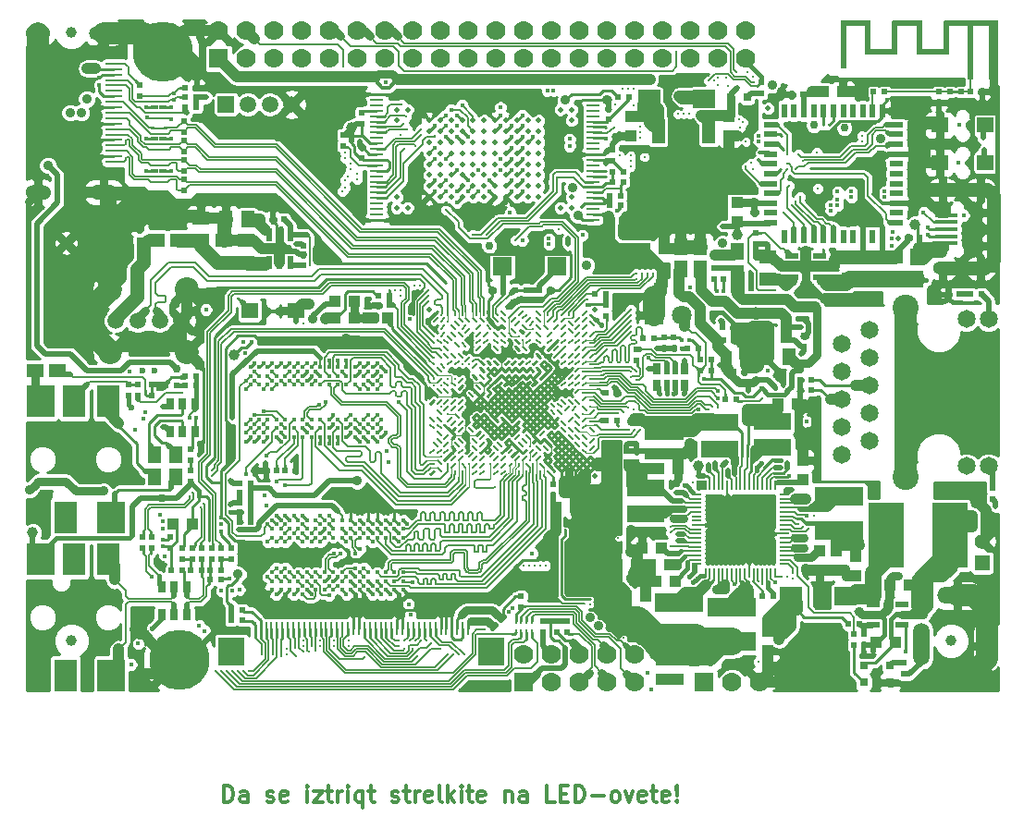
<source format=gbr>
G04 #@! TF.FileFunction,Copper,L1,Top,Mixed*
%FSLAX46Y46*%
G04 Gerber Fmt 4.6, Leading zero omitted, Abs format (unit mm)*
G04 Created by KiCad (PCBNEW 201609201018+7184~55~ubuntu14.04.1-) date Fri Sep 23 16:30:51 2016*
%MOMM*%
%LPD*%
G01*
G04 APERTURE LIST*
%ADD10C,0.100000*%
%ADD11C,0.300000*%
%ADD12C,0.254000*%
%ADD13C,0.500000*%
%ADD14C,0.400000*%
%ADD15C,5.500000*%
%ADD16R,0.800000X0.800000*%
%ADD17R,3.200000X6.000000*%
%ADD18R,0.500000X0.550000*%
%ADD19R,1.016000X1.016000*%
%ADD20R,0.550000X0.500000*%
%ADD21R,1.524000X1.270000*%
%ADD22R,1.270000X1.524000*%
%ADD23R,2.000000X1.700000*%
%ADD24R,1.700000X1.700000*%
%ADD25R,0.250000X0.625000*%
%ADD26R,1.200000X0.550000*%
%ADD27R,0.550000X1.200000*%
%ADD28R,0.900000X5.400000*%
%ADD29R,0.500000X5.400000*%
%ADD30R,5.000000X0.500000*%
%ADD31R,0.500000X3.140000*%
%ADD32R,0.500000X4.440000*%
%ADD33R,3.000000X0.500000*%
%ADD34R,2.700000X0.500000*%
%ADD35C,1.000000*%
%ADD36R,1.500000X1.400000*%
%ADD37R,0.762000X1.016000*%
%ADD38R,0.508000X1.016000*%
%ADD39R,3.600000X2.200000*%
%ADD40R,1.219200X2.235200*%
%ADD41O,2.700000X1.300000*%
%ADD42O,2.300000X1.300000*%
%ADD43R,1.600000X0.250000*%
%ADD44R,0.675000X0.200000*%
%ADD45R,0.775000X0.400000*%
%ADD46C,2.200000*%
%ADD47C,1.500000*%
%ADD48R,0.250000X1.300000*%
%ADD49R,2.400000X2.600000*%
%ADD50R,1.500000X1.500000*%
%ADD51C,1.778000*%
%ADD52R,1.778000X1.778000*%
%ADD53R,1.200000X0.250000*%
%ADD54C,0.300000*%
%ADD55R,0.200000X0.900000*%
%ADD56R,0.900000X0.200000*%
%ADD57R,5.500000X5.500000*%
%ADD58R,1.422400X1.422400*%
%ADD59R,0.400000X0.400000*%
%ADD60R,1.400000X1.400000*%
%ADD61C,1.400000*%
%ADD62C,1.650000*%
%ADD63C,2.400000*%
%ADD64R,1.800000X1.800000*%
%ADD65C,1.800000*%
%ADD66R,0.500000X1.300000*%
%ADD67R,1.300000X0.500000*%
%ADD68R,4.500000X1.750000*%
%ADD69R,3.500000X1.600000*%
%ADD70R,2.150000X0.350000*%
%ADD71R,1.000000X1.100000*%
%ADD72O,1.800000X1.200000*%
%ADD73O,1.500000X3.900000*%
%ADD74O,1.500000X3.600000*%
%ADD75O,3.700000X1.500000*%
%ADD76R,2.100000X3.000000*%
%ADD77R,2.500000X3.000000*%
%ADD78C,0.750000*%
%ADD79C,0.900000*%
%ADD80C,0.450000*%
%ADD81C,0.406400*%
%ADD82C,0.327000*%
%ADD83C,0.600000*%
%ADD84C,0.508000*%
%ADD85C,0.203200*%
%ADD86C,0.762000*%
%ADD87C,0.304800*%
%ADD88C,1.016000*%
%ADD89C,0.406400*%
%ADD90C,0.195580*%
%ADD91C,2.032000*%
%ADD92C,1.270000*%
%ADD93C,0.127000*%
%ADD94C,0.711200*%
%ADD95C,0.106600*%
%ADD96C,1.524000*%
%ADD97C,2.540000*%
%ADD98C,0.660400*%
%ADD99C,0.381000*%
G04 APERTURE END LIST*
D10*
D11*
X118604714Y-109644571D02*
X118604714Y-108144571D01*
X118961857Y-108144571D01*
X119176142Y-108216000D01*
X119319000Y-108358857D01*
X119390428Y-108501714D01*
X119461857Y-108787428D01*
X119461857Y-109001714D01*
X119390428Y-109287428D01*
X119319000Y-109430285D01*
X119176142Y-109573142D01*
X118961857Y-109644571D01*
X118604714Y-109644571D01*
X120747571Y-109644571D02*
X120747571Y-108858857D01*
X120676142Y-108716000D01*
X120533285Y-108644571D01*
X120247571Y-108644571D01*
X120104714Y-108716000D01*
X120747571Y-109573142D02*
X120604714Y-109644571D01*
X120247571Y-109644571D01*
X120104714Y-109573142D01*
X120033285Y-109430285D01*
X120033285Y-109287428D01*
X120104714Y-109144571D01*
X120247571Y-109073142D01*
X120604714Y-109073142D01*
X120747571Y-109001714D01*
X122533285Y-109573142D02*
X122676142Y-109644571D01*
X122961857Y-109644571D01*
X123104714Y-109573142D01*
X123176142Y-109430285D01*
X123176142Y-109358857D01*
X123104714Y-109216000D01*
X122961857Y-109144571D01*
X122747571Y-109144571D01*
X122604714Y-109073142D01*
X122533285Y-108930285D01*
X122533285Y-108858857D01*
X122604714Y-108716000D01*
X122747571Y-108644571D01*
X122961857Y-108644571D01*
X123104714Y-108716000D01*
X124390428Y-109573142D02*
X124247571Y-109644571D01*
X123961857Y-109644571D01*
X123819000Y-109573142D01*
X123747571Y-109430285D01*
X123747571Y-108858857D01*
X123819000Y-108716000D01*
X123961857Y-108644571D01*
X124247571Y-108644571D01*
X124390428Y-108716000D01*
X124461857Y-108858857D01*
X124461857Y-109001714D01*
X123747571Y-109144571D01*
X126247571Y-109644571D02*
X126247571Y-108644571D01*
X126247571Y-108144571D02*
X126176142Y-108216000D01*
X126247571Y-108287428D01*
X126319000Y-108216000D01*
X126247571Y-108144571D01*
X126247571Y-108287428D01*
X126819000Y-108644571D02*
X127604714Y-108644571D01*
X126819000Y-109644571D01*
X127604714Y-109644571D01*
X127961857Y-108644571D02*
X128533285Y-108644571D01*
X128176142Y-108144571D02*
X128176142Y-109430285D01*
X128247571Y-109573142D01*
X128390428Y-109644571D01*
X128533285Y-109644571D01*
X129033285Y-109644571D02*
X129033285Y-108644571D01*
X129033285Y-108930285D02*
X129104714Y-108787428D01*
X129176142Y-108716000D01*
X129319000Y-108644571D01*
X129461857Y-108644571D01*
X129961857Y-109644571D02*
X129961857Y-108644571D01*
X129961857Y-108144571D02*
X129890428Y-108216000D01*
X129961857Y-108287428D01*
X130033285Y-108216000D01*
X129961857Y-108144571D01*
X129961857Y-108287428D01*
X131319000Y-108644571D02*
X131319000Y-110144571D01*
X131319000Y-109573142D02*
X131176142Y-109644571D01*
X130890428Y-109644571D01*
X130747571Y-109573142D01*
X130676142Y-109501714D01*
X130604714Y-109358857D01*
X130604714Y-108930285D01*
X130676142Y-108787428D01*
X130747571Y-108716000D01*
X130890428Y-108644571D01*
X131176142Y-108644571D01*
X131319000Y-108716000D01*
X131819000Y-108644571D02*
X132390428Y-108644571D01*
X132033285Y-108144571D02*
X132033285Y-109430285D01*
X132104714Y-109573142D01*
X132247571Y-109644571D01*
X132390428Y-109644571D01*
X133961857Y-109573142D02*
X134104714Y-109644571D01*
X134390428Y-109644571D01*
X134533285Y-109573142D01*
X134604714Y-109430285D01*
X134604714Y-109358857D01*
X134533285Y-109216000D01*
X134390428Y-109144571D01*
X134176142Y-109144571D01*
X134033285Y-109073142D01*
X133961857Y-108930285D01*
X133961857Y-108858857D01*
X134033285Y-108716000D01*
X134176142Y-108644571D01*
X134390428Y-108644571D01*
X134533285Y-108716000D01*
X135033285Y-108644571D02*
X135604714Y-108644571D01*
X135247571Y-108144571D02*
X135247571Y-109430285D01*
X135319000Y-109573142D01*
X135461857Y-109644571D01*
X135604714Y-109644571D01*
X136104714Y-109644571D02*
X136104714Y-108644571D01*
X136104714Y-108930285D02*
X136176142Y-108787428D01*
X136247571Y-108716000D01*
X136390428Y-108644571D01*
X136533285Y-108644571D01*
X137604714Y-109573142D02*
X137461857Y-109644571D01*
X137176142Y-109644571D01*
X137033285Y-109573142D01*
X136961857Y-109430285D01*
X136961857Y-108858857D01*
X137033285Y-108716000D01*
X137176142Y-108644571D01*
X137461857Y-108644571D01*
X137604714Y-108716000D01*
X137676142Y-108858857D01*
X137676142Y-109001714D01*
X136961857Y-109144571D01*
X138533285Y-109644571D02*
X138390428Y-109573142D01*
X138319000Y-109430285D01*
X138319000Y-108144571D01*
X139104714Y-109644571D02*
X139104714Y-108144571D01*
X139247571Y-109073142D02*
X139676142Y-109644571D01*
X139676142Y-108644571D02*
X139104714Y-109216000D01*
X140319000Y-109644571D02*
X140319000Y-108644571D01*
X140319000Y-108144571D02*
X140247571Y-108216000D01*
X140319000Y-108287428D01*
X140390428Y-108216000D01*
X140319000Y-108144571D01*
X140319000Y-108287428D01*
X140819000Y-108644571D02*
X141390428Y-108644571D01*
X141033285Y-108144571D02*
X141033285Y-109430285D01*
X141104714Y-109573142D01*
X141247571Y-109644571D01*
X141390428Y-109644571D01*
X142461857Y-109573142D02*
X142319000Y-109644571D01*
X142033285Y-109644571D01*
X141890428Y-109573142D01*
X141819000Y-109430285D01*
X141819000Y-108858857D01*
X141890428Y-108716000D01*
X142033285Y-108644571D01*
X142319000Y-108644571D01*
X142461857Y-108716000D01*
X142533285Y-108858857D01*
X142533285Y-109001714D01*
X141819000Y-109144571D01*
X144319000Y-108644571D02*
X144319000Y-109644571D01*
X144319000Y-108787428D02*
X144390428Y-108716000D01*
X144533285Y-108644571D01*
X144747571Y-108644571D01*
X144890428Y-108716000D01*
X144961857Y-108858857D01*
X144961857Y-109644571D01*
X146319000Y-109644571D02*
X146319000Y-108858857D01*
X146247571Y-108716000D01*
X146104714Y-108644571D01*
X145819000Y-108644571D01*
X145676142Y-108716000D01*
X146319000Y-109573142D02*
X146176142Y-109644571D01*
X145819000Y-109644571D01*
X145676142Y-109573142D01*
X145604714Y-109430285D01*
X145604714Y-109287428D01*
X145676142Y-109144571D01*
X145819000Y-109073142D01*
X146176142Y-109073142D01*
X146319000Y-109001714D01*
X148890428Y-109644571D02*
X148176142Y-109644571D01*
X148176142Y-108144571D01*
X149390428Y-108858857D02*
X149890428Y-108858857D01*
X150104714Y-109644571D02*
X149390428Y-109644571D01*
X149390428Y-108144571D01*
X150104714Y-108144571D01*
X150747571Y-109644571D02*
X150747571Y-108144571D01*
X151104714Y-108144571D01*
X151319000Y-108216000D01*
X151461857Y-108358857D01*
X151533285Y-108501714D01*
X151604714Y-108787428D01*
X151604714Y-109001714D01*
X151533285Y-109287428D01*
X151461857Y-109430285D01*
X151319000Y-109573142D01*
X151104714Y-109644571D01*
X150747571Y-109644571D01*
X152247571Y-109073142D02*
X153390428Y-109073142D01*
X154319000Y-109644571D02*
X154176142Y-109573142D01*
X154104714Y-109501714D01*
X154033285Y-109358857D01*
X154033285Y-108930285D01*
X154104714Y-108787428D01*
X154176142Y-108716000D01*
X154319000Y-108644571D01*
X154533285Y-108644571D01*
X154676142Y-108716000D01*
X154747571Y-108787428D01*
X154819000Y-108930285D01*
X154819000Y-109358857D01*
X154747571Y-109501714D01*
X154676142Y-109573142D01*
X154533285Y-109644571D01*
X154319000Y-109644571D01*
X155319000Y-108644571D02*
X155676142Y-109644571D01*
X156033285Y-108644571D01*
X157176142Y-109573142D02*
X157033285Y-109644571D01*
X156747571Y-109644571D01*
X156604714Y-109573142D01*
X156533285Y-109430285D01*
X156533285Y-108858857D01*
X156604714Y-108716000D01*
X156747571Y-108644571D01*
X157033285Y-108644571D01*
X157176142Y-108716000D01*
X157247571Y-108858857D01*
X157247571Y-109001714D01*
X156533285Y-109144571D01*
X157676142Y-108644571D02*
X158247571Y-108644571D01*
X157890428Y-108144571D02*
X157890428Y-109430285D01*
X157961857Y-109573142D01*
X158104714Y-109644571D01*
X158247571Y-109644571D01*
X159319000Y-109573142D02*
X159176142Y-109644571D01*
X158890428Y-109644571D01*
X158747571Y-109573142D01*
X158676142Y-109430285D01*
X158676142Y-108858857D01*
X158747571Y-108716000D01*
X158890428Y-108644571D01*
X159176142Y-108644571D01*
X159319000Y-108716000D01*
X159390428Y-108858857D01*
X159390428Y-109001714D01*
X158676142Y-109144571D01*
X160033285Y-109501714D02*
X160104714Y-109573142D01*
X160033285Y-109644571D01*
X159961857Y-109573142D01*
X160033285Y-109501714D01*
X160033285Y-109644571D01*
X160033285Y-109073142D02*
X159961857Y-108216000D01*
X160033285Y-108144571D01*
X160104714Y-108216000D01*
X160033285Y-109073142D01*
X160033285Y-108144571D01*
D12*
X112014000Y-72390000D02*
X112014000Y-71374000D01*
X186055000Y-44577000D02*
X185039000Y-44577000D01*
X146304000Y-62738000D02*
X145288000Y-62738000D01*
D13*
X150400000Y-46200000D03*
X150400000Y-47200000D03*
X150400000Y-54200000D03*
X150400000Y-55200000D03*
X149400000Y-46200000D03*
X149400000Y-55200000D03*
X147400000Y-47200000D03*
X147400000Y-48200000D03*
X147400000Y-49200000D03*
X147400000Y-50200000D03*
X147400000Y-51200000D03*
X147400000Y-52200000D03*
X147400000Y-53200000D03*
X147400000Y-54200000D03*
X146400000Y-47200000D03*
X146400000Y-48200000D03*
X146400000Y-49200000D03*
X146400000Y-50200000D03*
X146400000Y-51200000D03*
X146400000Y-52200000D03*
X146400000Y-53200000D03*
X146400000Y-54200000D03*
X145400000Y-47200000D03*
X145400000Y-48200000D03*
X145400000Y-49200000D03*
X145400000Y-50200000D03*
X145400000Y-51200000D03*
X145400000Y-52200000D03*
X145400000Y-53200000D03*
X145400000Y-54200000D03*
D14*
X133400000Y-43700000D03*
X151400000Y-57700000D03*
D13*
X144400000Y-47200000D03*
X144400000Y-48200000D03*
X144400000Y-49200000D03*
X144400000Y-50200000D03*
X144400000Y-51200000D03*
X144400000Y-52200000D03*
X144400000Y-53200000D03*
X144400000Y-54200000D03*
X143400000Y-47200000D03*
X143400000Y-48200000D03*
X143400000Y-49200000D03*
X143400000Y-50200000D03*
X143400000Y-51200000D03*
X143400000Y-52200000D03*
X143400000Y-53200000D03*
X143400000Y-54200000D03*
X142400000Y-47200000D03*
X142400000Y-48200000D03*
X142400000Y-49200000D03*
X142400000Y-50200000D03*
X142400000Y-51200000D03*
X142400000Y-52200000D03*
X142400000Y-53200000D03*
X142400000Y-54200000D03*
X141400000Y-47200000D03*
X141400000Y-48200000D03*
X141400000Y-49200000D03*
X141400000Y-50200000D03*
X141400000Y-51200000D03*
X141400000Y-52200000D03*
X141400000Y-53200000D03*
X141400000Y-54200000D03*
X140400000Y-47200000D03*
X140400000Y-48200000D03*
X140400000Y-49200000D03*
X140400000Y-50200000D03*
X140400000Y-51200000D03*
X140400000Y-52200000D03*
X140400000Y-53200000D03*
X140400000Y-54200000D03*
X139400000Y-47200000D03*
X139400000Y-48200000D03*
X139400000Y-49200000D03*
X139400000Y-50200000D03*
X139400000Y-51200000D03*
X139400000Y-52200000D03*
X139400000Y-53200000D03*
X139400000Y-54200000D03*
X138400000Y-47200000D03*
X138400000Y-48200000D03*
X138400000Y-49200000D03*
X138400000Y-50200000D03*
X138400000Y-51200000D03*
X138400000Y-52200000D03*
X138400000Y-53200000D03*
X138400000Y-54200000D03*
X137400000Y-47200000D03*
X137400000Y-48200000D03*
X137400000Y-49200000D03*
X137400000Y-50200000D03*
X137400000Y-51200000D03*
X137400000Y-52200000D03*
X137400000Y-53200000D03*
X137400000Y-54200000D03*
X135400000Y-46200000D03*
X135400000Y-55200000D03*
X134400000Y-46200000D03*
X134400000Y-47200000D03*
X134400000Y-54200000D03*
X134400000Y-55200000D03*
D15*
X172800000Y-96600000D03*
D16*
X179578000Y-97155000D03*
X179578000Y-98679000D03*
D17*
X185018000Y-85217000D03*
X179218000Y-85217000D03*
D18*
X144145000Y-62738000D03*
X143129000Y-62738000D03*
D19*
X165608000Y-54737000D03*
X165608000Y-56515000D03*
D18*
X121008000Y-81300000D03*
X119992000Y-81300000D03*
X119992000Y-84000000D03*
X121008000Y-84000000D03*
D20*
X153797000Y-47117000D03*
X153797000Y-46101000D03*
X154178000Y-50927000D03*
X154178000Y-49911000D03*
X131191000Y-50673000D03*
X131191000Y-49657000D03*
D19*
X130556000Y-63754000D03*
X128778000Y-63754000D03*
D20*
X114808000Y-86360000D03*
X114808000Y-87376000D03*
D19*
X128778000Y-65278000D03*
X130556000Y-65278000D03*
D20*
X116586000Y-87376000D03*
X116586000Y-86360000D03*
D19*
X115697000Y-84201000D03*
X113919000Y-84201000D03*
D20*
X111125000Y-86360000D03*
X111125000Y-85344000D03*
X117475000Y-87376000D03*
X117475000Y-86360000D03*
X119253000Y-87376000D03*
X119253000Y-86360000D03*
D19*
X133604000Y-65278000D03*
X131826000Y-65278000D03*
D20*
X115570000Y-80264000D03*
X115570000Y-79248000D03*
D18*
X113284000Y-71501000D03*
X114300000Y-71501000D03*
X182245000Y-57912000D03*
X181229000Y-57912000D03*
D21*
X175895000Y-59690000D03*
X175895000Y-61722000D03*
X177927000Y-59690000D03*
X177927000Y-61722000D03*
X179959000Y-59690000D03*
X179959000Y-61722000D03*
X168402000Y-61722000D03*
X168402000Y-59690000D03*
D20*
X110871000Y-58166000D03*
X110871000Y-57150000D03*
D21*
X120650000Y-58166000D03*
X120650000Y-60198000D03*
X118618000Y-58166000D03*
X118618000Y-60198000D03*
X116459000Y-56134000D03*
X116459000Y-58166000D03*
D22*
X120777000Y-56261000D03*
X118745000Y-56261000D03*
D19*
X175260000Y-44577000D03*
X173482000Y-44577000D03*
D18*
X170561000Y-44831000D03*
X171577000Y-44831000D03*
D20*
X167132000Y-55626000D03*
X167132000Y-56642000D03*
D18*
X178054000Y-44577000D03*
X179070000Y-44577000D03*
D20*
X184023000Y-45593000D03*
X184023000Y-44577000D03*
D18*
X187960000Y-44577000D03*
X186944000Y-44577000D03*
D19*
X160147000Y-79121000D03*
X158369000Y-79121000D03*
X173101000Y-86614000D03*
X173101000Y-88392000D03*
X160147000Y-98425000D03*
X160147000Y-96647000D03*
X158623000Y-98425000D03*
X158623000Y-96647000D03*
X157226000Y-90805000D03*
X155448000Y-90805000D03*
X176403000Y-87122000D03*
X176403000Y-88900000D03*
X156337000Y-87884000D03*
X154559000Y-87884000D03*
X178308000Y-94996000D03*
X180086000Y-94996000D03*
X179578000Y-89789000D03*
X181356000Y-89789000D03*
X168402000Y-95758000D03*
X168402000Y-93980000D03*
X174625000Y-86614000D03*
X174625000Y-88392000D03*
X148971000Y-82677000D03*
X150749000Y-82677000D03*
X171069000Y-73152000D03*
X169291000Y-73152000D03*
X160147000Y-77724000D03*
X160147000Y-75946000D03*
X158877000Y-77724000D03*
X158877000Y-75946000D03*
X157607000Y-77724000D03*
X157607000Y-75946000D03*
X159385000Y-87884000D03*
X157607000Y-87884000D03*
X171577000Y-78359000D03*
X171577000Y-80137000D03*
X158623000Y-86360000D03*
X156845000Y-86360000D03*
X158115000Y-89408000D03*
X159893000Y-89408000D03*
D18*
X147447000Y-62738000D03*
X148463000Y-62738000D03*
D20*
X156337000Y-77470000D03*
X156337000Y-78486000D03*
D18*
X132715000Y-64135000D03*
X133731000Y-64135000D03*
D20*
X155448000Y-77470000D03*
X155448000Y-78486000D03*
D23*
X170474000Y-90805000D03*
X175474000Y-90805000D03*
D22*
X112268000Y-79883000D03*
X112268000Y-77851000D03*
D21*
X103378000Y-70104000D03*
X101346000Y-70104000D03*
D22*
X114173000Y-79883000D03*
X114173000Y-77851000D03*
X181991000Y-59690000D03*
X181991000Y-61722000D03*
D21*
X112395000Y-58166000D03*
X114427000Y-58166000D03*
D24*
X149048000Y-60579000D03*
X144068000Y-60579000D03*
D18*
X154940000Y-54102000D03*
X153924000Y-54102000D03*
X154559000Y-74676000D03*
X153543000Y-74676000D03*
D20*
X114935000Y-52578000D03*
X114935000Y-53594000D03*
X114935000Y-51816000D03*
X114935000Y-50800000D03*
X114935000Y-49022000D03*
X114935000Y-50038000D03*
X114935000Y-48260000D03*
X114935000Y-47244000D03*
D18*
X153543000Y-72136000D03*
X154559000Y-72136000D03*
D25*
X146800000Y-93086500D03*
X146800000Y-94111500D03*
X146300000Y-93086500D03*
X146300000Y-94111500D03*
X145800000Y-93086500D03*
X145800000Y-94111500D03*
X145300000Y-93086500D03*
X145300000Y-94111500D03*
D26*
X170531000Y-59629000D03*
X170531000Y-61529000D03*
X173131000Y-59629000D03*
X173131000Y-60579000D03*
X173131000Y-61529000D03*
D27*
X124648000Y-57628000D03*
X122748000Y-57628000D03*
X124648000Y-60228000D03*
X123698000Y-60228000D03*
X122748000Y-60228000D03*
D26*
X178023900Y-91506000D03*
X178023900Y-92456000D03*
X178023900Y-93406000D03*
X180624100Y-93406000D03*
X180624100Y-92456000D03*
X180624100Y-91506000D03*
D20*
X167259000Y-58547000D03*
X167259000Y-57531000D03*
D28*
X189052200Y-40733600D03*
D29*
X186944000Y-40733600D03*
D30*
X186994800Y-38277800D03*
D31*
X184734200Y-39598600D03*
X182219600Y-39598600D03*
X180009800Y-39598600D03*
D32*
X175285400Y-40233600D03*
D33*
X183476900Y-40919400D03*
D34*
X181114700Y-38277800D03*
D33*
X178752500Y-40919400D03*
D31*
X177495200Y-39598600D03*
D34*
X176390300Y-38265100D03*
D18*
X120269000Y-92075000D03*
X119253000Y-92075000D03*
X120269000Y-92964000D03*
X119253000Y-92964000D03*
D20*
X180848000Y-96901000D03*
X180848000Y-97917000D03*
X176276000Y-94234000D03*
X176276000Y-95250000D03*
X153543000Y-65151000D03*
X153543000Y-64135000D03*
D18*
X152527000Y-63119000D03*
X153543000Y-63119000D03*
X132715000Y-63246000D03*
X133731000Y-63246000D03*
X168910000Y-90805000D03*
X167894000Y-90805000D03*
X175768000Y-93345000D03*
X176784000Y-93345000D03*
D20*
X177165000Y-94234000D03*
X177165000Y-95250000D03*
X149987000Y-93091000D03*
X149987000Y-94107000D03*
X147828000Y-93091000D03*
X147828000Y-94107000D03*
X149098000Y-93091000D03*
X149098000Y-94107000D03*
X145796000Y-90805000D03*
X145796000Y-91821000D03*
X113665000Y-86360000D03*
X113665000Y-85344000D03*
D18*
X117348000Y-89281000D03*
X118364000Y-89281000D03*
X114808000Y-88392000D03*
X113792000Y-88392000D03*
D20*
X109855000Y-71374000D03*
X109855000Y-72390000D03*
D18*
X115062000Y-70612000D03*
X116078000Y-70612000D03*
X123063000Y-56261000D03*
X124079000Y-56261000D03*
D20*
X125857000Y-59436000D03*
X125857000Y-60452000D03*
D18*
X116078000Y-45974000D03*
X115062000Y-45974000D03*
X116078000Y-45085000D03*
X115062000Y-45085000D03*
D20*
X110871000Y-44958000D03*
X110871000Y-43942000D03*
D18*
X115062000Y-44196000D03*
X116078000Y-44196000D03*
X154178000Y-51943000D03*
X155194000Y-51943000D03*
X153924000Y-54991000D03*
X154940000Y-54991000D03*
D20*
X131191000Y-46482000D03*
X131191000Y-47498000D03*
D18*
X154178000Y-52832000D03*
X155194000Y-52832000D03*
X155702000Y-45085000D03*
X154686000Y-45085000D03*
D20*
X129540000Y-48514000D03*
X129540000Y-49530000D03*
X148717000Y-81534000D03*
X148717000Y-80518000D03*
D18*
X121008000Y-82200000D03*
X119992000Y-82200000D03*
X119992000Y-83100000D03*
X121008000Y-83100000D03*
X119992000Y-80400000D03*
X121008000Y-80400000D03*
X124206000Y-79248000D03*
X125222000Y-79248000D03*
X123444000Y-79248000D03*
X122428000Y-79248000D03*
D35*
X185166000Y-94869000D03*
X104648000Y-94869000D03*
X104648000Y-39116000D03*
D20*
X125857000Y-58674000D03*
X125857000Y-57658000D03*
D36*
X188282000Y-51054000D03*
X184082000Y-51054000D03*
X188282000Y-47625000D03*
X184082000Y-47625000D03*
X120963000Y-64643000D03*
X125163000Y-64643000D03*
D20*
X112014000Y-72390000D03*
X112014000Y-71374000D03*
D18*
X185039000Y-44577000D03*
X186055000Y-44577000D03*
X145288000Y-62738000D03*
X146304000Y-62738000D03*
D22*
X170307000Y-68834000D03*
X168275000Y-68834000D03*
D19*
X158496000Y-62611000D03*
X160274000Y-62611000D03*
X166370000Y-68834000D03*
X164592000Y-68834000D03*
X168275000Y-67056000D03*
X170053000Y-67056000D03*
X155829000Y-46863000D03*
X155829000Y-48641000D03*
X158877000Y-58928000D03*
X157099000Y-58928000D03*
D22*
X165608000Y-59182000D03*
X165608000Y-61214000D03*
X162179000Y-58801000D03*
X162179000Y-60833000D03*
X160401000Y-58801000D03*
X160401000Y-60833000D03*
D18*
X156972000Y-67183000D03*
X157988000Y-67183000D03*
X161036000Y-68072000D03*
X162052000Y-68072000D03*
X163195000Y-69088000D03*
X162179000Y-69088000D03*
D20*
X158877000Y-68072000D03*
X158877000Y-67056000D03*
X163449000Y-61722000D03*
X163449000Y-60706000D03*
X188976000Y-80899000D03*
X188976000Y-81915000D03*
D18*
X187960000Y-63119000D03*
X186944000Y-63119000D03*
X184912000Y-63119000D03*
X185928000Y-63119000D03*
X162179000Y-70104000D03*
X163195000Y-70104000D03*
D20*
X156337000Y-68199000D03*
X156337000Y-69215000D03*
D18*
X164465000Y-72771000D03*
X165481000Y-72771000D03*
D20*
X164338000Y-61722000D03*
X164338000Y-60706000D03*
D19*
X164846000Y-48641000D03*
X164846000Y-46863000D03*
D37*
X158242000Y-69977000D03*
X158242000Y-71501000D03*
X160782000Y-69977000D03*
X160782000Y-71501000D03*
D38*
X159131000Y-69977000D03*
X159893000Y-69977000D03*
X159131000Y-71501000D03*
X159893000Y-71501000D03*
D18*
X171323000Y-70993000D03*
X172339000Y-70993000D03*
X171323000Y-71882000D03*
X172339000Y-71882000D03*
X166878000Y-62611000D03*
X165862000Y-62611000D03*
X165354000Y-67310000D03*
X164338000Y-67310000D03*
D20*
X171704000Y-66929000D03*
X171704000Y-67945000D03*
X167259000Y-69977000D03*
X167259000Y-70993000D03*
D18*
X166243000Y-70231000D03*
X165227000Y-70231000D03*
D20*
X166497000Y-66040000D03*
X166497000Y-65024000D03*
D18*
X165227000Y-66167000D03*
X164211000Y-66167000D03*
D20*
X159766000Y-67056000D03*
X159766000Y-68072000D03*
D23*
X157520000Y-45212000D03*
X162520000Y-45212000D03*
D39*
X160655000Y-54406800D03*
D40*
X158343600Y-48209200D03*
X160655000Y-48209200D03*
X162966400Y-48209200D03*
D20*
X167767000Y-43688000D03*
X167767000Y-44704000D03*
D35*
X119507000Y-68707000D03*
X165608000Y-57658000D03*
X181864000Y-56769000D03*
X163068000Y-96647000D03*
X130302000Y-47879000D03*
X162052000Y-78867000D03*
X155194000Y-57658000D03*
X104140000Y-58420000D03*
D20*
X110744000Y-71374000D03*
X110744000Y-72390000D03*
X115570000Y-78359000D03*
X115570000Y-77343000D03*
D18*
X115062000Y-71501000D03*
X116078000Y-71501000D03*
D41*
X107597000Y-39182000D03*
X107597000Y-53782000D03*
D42*
X101547000Y-53782000D03*
D43*
X108547000Y-50982000D03*
X108547000Y-50482000D03*
X108547000Y-49982000D03*
X108547000Y-49482000D03*
X108547000Y-48982000D03*
X108547000Y-48482000D03*
X108547000Y-47982000D03*
X108547000Y-47482000D03*
X108547000Y-46982000D03*
X108547000Y-46482000D03*
X108547000Y-45982000D03*
X108547000Y-45482000D03*
X108547000Y-44982000D03*
X108547000Y-44482000D03*
X108547000Y-43982000D03*
X108547000Y-43482000D03*
X108547000Y-42982000D03*
X108547000Y-42482000D03*
X108547000Y-41982000D03*
D42*
X101547000Y-39182000D03*
D44*
X113086500Y-46974000D03*
X113086500Y-46474000D03*
D45*
X113036500Y-45974000D03*
D44*
X113086500Y-45474000D03*
X113086500Y-44974000D03*
X112211500Y-44974000D03*
X112211500Y-45474000D03*
D45*
X112261500Y-45974000D03*
D44*
X112211500Y-46474000D03*
X112211500Y-46974000D03*
X113086500Y-49895000D03*
X113086500Y-49395000D03*
D45*
X113036500Y-48895000D03*
D44*
X113086500Y-48395000D03*
X113086500Y-47895000D03*
X112211500Y-47895000D03*
X112211500Y-48395000D03*
D45*
X112261500Y-48895000D03*
D44*
X112211500Y-49395000D03*
X112211500Y-49895000D03*
X113086500Y-52816000D03*
X113086500Y-52316000D03*
D45*
X113036500Y-51816000D03*
D44*
X113086500Y-51316000D03*
X113086500Y-50816000D03*
X112211500Y-50816000D03*
X112211500Y-51316000D03*
D45*
X112261500Y-51816000D03*
D44*
X112211500Y-52316000D03*
X112211500Y-52816000D03*
D46*
X115212000Y-62682000D03*
X115212000Y-68382000D03*
X108212000Y-62682000D03*
X108212000Y-68382000D03*
D47*
X108712000Y-65532000D03*
X110712000Y-65532000D03*
X112712000Y-65532000D03*
X114712000Y-65532000D03*
D48*
X140941000Y-93770000D03*
X140441000Y-93770000D03*
X139941000Y-93770000D03*
X139441000Y-93770000D03*
X138941000Y-93770000D03*
X138441000Y-93770000D03*
X137941000Y-93770000D03*
X137441000Y-93770000D03*
X136941000Y-93770000D03*
X136441000Y-93770000D03*
X135941000Y-93770000D03*
X135441000Y-93770000D03*
X134941000Y-93770000D03*
X134441000Y-93770000D03*
X133941000Y-93770000D03*
X133441000Y-93770000D03*
X132941000Y-93770000D03*
X132441000Y-93770000D03*
X131941000Y-93770000D03*
X131441000Y-93770000D03*
X130941000Y-93770000D03*
X130441000Y-93770000D03*
X129941000Y-93770000D03*
X129441000Y-93770000D03*
X128941000Y-93770000D03*
X128441000Y-93770000D03*
X127941000Y-93770000D03*
X127441000Y-93770000D03*
X126941000Y-93770000D03*
X126441000Y-93770000D03*
X125941000Y-93770000D03*
X125441000Y-93770000D03*
X124941000Y-93770000D03*
X124441000Y-93770000D03*
X123941000Y-93770000D03*
X123441000Y-93770000D03*
X122941000Y-93770000D03*
X122441000Y-93770000D03*
X121941000Y-93770000D03*
X121441000Y-93770000D03*
D49*
X143091000Y-95870000D03*
X119291000Y-95870000D03*
D14*
X135000000Y-83800000D03*
X135000000Y-84600000D03*
X135000000Y-85400000D03*
X135000000Y-88600000D03*
X135000000Y-89400000D03*
X135000000Y-90200000D03*
X134200000Y-83800000D03*
X134200000Y-84600000D03*
X134200000Y-85400000D03*
X134200000Y-88600000D03*
X134200000Y-89400000D03*
X134200000Y-90200000D03*
X133400000Y-83800000D03*
X133400000Y-84600000D03*
X133400000Y-85400000D03*
X133400000Y-88600000D03*
X133400000Y-89400000D03*
X133400000Y-90200000D03*
X132600000Y-83800000D03*
X132600000Y-84600000D03*
X132600000Y-85400000D03*
X132600000Y-88600000D03*
X132600000Y-89400000D03*
X132600000Y-90200000D03*
X131800000Y-83800000D03*
X131800000Y-84600000D03*
X131800000Y-85400000D03*
X131800000Y-88600000D03*
X131800000Y-89400000D03*
X131800000Y-90200000D03*
X131000000Y-83800000D03*
X131000000Y-84600000D03*
X131000000Y-85400000D03*
X131000000Y-88600000D03*
X131000000Y-89400000D03*
X131000000Y-90200000D03*
X122500000Y-82500000D03*
X135500000Y-91500000D03*
X122350000Y-81500000D03*
X135650000Y-92500000D03*
X130200000Y-83800000D03*
X130200000Y-84600000D03*
X130200000Y-85400000D03*
X130200000Y-88600000D03*
X130200000Y-89400000D03*
X130200000Y-90200000D03*
X129400000Y-83800000D03*
X129400000Y-84600000D03*
X129400000Y-85400000D03*
X129400000Y-88600000D03*
X129400000Y-89400000D03*
X129400000Y-90200000D03*
X128600000Y-83800000D03*
X128600000Y-84600000D03*
X128600000Y-85400000D03*
X128600000Y-88600000D03*
X128600000Y-89400000D03*
X128600000Y-90200000D03*
X127800000Y-83800000D03*
X127800000Y-84600000D03*
X127800000Y-85400000D03*
X127800000Y-88600000D03*
X127800000Y-89400000D03*
X127800000Y-90200000D03*
X127000000Y-83800000D03*
X127000000Y-84600000D03*
X127000000Y-85400000D03*
X127000000Y-88600000D03*
X127000000Y-89400000D03*
X127000000Y-90200000D03*
X126200000Y-83800000D03*
X126200000Y-84600000D03*
X126200000Y-85400000D03*
X126200000Y-88600000D03*
X126200000Y-89400000D03*
X126200000Y-90200000D03*
X125400000Y-83800000D03*
X125400000Y-84600000D03*
X125400000Y-85400000D03*
X125400000Y-88600000D03*
X125400000Y-89400000D03*
X125400000Y-90200000D03*
X124600000Y-83800000D03*
X124600000Y-84600000D03*
X124600000Y-85400000D03*
X124600000Y-88600000D03*
X124600000Y-89400000D03*
X124600000Y-90200000D03*
X123800000Y-83800000D03*
X123800000Y-84600000D03*
X123800000Y-85400000D03*
X123800000Y-88600000D03*
X123800000Y-89400000D03*
X123800000Y-90200000D03*
X123000000Y-83800000D03*
X123000000Y-84600000D03*
X123000000Y-85400000D03*
X123000000Y-88600000D03*
X123000000Y-89400000D03*
X123000000Y-90200000D03*
X133000000Y-69800000D03*
X133000000Y-70600000D03*
X133000000Y-71400000D03*
X133000000Y-74600000D03*
X133000000Y-75400000D03*
X133000000Y-76200000D03*
X132200000Y-69800000D03*
X132200000Y-70600000D03*
X132200000Y-71400000D03*
X132200000Y-74600000D03*
X132200000Y-75400000D03*
X132200000Y-76200000D03*
X131400000Y-69800000D03*
X131400000Y-70600000D03*
X131400000Y-71400000D03*
X131400000Y-74600000D03*
X131400000Y-75400000D03*
X131400000Y-76200000D03*
X130600000Y-69800000D03*
X130600000Y-70600000D03*
X130600000Y-71400000D03*
X130600000Y-74600000D03*
X130600000Y-75400000D03*
X130600000Y-76200000D03*
X129800000Y-69800000D03*
X129800000Y-70600000D03*
X129800000Y-71400000D03*
X129800000Y-74600000D03*
X129800000Y-75400000D03*
X129800000Y-76200000D03*
X129000000Y-69800000D03*
X129000000Y-70600000D03*
X129000000Y-71400000D03*
X129000000Y-74600000D03*
X129000000Y-75400000D03*
X129000000Y-76200000D03*
X120500000Y-68500000D03*
X133500000Y-77500000D03*
X120350000Y-67500000D03*
X133650000Y-78500000D03*
X128200000Y-69800000D03*
X128200000Y-70600000D03*
X128200000Y-71400000D03*
X128200000Y-74600000D03*
X128200000Y-75400000D03*
X128200000Y-76200000D03*
X127400000Y-69800000D03*
X127400000Y-70600000D03*
X127400000Y-71400000D03*
X127400000Y-74600000D03*
X127400000Y-75400000D03*
X127400000Y-76200000D03*
X126600000Y-69800000D03*
X126600000Y-70600000D03*
X126600000Y-71400000D03*
X126600000Y-74600000D03*
X126600000Y-75400000D03*
X126600000Y-76200000D03*
X125800000Y-69800000D03*
X125800000Y-70600000D03*
X125800000Y-71400000D03*
X125800000Y-74600000D03*
X125800000Y-75400000D03*
X125800000Y-76200000D03*
X125000000Y-69800000D03*
X125000000Y-70600000D03*
X125000000Y-71400000D03*
X125000000Y-74600000D03*
X125000000Y-75400000D03*
X125000000Y-76200000D03*
X124200000Y-69800000D03*
X124200000Y-70600000D03*
X124200000Y-71400000D03*
X124200000Y-74600000D03*
X124200000Y-75400000D03*
X124200000Y-76200000D03*
X123400000Y-69800000D03*
X123400000Y-70600000D03*
X123400000Y-71400000D03*
X123400000Y-74600000D03*
X123400000Y-75400000D03*
X123400000Y-76200000D03*
X122600000Y-69800000D03*
X122600000Y-70600000D03*
X122600000Y-71400000D03*
X122600000Y-74600000D03*
X122600000Y-75400000D03*
X122600000Y-76200000D03*
X121800000Y-69800000D03*
X121800000Y-70600000D03*
X121800000Y-71400000D03*
X121800000Y-74600000D03*
X121800000Y-75400000D03*
X121800000Y-76200000D03*
X121000000Y-69800000D03*
X121000000Y-70600000D03*
X121000000Y-71400000D03*
X121000000Y-74600000D03*
X121000000Y-75400000D03*
X121000000Y-76200000D03*
D50*
X118793000Y-45720000D03*
D47*
X120793000Y-45720000D03*
X122793000Y-45720000D03*
X124793000Y-45720000D03*
D51*
X166370000Y-38989000D03*
X166370000Y-41529000D03*
X163830000Y-38989000D03*
X163830000Y-41529000D03*
X161290000Y-38989000D03*
X161290000Y-41529000D03*
X158750000Y-38989000D03*
X158750000Y-41529000D03*
X156210000Y-38989000D03*
X156210000Y-41529000D03*
X146050000Y-38989000D03*
X146050000Y-41529000D03*
X143510000Y-38989000D03*
X143510000Y-41529000D03*
X148590000Y-41529000D03*
X148590000Y-38989000D03*
X151130000Y-38989000D03*
X151130000Y-41529000D03*
X153670000Y-41529000D03*
X153670000Y-38989000D03*
X128270000Y-38989000D03*
X128270000Y-41529000D03*
X125730000Y-41529000D03*
X125730000Y-38989000D03*
X123190000Y-38989000D03*
X123190000Y-41529000D03*
D52*
X118110000Y-41529000D03*
D51*
X118110000Y-38989000D03*
X120650000Y-41529000D03*
X120650000Y-38989000D03*
X130810000Y-41529000D03*
X130810000Y-38989000D03*
X133350000Y-41529000D03*
X133350000Y-38989000D03*
X135890000Y-41529000D03*
X135890000Y-38989000D03*
X138430000Y-41529000D03*
X138430000Y-38989000D03*
X140970000Y-41529000D03*
X140970000Y-38989000D03*
D53*
X152394000Y-56296000D03*
X152394000Y-55796000D03*
X152394000Y-55296000D03*
X152394000Y-54796000D03*
X152394000Y-54296000D03*
X152394000Y-53796000D03*
X152394000Y-53296000D03*
X152394000Y-52796000D03*
X152394000Y-52296000D03*
X152394000Y-51796000D03*
X152394000Y-51296000D03*
X152394000Y-50796000D03*
X152394000Y-50296000D03*
X152394000Y-49796000D03*
X152394000Y-49296000D03*
X152394000Y-48796000D03*
X152394000Y-48296000D03*
X152394000Y-47796000D03*
X152394000Y-47296000D03*
X152394000Y-46796000D03*
X152394000Y-46296000D03*
X152394000Y-45796000D03*
X152394000Y-45296000D03*
X152394000Y-44796000D03*
X132594000Y-44796000D03*
X132594000Y-45296000D03*
X132594000Y-45796000D03*
X132594000Y-46296000D03*
X132594000Y-46796000D03*
X132594000Y-47296000D03*
X132594000Y-47796000D03*
X132594000Y-48296000D03*
X132594000Y-48796000D03*
X132594000Y-49296000D03*
X132594000Y-49796000D03*
X132594000Y-50296000D03*
X132594000Y-50796000D03*
X132594000Y-51296000D03*
X132594000Y-51796000D03*
X132594000Y-52296000D03*
X132594000Y-52796000D03*
X132594000Y-53296000D03*
X132594000Y-53796000D03*
X132594000Y-54296000D03*
X132594000Y-54796000D03*
X132594000Y-55296000D03*
X132594000Y-55796000D03*
X132594000Y-56296000D03*
D13*
X152550000Y-64550000D03*
D54*
X152100000Y-65000000D03*
X144950000Y-72150000D03*
X144300000Y-72150000D03*
X143650000Y-72150000D03*
X141700000Y-72800000D03*
X144950000Y-74750000D03*
X143650000Y-74750000D03*
X146900000Y-76050000D03*
X148200000Y-76700000D03*
X148200000Y-78650000D03*
X146900000Y-76700000D03*
X146250000Y-75400000D03*
X146900000Y-75400000D03*
X148200000Y-75400000D03*
X146250000Y-74750000D03*
X146900000Y-74750000D03*
X147550000Y-74750000D03*
X148200000Y-74750000D03*
X148850000Y-74750000D03*
X143650000Y-74100000D03*
X144300000Y-74100000D03*
X144950000Y-74100000D03*
X145600000Y-74100000D03*
X146250000Y-74100000D03*
X146900000Y-74100000D03*
X147550000Y-74100000D03*
X143000000Y-74100000D03*
X148200000Y-74100000D03*
X146900000Y-73450000D03*
X146250000Y-73450000D03*
X145600000Y-73450000D03*
X144950000Y-73450000D03*
X144300000Y-73450000D03*
X143650000Y-73450000D03*
X143000000Y-73450000D03*
X147550000Y-73450000D03*
X143000000Y-72800000D03*
X143650000Y-72800000D03*
X144300000Y-72800000D03*
X144950000Y-72800000D03*
X145600000Y-72800000D03*
X146250000Y-72800000D03*
X147550000Y-72800000D03*
X145600000Y-72150000D03*
X146250000Y-72150000D03*
X145600000Y-71500000D03*
X146250000Y-71500000D03*
X146900000Y-72800000D03*
X146900000Y-72150000D03*
X147550000Y-72150000D03*
X147550000Y-71500000D03*
X148200000Y-72800000D03*
X148200000Y-72150000D03*
X148850000Y-70850000D03*
X143650000Y-71500000D03*
X142350000Y-71500000D03*
X143000000Y-70850000D03*
X146900000Y-70200000D03*
X145600000Y-70200000D03*
X144950000Y-70200000D03*
X144300000Y-70200000D03*
X143000000Y-70200000D03*
X145600000Y-77350000D03*
X144950000Y-78000000D03*
X144300000Y-76700000D03*
X144300000Y-77350000D03*
X142350000Y-77350000D03*
X141700000Y-76050000D03*
X139750000Y-75400000D03*
X139100000Y-75400000D03*
X139100000Y-78000000D03*
X137800000Y-65000000D03*
X137800000Y-79300000D03*
X151450000Y-65000000D03*
X150150000Y-65000000D03*
X149500000Y-65000000D03*
X148200000Y-65000000D03*
X147550000Y-65000000D03*
X146250000Y-65000000D03*
X145600000Y-65000000D03*
X144300000Y-65000000D03*
X143650000Y-65000000D03*
X142350000Y-65000000D03*
X141700000Y-65000000D03*
X140400000Y-65000000D03*
X139750000Y-65000000D03*
X138450000Y-65000000D03*
X137800000Y-65650000D03*
X138450000Y-65650000D03*
X139100000Y-65650000D03*
X139750000Y-65650000D03*
X140400000Y-65650000D03*
X141050000Y-65650000D03*
X141700000Y-65650000D03*
X142350000Y-65650000D03*
X143650000Y-65650000D03*
X144300000Y-65650000D03*
X144950000Y-65650000D03*
X145600000Y-65650000D03*
X146250000Y-65650000D03*
X146900000Y-65650000D03*
X147550000Y-65650000D03*
X148200000Y-65650000D03*
X148850000Y-65650000D03*
X149500000Y-65650000D03*
X150150000Y-65650000D03*
X150800000Y-65650000D03*
X151450000Y-65650000D03*
X152100000Y-65650000D03*
X151450000Y-66300000D03*
X150800000Y-66300000D03*
X150150000Y-66300000D03*
X149500000Y-66300000D03*
X148850000Y-66300000D03*
X148200000Y-66300000D03*
X147550000Y-66300000D03*
X146900000Y-66300000D03*
X144950000Y-66300000D03*
X143000000Y-66300000D03*
X141700000Y-66300000D03*
X141050000Y-66300000D03*
X140400000Y-66300000D03*
X139750000Y-66300000D03*
X138450000Y-66300000D03*
X137800000Y-66950000D03*
X138450000Y-66950000D03*
X139100000Y-66950000D03*
X139750000Y-66950000D03*
X140400000Y-66950000D03*
X141700000Y-66950000D03*
X142350000Y-66950000D03*
X143650000Y-66950000D03*
X144300000Y-66950000D03*
X145600000Y-66950000D03*
X146250000Y-66950000D03*
X147550000Y-66950000D03*
X148200000Y-66950000D03*
X149500000Y-66950000D03*
X150800000Y-66950000D03*
X151450000Y-66950000D03*
X152100000Y-66950000D03*
X152100000Y-67600000D03*
X151450000Y-67600000D03*
X150800000Y-67600000D03*
X150150000Y-67600000D03*
X149500000Y-67600000D03*
X148200000Y-67600000D03*
X147550000Y-67600000D03*
X146250000Y-67600000D03*
X145600000Y-67600000D03*
X144300000Y-67600000D03*
X143650000Y-67600000D03*
X142350000Y-67600000D03*
X141700000Y-67600000D03*
X140400000Y-67600000D03*
X139750000Y-67600000D03*
X139100000Y-67600000D03*
X138450000Y-67600000D03*
X137800000Y-67600000D03*
X138450000Y-79300000D03*
X139750000Y-79300000D03*
X140400000Y-79300000D03*
X141700000Y-79300000D03*
X142350000Y-79300000D03*
X143650000Y-79300000D03*
X144300000Y-79300000D03*
X145600000Y-79300000D03*
X146250000Y-79300000D03*
X147550000Y-79300000D03*
X148200000Y-79300000D03*
X149500000Y-79300000D03*
X150800000Y-79300000D03*
X152100000Y-79300000D03*
X137800000Y-78650000D03*
X138450000Y-78650000D03*
X139100000Y-78650000D03*
X139750000Y-78650000D03*
X140400000Y-78650000D03*
X141050000Y-78650000D03*
X141700000Y-78650000D03*
X142350000Y-78650000D03*
X143000000Y-78650000D03*
X143650000Y-78650000D03*
X144300000Y-78650000D03*
X144950000Y-78650000D03*
X145600000Y-78650000D03*
X146250000Y-78650000D03*
X146900000Y-78650000D03*
X147550000Y-78650000D03*
X148850000Y-78650000D03*
X150150000Y-78650000D03*
X151450000Y-78650000D03*
X152100000Y-78650000D03*
X138450000Y-78000000D03*
X139750000Y-78000000D03*
X140400000Y-78000000D03*
X141050000Y-78000000D03*
X141700000Y-78000000D03*
X142350000Y-78000000D03*
X143000000Y-78000000D03*
X143650000Y-78000000D03*
X144300000Y-78000000D03*
X145600000Y-78000000D03*
X146250000Y-78000000D03*
X146900000Y-78000000D03*
X147550000Y-78000000D03*
X148850000Y-78000000D03*
X149500000Y-78000000D03*
X150150000Y-78000000D03*
X150800000Y-78000000D03*
X137800000Y-77350000D03*
X138450000Y-77350000D03*
X139100000Y-77350000D03*
X140400000Y-77350000D03*
X141700000Y-77350000D03*
X143650000Y-77350000D03*
X144950000Y-77350000D03*
X146900000Y-77350000D03*
X147550000Y-77350000D03*
X148200000Y-77350000D03*
X148850000Y-77350000D03*
X149500000Y-77350000D03*
X150150000Y-77350000D03*
X151450000Y-77350000D03*
X152100000Y-77350000D03*
X137800000Y-76700000D03*
X138450000Y-76700000D03*
X139100000Y-76700000D03*
X139750000Y-76700000D03*
X140400000Y-76700000D03*
X141700000Y-76700000D03*
X142350000Y-76700000D03*
X143650000Y-76700000D03*
X145600000Y-76700000D03*
X146250000Y-76700000D03*
X148850000Y-76700000D03*
X149500000Y-76700000D03*
X150800000Y-76700000D03*
X151450000Y-76700000D03*
X152100000Y-76700000D03*
X138450000Y-76050000D03*
X139100000Y-76050000D03*
X142350000Y-76050000D03*
X143650000Y-76050000D03*
X144300000Y-76050000D03*
X145600000Y-76050000D03*
X146250000Y-76050000D03*
X147550000Y-76050000D03*
X148200000Y-76050000D03*
X148850000Y-76050000D03*
X150150000Y-76050000D03*
X150800000Y-76050000D03*
X151450000Y-76050000D03*
X137800000Y-75400000D03*
X138450000Y-75400000D03*
X140400000Y-75400000D03*
X141050000Y-75400000D03*
X141700000Y-75400000D03*
X143650000Y-75400000D03*
X144300000Y-75400000D03*
X145600000Y-75400000D03*
X149500000Y-75400000D03*
X150150000Y-75400000D03*
X150800000Y-75400000D03*
X151450000Y-75400000D03*
X152100000Y-75400000D03*
X137800000Y-74750000D03*
X138450000Y-74750000D03*
X139100000Y-74750000D03*
X139750000Y-74750000D03*
X140400000Y-74750000D03*
X141700000Y-74750000D03*
X143000000Y-74750000D03*
X144300000Y-74750000D03*
X145600000Y-74750000D03*
X149500000Y-74750000D03*
X150150000Y-74750000D03*
X150800000Y-74750000D03*
X151450000Y-74750000D03*
X152100000Y-74750000D03*
X138450000Y-74100000D03*
X139100000Y-74100000D03*
X141700000Y-74100000D03*
X148850000Y-74100000D03*
X149500000Y-74100000D03*
X150800000Y-74100000D03*
X151450000Y-74100000D03*
X138450000Y-73450000D03*
X139100000Y-73450000D03*
X139750000Y-73450000D03*
X140400000Y-73450000D03*
X148850000Y-73450000D03*
X149500000Y-73450000D03*
X150150000Y-73450000D03*
X150800000Y-73450000D03*
X151450000Y-73450000D03*
X152100000Y-73450000D03*
X137800000Y-72800000D03*
X138450000Y-72800000D03*
X139100000Y-72800000D03*
X139750000Y-72800000D03*
X140400000Y-72800000D03*
X149500000Y-72800000D03*
X150150000Y-72800000D03*
X150800000Y-72800000D03*
X151450000Y-72800000D03*
X152100000Y-72800000D03*
X138450000Y-72150000D03*
X139100000Y-72150000D03*
X141050000Y-72150000D03*
X143000000Y-72150000D03*
X150800000Y-72150000D03*
X151450000Y-72150000D03*
X137800000Y-71500000D03*
X138450000Y-71500000D03*
X139100000Y-71500000D03*
X139750000Y-71500000D03*
X140400000Y-71500000D03*
X141700000Y-71500000D03*
X143000000Y-71500000D03*
X144300000Y-71500000D03*
X144950000Y-71500000D03*
X146900000Y-71500000D03*
X149500000Y-71500000D03*
X150150000Y-71500000D03*
X150800000Y-71500000D03*
X151450000Y-71500000D03*
X152100000Y-71500000D03*
X137800000Y-70850000D03*
X138450000Y-70850000D03*
X139100000Y-70850000D03*
X139750000Y-70850000D03*
X140400000Y-70850000D03*
X141700000Y-70850000D03*
X142350000Y-70850000D03*
X143650000Y-70850000D03*
X144300000Y-70850000D03*
X144950000Y-70850000D03*
X145600000Y-70850000D03*
X146250000Y-70850000D03*
X146900000Y-70850000D03*
X147550000Y-70850000D03*
X150150000Y-70850000D03*
X150800000Y-70850000D03*
X151450000Y-70850000D03*
X152100000Y-70850000D03*
X138450000Y-70200000D03*
X142350000Y-70200000D03*
X147550000Y-70200000D03*
X148200000Y-70200000D03*
X150800000Y-70200000D03*
X151450000Y-70200000D03*
X137800000Y-69550000D03*
X138450000Y-69550000D03*
X139100000Y-69550000D03*
X139750000Y-69550000D03*
X140400000Y-69550000D03*
X141050000Y-69550000D03*
X141700000Y-69550000D03*
X142350000Y-69550000D03*
X143000000Y-69550000D03*
X143650000Y-69550000D03*
X144300000Y-69550000D03*
X144950000Y-69550000D03*
X145600000Y-69550000D03*
X146250000Y-69550000D03*
X146900000Y-69550000D03*
X148200000Y-69550000D03*
X149500000Y-69550000D03*
X150150000Y-69550000D03*
X150800000Y-69550000D03*
X151450000Y-69550000D03*
X152100000Y-69550000D03*
X137800000Y-68900000D03*
X138450000Y-68900000D03*
X139100000Y-68900000D03*
X139750000Y-68900000D03*
X140400000Y-68900000D03*
X141050000Y-68900000D03*
X147550000Y-68900000D03*
X148850000Y-68900000D03*
X149500000Y-68900000D03*
X150150000Y-68900000D03*
X150800000Y-68900000D03*
X151450000Y-68900000D03*
X152100000Y-68900000D03*
X138450000Y-68250000D03*
X139100000Y-68250000D03*
X141700000Y-68250000D03*
X143650000Y-68250000D03*
X145600000Y-68250000D03*
X146250000Y-68250000D03*
X148200000Y-68250000D03*
X148850000Y-68250000D03*
X150800000Y-68250000D03*
X151450000Y-68250000D03*
D13*
X152550000Y-79750000D03*
X137350000Y-64550000D03*
D51*
X156210000Y-96139000D03*
X156210000Y-98679000D03*
X153670000Y-98679000D03*
X153670000Y-96139000D03*
X151130000Y-96139000D03*
X151130000Y-98679000D03*
D52*
X146050000Y-98679000D03*
D51*
X146050000Y-96139000D03*
X148590000Y-98679000D03*
X148590000Y-96139000D03*
D52*
X162560000Y-98679000D03*
D51*
X165100000Y-98679000D03*
X167640000Y-98679000D03*
D54*
X161544000Y-80327500D03*
D55*
X169062000Y-80645500D03*
X168662000Y-80645500D03*
X168262000Y-80645500D03*
X167862000Y-80645500D03*
X167462000Y-80645500D03*
X167062000Y-80645500D03*
X166662000Y-80645500D03*
X166262000Y-80645500D03*
X165862000Y-80645500D03*
X165462000Y-80645500D03*
X165062000Y-80645500D03*
X164662000Y-80645500D03*
X164262000Y-80645500D03*
X163862000Y-80645500D03*
X163462000Y-80645500D03*
X163062000Y-80645500D03*
X162662000Y-80645500D03*
D56*
X161862000Y-81445500D03*
X161862000Y-81845500D03*
X161862000Y-82245500D03*
X161862000Y-82645500D03*
X161862000Y-83045500D03*
X161862000Y-83445500D03*
X161862000Y-83845500D03*
X161862000Y-84245500D03*
X161862000Y-84645500D03*
X161862000Y-85045500D03*
X161862000Y-85445500D03*
X161862000Y-85845500D03*
X161862000Y-86245500D03*
X161862000Y-86645500D03*
X161862000Y-87045500D03*
X161862000Y-87445500D03*
X161862000Y-87845500D03*
D55*
X162662000Y-88645500D03*
X163062000Y-88645500D03*
X163462000Y-88645500D03*
X163862000Y-88645500D03*
X164262000Y-88645500D03*
X164662000Y-88645500D03*
X165062000Y-88645500D03*
X165462000Y-88645500D03*
X165862000Y-88645500D03*
X166262000Y-88645500D03*
X166662000Y-88645500D03*
X167062000Y-88645500D03*
X167462000Y-88645500D03*
X167862000Y-88645500D03*
X168262000Y-88645500D03*
X168662000Y-88645500D03*
X169062000Y-88645500D03*
D56*
X169862000Y-87845500D03*
X169862000Y-87445500D03*
X169862000Y-87045500D03*
X169862000Y-86645500D03*
X169862000Y-86245500D03*
X169862000Y-85845500D03*
X169862000Y-85445500D03*
X169862000Y-85045500D03*
X169862000Y-84645500D03*
X169862000Y-84245500D03*
X169862000Y-83845500D03*
X169862000Y-83445500D03*
X169862000Y-83045500D03*
X169862000Y-82645500D03*
X169862000Y-82245500D03*
X169862000Y-81845500D03*
X169862000Y-81445500D03*
D57*
X165862000Y-84645500D03*
D58*
X165862000Y-84645500D03*
D59*
X168062000Y-83845500D03*
X167362000Y-83845500D03*
X166662000Y-83845500D03*
X166662000Y-83145500D03*
X166662000Y-82445500D03*
X165062000Y-82445500D03*
X165062000Y-83145500D03*
X165062000Y-83845500D03*
X164362000Y-83845500D03*
X163662000Y-83845500D03*
X163662000Y-85445500D03*
X164362000Y-85445500D03*
X165062000Y-85445500D03*
X165062000Y-86145500D03*
X165062000Y-86845500D03*
X166662000Y-86845500D03*
X166662000Y-86145500D03*
X166662000Y-85445500D03*
X167362000Y-85445500D03*
X168062000Y-85445500D03*
D54*
X170180000Y-88963500D03*
D60*
X187982860Y-87749380D03*
D61*
X187980320Y-85737700D03*
D62*
X177673000Y-66421000D03*
X175133000Y-67691000D03*
X177673000Y-68961000D03*
X175133000Y-70231000D03*
X177673000Y-71501000D03*
X175133000Y-72771000D03*
X177673000Y-74041000D03*
X175133000Y-75311000D03*
X177673000Y-76581000D03*
X175133000Y-77851000D03*
X186563000Y-65405000D03*
X188595000Y-65405000D03*
X186563000Y-78867000D03*
X188595000Y-78867000D03*
D63*
X180975000Y-64389000D03*
X180975000Y-79883000D03*
D64*
X157988000Y-65024000D03*
D65*
X160528000Y-65024000D03*
D13*
X180340000Y-58039000D03*
D66*
X178871000Y-46295000D03*
X177971000Y-46295000D03*
X177071000Y-46295000D03*
X176171000Y-46295000D03*
X175271000Y-46295000D03*
X174371000Y-46295000D03*
X173471000Y-46295000D03*
X172571000Y-46295000D03*
X171671000Y-46295000D03*
X170771000Y-46295000D03*
X169871000Y-46295000D03*
D67*
X168596000Y-47570000D03*
X168596000Y-48470000D03*
X168596000Y-49370000D03*
X168596000Y-50270000D03*
X168596000Y-51170000D03*
X168596000Y-52070000D03*
X168596000Y-52970000D03*
X168596000Y-53870000D03*
X168596000Y-54770000D03*
X168596000Y-55670000D03*
X168596000Y-56570000D03*
D66*
X169871000Y-57845000D03*
X170771000Y-57845000D03*
X171671000Y-57845000D03*
X172571000Y-57845000D03*
X173471000Y-57845000D03*
X174371000Y-57845000D03*
X175271000Y-57845000D03*
X176171000Y-57845000D03*
X177071000Y-57845000D03*
X177971000Y-57845000D03*
X178871000Y-57845000D03*
D67*
X180146000Y-56570000D03*
X180146000Y-55670000D03*
X180146000Y-54770000D03*
X180146000Y-53870000D03*
X180146000Y-52970000D03*
X180146000Y-52070000D03*
X180146000Y-51170000D03*
X180146000Y-50270000D03*
X180146000Y-49370000D03*
X180146000Y-48470000D03*
X180146000Y-47570000D03*
D13*
X168402000Y-46101000D03*
D58*
X166624000Y-67310000D03*
D68*
X174879000Y-84785000D03*
X174879000Y-81585000D03*
X165100000Y-91745000D03*
X165100000Y-94945000D03*
X160274000Y-91364000D03*
X160274000Y-94564000D03*
D69*
X157226000Y-83242000D03*
X157226000Y-80842000D03*
X163957000Y-77273000D03*
X163957000Y-74873000D03*
X168783000Y-77146000D03*
X168783000Y-74746000D03*
D70*
X184692000Y-58450000D03*
X184692000Y-57800000D03*
X184692000Y-57150000D03*
X184692000Y-56500000D03*
X184692000Y-55850000D03*
D71*
X188992000Y-58650000D03*
X188992000Y-55650000D03*
D72*
X187842000Y-60750000D03*
X184372000Y-60750000D03*
X184372000Y-53550000D03*
X187842000Y-53550000D03*
D20*
X112014000Y-86360000D03*
X112014000Y-85344000D03*
X115697000Y-87376000D03*
X115697000Y-86360000D03*
X118364000Y-87376000D03*
X118364000Y-86360000D03*
D18*
X116586000Y-88392000D03*
X115570000Y-88392000D03*
X117348000Y-88392000D03*
X118364000Y-88392000D03*
D35*
X101092000Y-84963000D03*
D73*
X182441000Y-95174000D03*
D74*
X188441000Y-95324000D03*
D75*
X185695000Y-90724000D03*
D15*
X114500000Y-96600000D03*
D37*
X115189000Y-92456000D03*
X114046000Y-92456000D03*
X112903000Y-92456000D03*
X115189000Y-89916000D03*
X114046000Y-89916000D03*
X112903000Y-89916000D03*
X115951000Y-75692000D03*
X114808000Y-75692000D03*
X113665000Y-75692000D03*
X115951000Y-73152000D03*
X114808000Y-73152000D03*
X113665000Y-73152000D03*
D15*
X113000000Y-40900000D03*
D16*
X166497000Y-45085000D03*
X164973000Y-45085000D03*
X177165000Y-97155000D03*
X177165000Y-98679000D03*
D76*
X104881000Y-72932000D03*
X104081000Y-83532000D03*
X107981000Y-72932000D03*
D77*
X108281000Y-83532000D03*
X101781000Y-72932000D03*
X101781000Y-87410000D03*
X108281000Y-98010000D03*
D76*
X107981000Y-87410000D03*
X104081000Y-98010000D03*
X104881000Y-87410000D03*
D78*
X170815000Y-85471000D03*
X171704000Y-85471000D03*
D79*
X178689000Y-48895000D03*
X157607000Y-43434000D03*
X105537000Y-46482000D03*
X104521000Y-46482000D03*
X170058510Y-62357000D03*
X121911591Y-56269409D03*
X106045000Y-45212000D03*
D80*
X116967000Y-45085000D03*
D79*
X152908000Y-93472000D03*
X152146000Y-92710000D03*
D80*
X143129000Y-93726000D03*
X143459200Y-93395800D03*
X116840000Y-93980000D03*
X116332000Y-93472000D03*
X179451000Y-90678000D03*
D78*
X112903000Y-87884000D03*
D79*
X101092000Y-94361000D03*
X101092000Y-96774000D03*
X102235000Y-97917000D03*
X101092000Y-99060000D03*
X110490000Y-93853000D03*
X107188000Y-89662000D03*
X107188000Y-90551000D03*
D80*
X116459000Y-76962000D03*
X116459000Y-77470000D03*
X118364000Y-83566000D03*
X132080000Y-64262000D03*
X126200000Y-71000000D03*
X123000000Y-69400000D03*
X120600000Y-76600000D03*
X132200000Y-89800000D03*
X129000000Y-89000000D03*
X125800000Y-83400000D03*
X124200000Y-90600000D03*
X159385000Y-98171000D03*
X159385000Y-98679000D03*
D79*
X101092000Y-42672000D03*
X101092000Y-41021000D03*
X106299000Y-50038000D03*
X106299000Y-51943000D03*
X101092000Y-51562000D03*
X101092000Y-49784000D03*
X101092000Y-48006000D03*
X101092000Y-46101000D03*
X101092000Y-44323000D03*
D81*
X147875000Y-75075000D03*
D80*
X174752000Y-49657000D03*
X175260000Y-49657000D03*
X161290000Y-62484000D03*
D79*
X128270000Y-59938490D03*
X127254000Y-59938490D03*
X162306000Y-46741510D03*
X163322000Y-46741510D03*
D80*
X100838000Y-83185000D03*
D79*
X128143000Y-46863000D03*
X129921000Y-46863000D03*
X129032000Y-46863000D03*
X130810000Y-44577000D03*
X129921000Y-44577000D03*
D80*
X184912000Y-62484000D03*
X148971000Y-50673000D03*
D79*
X177927000Y-63500000D03*
X176911000Y-63500000D03*
D80*
X178689000Y-56261000D03*
X154813000Y-48895000D03*
X153543000Y-50165000D03*
D79*
X153670000Y-45339000D03*
D80*
X148971000Y-48133000D03*
X148971000Y-49149000D03*
X149606000Y-50927000D03*
D79*
X153797000Y-56007000D03*
X146500000Y-59600000D03*
X146500000Y-60600000D03*
D80*
X137900000Y-46700000D03*
X138900000Y-48700000D03*
X140900000Y-48700000D03*
X143900000Y-46700000D03*
X142900000Y-53700000D03*
X144900000Y-46700000D03*
X144900000Y-47700000D03*
X144900000Y-48700000D03*
X144900000Y-49700000D03*
X144900000Y-50700000D03*
X144900000Y-51700000D03*
X144900000Y-53700000D03*
X144900000Y-52700000D03*
X139900000Y-51700000D03*
X139900000Y-53700000D03*
D79*
X127381000Y-58928000D03*
X122555000Y-58928000D03*
D80*
X137900000Y-53700000D03*
X131064000Y-49149000D03*
X123825000Y-48514000D03*
D79*
X121793000Y-48260000D03*
X120142000Y-48260000D03*
X118364000Y-48260000D03*
D80*
X122809000Y-48514000D03*
X132600000Y-76600000D03*
X125222000Y-65659000D03*
X131800000Y-71000000D03*
D82*
X138125000Y-64675000D03*
D80*
X132600000Y-69400000D03*
D82*
X145925000Y-66625000D03*
D79*
X164211000Y-58420000D03*
D80*
X158242000Y-68072000D03*
D79*
X161290000Y-76835000D03*
D80*
X166878000Y-61341000D03*
X117602000Y-44196000D03*
X124714000Y-49403000D03*
X126365000Y-51054000D03*
X172085000Y-66167000D03*
D79*
X114681000Y-55880000D03*
X113538000Y-55880000D03*
X107188000Y-91440000D03*
X129794000Y-67183000D03*
D80*
X122200000Y-76600000D03*
X123800000Y-75800000D03*
X131000000Y-69400000D03*
X128200000Y-76800000D03*
X131000000Y-75800000D03*
D79*
X182626000Y-47371000D03*
D80*
X184023000Y-46355000D03*
X182499000Y-45974000D03*
X181229000Y-45974000D03*
X179959000Y-45974000D03*
X179324000Y-45339000D03*
X180594000Y-45339000D03*
X181864000Y-45339000D03*
X183134000Y-45339000D03*
X186436000Y-45593000D03*
X185039000Y-45593000D03*
X177292000Y-43815000D03*
X178689000Y-43815000D03*
X179959000Y-43815000D03*
X181229000Y-43815000D03*
X182499000Y-43815000D03*
X183769000Y-43815000D03*
X185039000Y-43815000D03*
X179324000Y-43434000D03*
X178054000Y-43434000D03*
D79*
X167132000Y-54737000D03*
X174503225Y-60584225D03*
D80*
X144272000Y-99314000D03*
D79*
X148971000Y-84836000D03*
X137922000Y-91053480D03*
X139446000Y-91053480D03*
X101092000Y-76327000D03*
X102362000Y-94361000D03*
X102362000Y-95504000D03*
X107569000Y-80010000D03*
X111379000Y-94234000D03*
X123571000Y-58928000D03*
D80*
X154305000Y-71628000D03*
D79*
X183642000Y-55118000D03*
X184658000Y-55118000D03*
D82*
X140725000Y-67275000D03*
X138775000Y-75075000D03*
X139425000Y-75725000D03*
X152425000Y-65325000D03*
X145925000Y-74425000D03*
D80*
X107188000Y-43307000D03*
X107188000Y-50800000D03*
X107188000Y-49276000D03*
X107188000Y-47752000D03*
X107188000Y-46228000D03*
X111506000Y-51816000D03*
X111506000Y-48895000D03*
X111506000Y-45974000D03*
X113792000Y-45974000D03*
X113792000Y-51816000D03*
X113792000Y-48895000D03*
D79*
X102108000Y-76327000D03*
D80*
X119200000Y-83100000D03*
X132200000Y-84200000D03*
X130600000Y-84200000D03*
D82*
X145275000Y-74425000D03*
X143325000Y-74425000D03*
D81*
X147225000Y-75075000D03*
X146575000Y-75075000D03*
X146575000Y-74425000D03*
X147225000Y-74425000D03*
X147875000Y-74425000D03*
X143325000Y-73775000D03*
X143975000Y-73775000D03*
X144625000Y-73775000D03*
X145275000Y-73775000D03*
X145925000Y-73775000D03*
X146575000Y-73775000D03*
X147225000Y-73775000D03*
X146575000Y-73125000D03*
X145925000Y-73125000D03*
X145275000Y-73125000D03*
X144625000Y-73125000D03*
X143975000Y-73125000D03*
X142675000Y-73125000D03*
X143325000Y-73125000D03*
X147875000Y-73775000D03*
D82*
X149175000Y-74425000D03*
X148525000Y-74425000D03*
D81*
X147875000Y-72475000D03*
X147225000Y-72475000D03*
X146575000Y-72475000D03*
X145925000Y-72475000D03*
X145275000Y-72475000D03*
X144625000Y-72475000D03*
D82*
X143325000Y-72475000D03*
D81*
X143975000Y-72475000D03*
X147875000Y-73125000D03*
X147225000Y-73125000D03*
D82*
X148525000Y-72475000D03*
X147875000Y-71825000D03*
X147225000Y-71825000D03*
X146575000Y-71825000D03*
X143975000Y-71175000D03*
X143325000Y-71825000D03*
X143975000Y-71825000D03*
X144625000Y-71825000D03*
X145275000Y-71825000D03*
X145925000Y-71175000D03*
X146575000Y-71175000D03*
X145925000Y-71825000D03*
X146575000Y-69875000D03*
X145925000Y-69875000D03*
X144625000Y-69875000D03*
X145275000Y-69875000D03*
D79*
X182753000Y-49657000D03*
X169672000Y-44577000D03*
X181610000Y-54991000D03*
X187325000Y-46101000D03*
X189103000Y-46101000D03*
D80*
X171831000Y-73025000D03*
X171831000Y-73533000D03*
X167259000Y-59309000D03*
X167259000Y-59817000D03*
D79*
X155829000Y-86741000D03*
X172085000Y-75819000D03*
X155829000Y-84709000D03*
X187452000Y-81026000D03*
X187452000Y-82169000D03*
D80*
X175514000Y-89027000D03*
X175514000Y-88265000D03*
X179832000Y-88900000D03*
X180340000Y-88900000D03*
D79*
X176784000Y-92202000D03*
X148971000Y-83820000D03*
D82*
X147225000Y-75725000D03*
X148525000Y-77025000D03*
X147225000Y-76375000D03*
X147875000Y-78325000D03*
D79*
X156083000Y-89408000D03*
X157099000Y-89408000D03*
X171831000Y-88265000D03*
D82*
X149175000Y-71175000D03*
D80*
X176530000Y-43434000D03*
X173990000Y-43434000D03*
X175260000Y-43434000D03*
D79*
X176530000Y-44577000D03*
D80*
X185674000Y-43434000D03*
X184404000Y-43434000D03*
X183134000Y-43434000D03*
X181864000Y-43434000D03*
X180594000Y-43434000D03*
D79*
X188976000Y-44450000D03*
X181737000Y-49657000D03*
D80*
X178689000Y-56769000D03*
D79*
X147500000Y-59600000D03*
X147500000Y-60600000D03*
D82*
X143975000Y-65975000D03*
X142675000Y-71175000D03*
X143325000Y-70525000D03*
X142025000Y-71175000D03*
X142025000Y-73775000D03*
D80*
X128200000Y-69200000D03*
X124600000Y-69400000D03*
X121400000Y-69400000D03*
X126200000Y-75000000D03*
X122428000Y-78613000D03*
X125222000Y-78613000D03*
X129400000Y-70200000D03*
X129800000Y-69200000D03*
X128600000Y-75000000D03*
X129000000Y-76800000D03*
X130200000Y-75000000D03*
X133400000Y-75800000D03*
X124200000Y-83400000D03*
X123400000Y-84200000D03*
X122600000Y-90600000D03*
X126600000Y-90600000D03*
X128200000Y-84200000D03*
D82*
X142025000Y-75725000D03*
X137475000Y-79625000D03*
X138775000Y-78325000D03*
X142025000Y-77675000D03*
X144625000Y-77025000D03*
X143975000Y-77675000D03*
X145275000Y-77675000D03*
X145275000Y-77025000D03*
D80*
X133000000Y-84200000D03*
X131400000Y-90600000D03*
X135400000Y-90600000D03*
X133000000Y-89800000D03*
X134600000Y-84200000D03*
X130600000Y-90600000D03*
X134600000Y-90600000D03*
X130600000Y-89800000D03*
X134600000Y-85800000D03*
X132200000Y-85000000D03*
D81*
X142675000Y-73775000D03*
D82*
X148525000Y-75075000D03*
D80*
X127254000Y-67437000D03*
X125349000Y-67437000D03*
X123444000Y-67437000D03*
X121885000Y-67437000D03*
X121100000Y-67500000D03*
X128200000Y-89000000D03*
X146812000Y-86868000D03*
X121400000Y-76600000D03*
X123800000Y-76600000D03*
X129000000Y-69200000D03*
D79*
X166497000Y-73660000D03*
D82*
X143975000Y-74425000D03*
D80*
X134600000Y-85000000D03*
X133800000Y-84200000D03*
X131400000Y-84200000D03*
D82*
X142675000Y-75075000D03*
X143325000Y-75075000D03*
X143975000Y-75725000D03*
X143975000Y-76375000D03*
X143975000Y-75075000D03*
X145275000Y-75075000D03*
X145275000Y-75725000D03*
D79*
X166497000Y-74676000D03*
D82*
X141375000Y-74425000D03*
X142025000Y-74425000D03*
D80*
X119200000Y-82400000D03*
X126200000Y-70200000D03*
X127000000Y-70200000D03*
X123800000Y-69400000D03*
X122200000Y-69400000D03*
X126200000Y-75800000D03*
X133400000Y-70200000D03*
X132600000Y-70200000D03*
X131000000Y-70200000D03*
X131800000Y-69400000D03*
X128600000Y-74200000D03*
X127400000Y-76800000D03*
X130200000Y-75800000D03*
X132600000Y-75800000D03*
X131000000Y-76600000D03*
X125000000Y-83400000D03*
X123400000Y-83400000D03*
X127400000Y-85000000D03*
X123400000Y-90600000D03*
X125000000Y-90600000D03*
X135900000Y-89500000D03*
X129800000Y-85000000D03*
X133000000Y-85000000D03*
X132200000Y-90600000D03*
X135354607Y-84148773D03*
X133800000Y-90600000D03*
X133000000Y-90600000D03*
X130600000Y-89000000D03*
X129800000Y-90600000D03*
X131800000Y-76600000D03*
X119380000Y-74422000D03*
X119200000Y-80200000D03*
X119900000Y-84700000D03*
X123800000Y-75000000D03*
X126600000Y-89800000D03*
X127400000Y-68900000D03*
D79*
X130800000Y-80200000D03*
D82*
X141375000Y-76375000D03*
D79*
X107569000Y-81153000D03*
X100838000Y-81026000D03*
D80*
X118364000Y-84201000D03*
X157734000Y-99314000D03*
D79*
X149860000Y-45333490D03*
X160274000Y-44958000D03*
X161163000Y-44952490D03*
D80*
X154559000Y-55499000D03*
X153543000Y-51181000D03*
D79*
X151003000Y-55880000D03*
D80*
X130302000Y-49149000D03*
D82*
X147875000Y-69875000D03*
D79*
X163576000Y-59563000D03*
D80*
X125222000Y-58547000D03*
X143891000Y-92964000D03*
X144221200Y-92633800D03*
X186309000Y-55880000D03*
D79*
X119888000Y-88773000D03*
D82*
X144625000Y-69225000D03*
X147875000Y-70525000D03*
D78*
X142875000Y-58674000D03*
D79*
X172466000Y-44577000D03*
D80*
X180975000Y-95885000D03*
D82*
X148525000Y-69875000D03*
X145275000Y-67925000D03*
X145275000Y-67275000D03*
D79*
X156839490Y-79502000D03*
X155956000Y-79502000D03*
D80*
X146900000Y-48700000D03*
X118364000Y-84836000D03*
D78*
X112903000Y-81788000D03*
D83*
X112649000Y-71755000D03*
D80*
X132588000Y-65024000D03*
X132588000Y-65532000D03*
D82*
X137475000Y-73125000D03*
D80*
X113030000Y-85598000D03*
D82*
X140075000Y-71175000D03*
D83*
X110109000Y-73533000D03*
D79*
X127889000Y-65405000D03*
D80*
X160147000Y-86868000D03*
X159639000Y-86868000D03*
D82*
X145925000Y-69225000D03*
X141375000Y-70525000D03*
D78*
X172593000Y-47625000D03*
D83*
X111125000Y-70104000D03*
D79*
X126746000Y-65405000D03*
D82*
X140075000Y-71825000D03*
D80*
X170053000Y-81026000D03*
X170561000Y-81026000D03*
D82*
X138775000Y-73125000D03*
X116713000Y-82296000D03*
X138125000Y-69875000D03*
X141375000Y-72475000D03*
X142025000Y-71825000D03*
D80*
X135636000Y-65405000D03*
D82*
X138125000Y-71825000D03*
D80*
X119126000Y-89154000D03*
X113030000Y-86233000D03*
D82*
X138125000Y-73125000D03*
X116459000Y-82677000D03*
X138775000Y-69875000D03*
X140075000Y-73125000D03*
X140075000Y-73775000D03*
D79*
X184277000Y-59309000D03*
D78*
X171069000Y-87249000D03*
X171958000Y-87249000D03*
D79*
X183261000Y-59309000D03*
D82*
X182880000Y-61849000D03*
D80*
X179705000Y-58674000D03*
D82*
X156718000Y-75565000D03*
X172974000Y-53467000D03*
D79*
X102489000Y-51308000D03*
D78*
X114300000Y-69977000D03*
D80*
X162052000Y-80899000D03*
X162052000Y-80391000D03*
D82*
X145275000Y-69225000D03*
D80*
X174752000Y-53721000D03*
X164211000Y-56896000D03*
X164719000Y-56896000D03*
X150114000Y-58547000D03*
X150114000Y-58039000D03*
D82*
X147225000Y-68575000D03*
D80*
X164211000Y-78867000D03*
X164592000Y-78486000D03*
X176022000Y-54229000D03*
X176022000Y-53721000D03*
D82*
X142675000Y-69225000D03*
D80*
X160147000Y-85725000D03*
X160655000Y-85725000D03*
X179070000Y-53721000D03*
X179070000Y-54229000D03*
X144780000Y-55626000D03*
X169545000Y-78359000D03*
X169037000Y-78359000D03*
D82*
X142025000Y-69875000D03*
D79*
X150749000Y-80269520D03*
X149733000Y-81280000D03*
X149733000Y-80264000D03*
D82*
X149175000Y-77025000D03*
X149825000Y-77025000D03*
X148525000Y-75725000D03*
X149175000Y-76375000D03*
X150475000Y-77675000D03*
X149825000Y-77675000D03*
X149175000Y-77675000D03*
X151775000Y-78975000D03*
X151775000Y-78325000D03*
X150475000Y-78975000D03*
X151125000Y-78975000D03*
X151125000Y-78325000D03*
X150475000Y-78325000D03*
X149825000Y-78325000D03*
X149175000Y-78325000D03*
X149175000Y-78975000D03*
D79*
X150749000Y-81280000D03*
D80*
X160782000Y-80645000D03*
D79*
X163703000Y-90170000D03*
D80*
X160528000Y-81280000D03*
X160020000Y-81280000D03*
D79*
X187071000Y-84455000D03*
X187071000Y-83439000D03*
D80*
X169545000Y-78994000D03*
X169037000Y-78994000D03*
X167386000Y-78994000D03*
X167767000Y-78613000D03*
X164719000Y-79756000D03*
X164719000Y-79248000D03*
X162941000Y-79248000D03*
X162941000Y-78740000D03*
D78*
X159766000Y-83693000D03*
X160655000Y-83693000D03*
D80*
X160274000Y-88138000D03*
X160274000Y-87630000D03*
D79*
X164465000Y-89662000D03*
D78*
X171704000Y-86360000D03*
X170815000Y-86360000D03*
D79*
X171831000Y-81915000D03*
X170942000Y-81915000D03*
X175895000Y-86106000D03*
X176784000Y-86106000D03*
D80*
X171958000Y-83439000D03*
D79*
X169418000Y-94742000D03*
X170053000Y-93980000D03*
D80*
X161925000Y-89154000D03*
X161544000Y-89535000D03*
D83*
X112268000Y-70104000D03*
D80*
X116967000Y-64516000D03*
X168402000Y-90043000D03*
X168402000Y-89535000D03*
D82*
X141375000Y-69225000D03*
D79*
X156972000Y-74803000D03*
X155956000Y-74803000D03*
D82*
X144625000Y-71175000D03*
X145275000Y-71175000D03*
X147225000Y-71175000D03*
X147225000Y-69875000D03*
X147225000Y-70525000D03*
X146575000Y-70525000D03*
X145925000Y-70525000D03*
X144625000Y-70525000D03*
X145275000Y-70525000D03*
X142675000Y-72475000D03*
X143325000Y-71175000D03*
X142675000Y-71825000D03*
X177038000Y-48641000D03*
D80*
X185928000Y-47625000D03*
D82*
X129540000Y-42291000D03*
X140075000Y-68575000D03*
X167894000Y-72644000D03*
X167005000Y-89408000D03*
D80*
X144653000Y-92202000D03*
X144983200Y-91871800D03*
X162560000Y-79756000D03*
X162052000Y-79756000D03*
X174752000Y-54483000D03*
X163576000Y-79121000D03*
X163576000Y-78613000D03*
X174752000Y-54991000D03*
D79*
X151759490Y-60452000D03*
D80*
X174117000Y-55499000D03*
X174117000Y-54991000D03*
X160147000Y-85090000D03*
X160655000Y-85090000D03*
X170053000Y-80391000D03*
X170561000Y-80391000D03*
D79*
X168783000Y-43942000D03*
D80*
X170307000Y-79756000D03*
D82*
X177038000Y-49149000D03*
D80*
X185801000Y-51054000D03*
D82*
X172085000Y-84582000D03*
D80*
X148209000Y-44450000D03*
X148717000Y-44450000D03*
X148336000Y-58039000D03*
X148336000Y-58547000D03*
D78*
X175387000Y-47879000D03*
D82*
X143325000Y-69225000D03*
D80*
X170180000Y-79121000D03*
X170180000Y-78613000D03*
X169037000Y-89535000D03*
D82*
X138125000Y-67275000D03*
X136525000Y-62357000D03*
X136017000Y-62357000D03*
X138775000Y-67925000D03*
D80*
X145923000Y-58166000D03*
D82*
X146575000Y-69225000D03*
X141375000Y-69875000D03*
X133731000Y-62738000D03*
X167513000Y-96774000D03*
D80*
X157353000Y-97790000D03*
D82*
X150475000Y-75725000D03*
X148525000Y-73125000D03*
D80*
X107188000Y-43942000D03*
X113792000Y-47117000D03*
X111569500Y-46926500D03*
D82*
X140725000Y-66625000D03*
D79*
X106045000Y-42418000D03*
D82*
X163830000Y-43942000D03*
X151775000Y-65975000D03*
X157861000Y-61214000D03*
X140075000Y-65975000D03*
X152425000Y-66625000D03*
X139425000Y-67275000D03*
X150475000Y-65975000D03*
X139425000Y-65975000D03*
X164719000Y-44069000D03*
X151775000Y-66625000D03*
X139425000Y-66625000D03*
X149825000Y-65975000D03*
X156083000Y-44323000D03*
X138775000Y-65975000D03*
X163449000Y-43561000D03*
X151775000Y-65325000D03*
X138775000Y-67275000D03*
X164592000Y-43307000D03*
X150475000Y-68575000D03*
X155575000Y-44323000D03*
X151257000Y-55118000D03*
X147225000Y-67275000D03*
X163830000Y-43307000D03*
X152425000Y-65975000D03*
X166370000Y-49149000D03*
X151125000Y-67925000D03*
X140725000Y-69225000D03*
X119888000Y-63500000D03*
X134747000Y-63246000D03*
X161163000Y-46609000D03*
X151775000Y-64675000D03*
X160147000Y-46609000D03*
X151125000Y-65325000D03*
X160020000Y-40894000D03*
X148525000Y-73775000D03*
X160655000Y-46609000D03*
X151125000Y-65975000D03*
X155702000Y-75565000D03*
X167132000Y-43688000D03*
X151125000Y-67275000D03*
X165862000Y-47879000D03*
X165481000Y-42799000D03*
X149175000Y-73125000D03*
X166116000Y-47371000D03*
X149825000Y-68575000D03*
X156210000Y-75565000D03*
X167005000Y-43180000D03*
X156083000Y-45847000D03*
X149825000Y-66625000D03*
X149825000Y-75725000D03*
X166497000Y-42799000D03*
X165735000Y-47117000D03*
X150475000Y-67275000D03*
X155067000Y-44323000D03*
X154813000Y-50419000D03*
X147225000Y-66625000D03*
D80*
X115189000Y-46482000D03*
D82*
X142025000Y-65975000D03*
D80*
X114046000Y-45339000D03*
D82*
X140075000Y-66625000D03*
D80*
X115443000Y-74422000D03*
D82*
X138775000Y-71825000D03*
X111379000Y-71882000D03*
X125857000Y-65786000D03*
X138775000Y-73775000D03*
D80*
X116078000Y-74422000D03*
D82*
X138775000Y-71175000D03*
X122051034Y-96134966D03*
X150475000Y-73775000D03*
X149825000Y-73125000D03*
X120904000Y-97663000D03*
X149825000Y-73775000D03*
X120396000Y-97663000D03*
X123063000Y-96139000D03*
X148082000Y-88011000D03*
X152425000Y-76375000D03*
X150475000Y-71175000D03*
X156083000Y-73660000D03*
X119888000Y-97663000D03*
X123825000Y-96266000D03*
X155194000Y-73914000D03*
D80*
X163703000Y-62865000D03*
D82*
X151125000Y-77025000D03*
X147574000Y-88011000D03*
X125222000Y-96266000D03*
X125095000Y-95504000D03*
X150475000Y-74425000D03*
X125857000Y-95885000D03*
X162941000Y-73660000D03*
X126365000Y-95885000D03*
X163830000Y-73533000D03*
X127000000Y-95758000D03*
D80*
X162052000Y-73660000D03*
D82*
X142494000Y-93853000D03*
X156337000Y-70231000D03*
X149175000Y-67925000D03*
X139573000Y-96139000D03*
X151125000Y-70525000D03*
X131495800Y-96342200D03*
X149825000Y-67275000D03*
X139065000Y-96139000D03*
X151125000Y-68575000D03*
X138430000Y-95631000D03*
X151125000Y-66625000D03*
X136271000Y-96266000D03*
X140589000Y-96139000D03*
X154178000Y-68453000D03*
X140081000Y-96139000D03*
X153670000Y-68199000D03*
D80*
X160528000Y-68072000D03*
D82*
X137160000Y-94869000D03*
X155829000Y-70231000D03*
X136144000Y-94869000D03*
D80*
X163830000Y-72009000D03*
D82*
X135636000Y-94869000D03*
D80*
X163830000Y-72644000D03*
D82*
X135128000Y-94869000D03*
X163322000Y-73406000D03*
X150475000Y-73125000D03*
X154686000Y-85471000D03*
X134620000Y-94869000D03*
X151125000Y-69225000D03*
X134620000Y-95377000D03*
X135128000Y-95631000D03*
D80*
X160782000Y-69215000D03*
D82*
X149825000Y-67925000D03*
X136652000Y-94869000D03*
X156337000Y-70993000D03*
X151125000Y-71175000D03*
X135890000Y-95631000D03*
D80*
X157480000Y-68961000D03*
D82*
X149825000Y-69225000D03*
X137541000Y-95123000D03*
X150475000Y-69225000D03*
D80*
X157480000Y-69977000D03*
X112776000Y-83312000D03*
D82*
X152425000Y-73775000D03*
D80*
X113030000Y-83947000D03*
D82*
X151775000Y-76375000D03*
X149175000Y-73775000D03*
D80*
X113030000Y-84582000D03*
X113157000Y-87122000D03*
D82*
X154686000Y-75184000D03*
D80*
X120015000Y-90170000D03*
D82*
X149825000Y-71175000D03*
D80*
X119380000Y-90297000D03*
D82*
X151775000Y-73775000D03*
X154686000Y-74041000D03*
D80*
X118364000Y-90297000D03*
D82*
X147066000Y-88011000D03*
X151125000Y-76375000D03*
X146050000Y-88011000D03*
X149825000Y-75075000D03*
X147225000Y-64675000D03*
X124333000Y-95631000D03*
X129667000Y-50673000D03*
X146558000Y-88011000D03*
X150475000Y-76375000D03*
X124333000Y-96139000D03*
X147225000Y-65325000D03*
X129667000Y-50165000D03*
X129992889Y-94811792D03*
X145925000Y-65325000D03*
X130810000Y-52578000D03*
X125857000Y-94869000D03*
X146575000Y-65975000D03*
X130175000Y-51689000D03*
X129988170Y-95317170D03*
X145925000Y-64675000D03*
X130810000Y-52070000D03*
X125857000Y-95377000D03*
X146575000Y-65325000D03*
X130175000Y-51181000D03*
X128651000Y-94869000D03*
X129413000Y-53721000D03*
X143975000Y-65325000D03*
X145275000Y-65975000D03*
X127381000Y-94869000D03*
X129667000Y-52705000D03*
X128651000Y-95377000D03*
X129667000Y-53340000D03*
X143975000Y-64675000D03*
X145275000Y-65325000D03*
X127381000Y-95377000D03*
X129921000Y-52324000D03*
X153543000Y-52324000D03*
D80*
X188214000Y-49911000D03*
X120600000Y-71000000D03*
D82*
X139425000Y-73775000D03*
D80*
X122600000Y-84200000D03*
D82*
X141375000Y-78975000D03*
X141375000Y-78325000D03*
D80*
X128200000Y-90700000D03*
X125800000Y-90600000D03*
D82*
X149100000Y-52400000D03*
D80*
X143900000Y-50700000D03*
D82*
X142621000Y-57658000D03*
X143325000Y-67275000D03*
D80*
X182626000Y-55626000D03*
D82*
X151125000Y-75075000D03*
X172847000Y-50165000D03*
X169037000Y-62738000D03*
X169672000Y-89027000D03*
X173431200Y-58978800D03*
X138938000Y-55372000D03*
X126492000Y-60452000D03*
D80*
X114046000Y-44704000D03*
D82*
X140725000Y-65975000D03*
X169545000Y-51689000D03*
X149175000Y-65975000D03*
X155829000Y-50927000D03*
X166877994Y-51054000D03*
X169799000Y-55626000D03*
X137287000Y-62738000D03*
X167005000Y-51689000D03*
X155829000Y-70739000D03*
X150475000Y-70525000D03*
X152425000Y-77025000D03*
X152425000Y-75725000D03*
X151125000Y-74425000D03*
X159512000Y-86233000D03*
X171196000Y-84201000D03*
X134747000Y-48514000D03*
D80*
X110744000Y-95123000D03*
D82*
X170688000Y-89154000D03*
X171577000Y-84455000D03*
X142025000Y-67925000D03*
X159512000Y-84455000D03*
D80*
X179832000Y-57404000D03*
X179705000Y-58039000D03*
D82*
X159512000Y-84963000D03*
D80*
X110490000Y-75565000D03*
D82*
X134747000Y-62738000D03*
X139425000Y-68575000D03*
X152146000Y-91567000D03*
X167513000Y-89408000D03*
D80*
X188087000Y-48768000D03*
X109982000Y-70231000D03*
D82*
X134239000Y-62738000D03*
X138775000Y-68575000D03*
D80*
X110109000Y-97028000D03*
D82*
X167894000Y-89662000D03*
X155194000Y-94615000D03*
X142025000Y-70525000D03*
X151125000Y-73125000D03*
X134874000Y-45720000D03*
X145275000Y-66625000D03*
X135255000Y-46863000D03*
X143975000Y-67275000D03*
X135001000Y-47498000D03*
X143325000Y-66625000D03*
X135382000Y-48006000D03*
X142675000Y-66625000D03*
X136652000Y-48514000D03*
X145925000Y-67275000D03*
D80*
X138900000Y-53700000D03*
D82*
X136144000Y-49530000D03*
X143975000Y-66625000D03*
D80*
X138900000Y-52700000D03*
D82*
X142675000Y-65975000D03*
X135128000Y-49784000D03*
D80*
X140900000Y-53700000D03*
D82*
X137922000Y-48641000D03*
X145925000Y-65975000D03*
D80*
X141900000Y-53700000D03*
D82*
X148717000Y-52832000D03*
D80*
X143900000Y-51700000D03*
D82*
X141351000Y-57658000D03*
X142025000Y-66625000D03*
X136652000Y-48006000D03*
X145288000Y-58166000D03*
D80*
X141900000Y-51700000D03*
D82*
X114808000Y-72136000D03*
X139425000Y-73125000D03*
X167640000Y-50165000D03*
X157353000Y-61214000D03*
X155829000Y-51435000D03*
X166370004Y-51435000D03*
X148525000Y-67275000D03*
X169799000Y-49911000D03*
X157099000Y-50546000D03*
X150475000Y-66625000D03*
X170180000Y-51689000D03*
X156845000Y-61214000D03*
X155829000Y-50419000D03*
X167513000Y-50800000D03*
X148525000Y-66625000D03*
X171577000Y-50927000D03*
X155829000Y-66040000D03*
X137287000Y-63246000D03*
X170180000Y-50292000D03*
X170180000Y-51181000D03*
X137287000Y-63754000D03*
X154305000Y-47879000D03*
X149225000Y-57150000D03*
X117856000Y-97663000D03*
X143325000Y-67925000D03*
X118872000Y-97663000D03*
D80*
X153543000Y-48895000D03*
D82*
X146575000Y-66625000D03*
X153543000Y-47879000D03*
X118364000Y-97663000D03*
X147225000Y-65975000D03*
X119380000Y-97663000D03*
X154432000Y-45720000D03*
X153543000Y-51816000D03*
X146575000Y-67275000D03*
X170688000Y-88646000D03*
X172593000Y-83439000D03*
X170942000Y-51689000D03*
X156337000Y-61214000D03*
X170307000Y-53213000D03*
X156337000Y-61722000D03*
X156718000Y-47752000D03*
X138775000Y-66625000D03*
X173990000Y-47625000D03*
X170942000Y-54610000D03*
X155829000Y-65024000D03*
X171323000Y-54229000D03*
X155829000Y-64516000D03*
X156718000Y-48768000D03*
X140725000Y-67925000D03*
X169672000Y-48641000D03*
X173482000Y-47625000D03*
X156718000Y-48260000D03*
X140075000Y-67925000D03*
D80*
X130600000Y-85000000D03*
D82*
X141375000Y-79625000D03*
X142025000Y-79625000D03*
D80*
X129800000Y-85800000D03*
D82*
X143325000Y-79625000D03*
D80*
X130600000Y-88200000D03*
X129800000Y-89000000D03*
D82*
X143975000Y-79625000D03*
D80*
X134620000Y-73025000D03*
X130200000Y-74200000D03*
X132200000Y-85800000D03*
D82*
X142025000Y-78975000D03*
D80*
X131400000Y-88200000D03*
D82*
X143383000Y-80772000D03*
D80*
X131400000Y-89800000D03*
D82*
X143975000Y-78975000D03*
D80*
X120600000Y-75800000D03*
D82*
X139425000Y-78325000D03*
D80*
X122600000Y-89000000D03*
X121400000Y-75800000D03*
D82*
X141375000Y-77675000D03*
D80*
X123400000Y-89000000D03*
X131400000Y-85000000D03*
D82*
X142025000Y-78325000D03*
D80*
X123400000Y-80300000D03*
D82*
X143325000Y-77675000D03*
D80*
X128200000Y-89800000D03*
X131400000Y-89000000D03*
D82*
X143975000Y-78325000D03*
D80*
X120600000Y-79600000D03*
D82*
X147225000Y-77675000D03*
D80*
X125800000Y-89800000D03*
D82*
X137475000Y-77675000D03*
D80*
X131000000Y-75000000D03*
D82*
X138125000Y-77675000D03*
D80*
X131800000Y-75800000D03*
X121400000Y-71000000D03*
X123400000Y-85800000D03*
D82*
X138775000Y-77675000D03*
D80*
X121400000Y-70200000D03*
X124200000Y-84200000D03*
D82*
X140075000Y-77675000D03*
D80*
X123000000Y-71000000D03*
X124200000Y-85000000D03*
D82*
X141375000Y-77025000D03*
D80*
X120600000Y-75000000D03*
D82*
X143325000Y-77025000D03*
D80*
X123400000Y-88200000D03*
X122500000Y-77900000D03*
X127400000Y-89000000D03*
D82*
X144625000Y-77675000D03*
D80*
X122200000Y-75000000D03*
X125000000Y-89000000D03*
D82*
X146575000Y-78325000D03*
D80*
X122200000Y-73800000D03*
X126600000Y-89000000D03*
D82*
X147225000Y-77025000D03*
D80*
X121400000Y-75000000D03*
D82*
X147875000Y-77025000D03*
D80*
X124200000Y-88200000D03*
X131800000Y-75000000D03*
D82*
X138125000Y-77025000D03*
D80*
X132600000Y-75000000D03*
D82*
X138775000Y-77025000D03*
D80*
X126200000Y-69400000D03*
X127400000Y-83400000D03*
D82*
X140075000Y-77025000D03*
D80*
X125400000Y-70200000D03*
X126600000Y-85000000D03*
D82*
X140075000Y-76375000D03*
D80*
X125400000Y-69400000D03*
X127400000Y-84200000D03*
D82*
X142025000Y-77025000D03*
D80*
X121400000Y-74200000D03*
X125800000Y-89000000D03*
D82*
X143975000Y-77025000D03*
D80*
X122200000Y-71800000D03*
D82*
X145925000Y-77025000D03*
D80*
X124200000Y-85800000D03*
X123000000Y-71800000D03*
D82*
X145925000Y-76375000D03*
D80*
X125800000Y-85800000D03*
D82*
X151775000Y-77025000D03*
D80*
X123800000Y-71000000D03*
D82*
X138775000Y-76375000D03*
D80*
X125800000Y-85000000D03*
X124200000Y-80600000D03*
D82*
X142025000Y-76375000D03*
D80*
X129000000Y-89800000D03*
D82*
X145275000Y-76375000D03*
D80*
X123000000Y-70200000D03*
X125000000Y-85000000D03*
X122200000Y-75800000D03*
X124200000Y-89000000D03*
D82*
X146575000Y-77025000D03*
X152146000Y-91059000D03*
X149860000Y-84709000D03*
D80*
X165354000Y-89662000D03*
D82*
X147875000Y-75725000D03*
D80*
X132600000Y-71800000D03*
D82*
X137475000Y-75075000D03*
X138125000Y-75075000D03*
D80*
X131000000Y-71800000D03*
X127000000Y-69400000D03*
X128200000Y-83400000D03*
D82*
X140075000Y-75725000D03*
D80*
X127000000Y-71000000D03*
D82*
X141375000Y-75725000D03*
D80*
X128200000Y-85000000D03*
X131800000Y-71800000D03*
D82*
X137475000Y-74425000D03*
D80*
X132600000Y-71000000D03*
D82*
X138125000Y-74425000D03*
D80*
X124600000Y-71000000D03*
D82*
X139425000Y-74425000D03*
D80*
X126600000Y-85800000D03*
X124600000Y-70200000D03*
D82*
X139425000Y-75075000D03*
D80*
X125800000Y-84200000D03*
X120600000Y-71800000D03*
X122600000Y-85800000D03*
D82*
X140075000Y-75075000D03*
X138125000Y-73775000D03*
D80*
X131800000Y-70200000D03*
X125400000Y-71000000D03*
D82*
X140075000Y-74425000D03*
D80*
X127400000Y-85800000D03*
D82*
X155829000Y-66548000D03*
X171196000Y-50292000D03*
X170561000Y-54991000D03*
X155829000Y-65532000D03*
X126619000Y-95377000D03*
X155575000Y-73533000D03*
X142675000Y-67275000D03*
X142025000Y-67275000D03*
D80*
X130644024Y-86835010D03*
D82*
X143325000Y-78975000D03*
D80*
X131052024Y-86427010D03*
D82*
X143325000Y-78325000D03*
D80*
X127300000Y-73200000D03*
X128676400Y-86842600D03*
X127889000Y-73025000D03*
X129260600Y-86842600D03*
D82*
X138125000Y-76375000D03*
D80*
X132600000Y-74200000D03*
X131800000Y-74200000D03*
D82*
X138125000Y-75725000D03*
D80*
X151892000Y-64135000D03*
D82*
X149175000Y-67275000D03*
D79*
X181610000Y-69215000D03*
X184785000Y-69215000D03*
X187325000Y-69215000D03*
X188595000Y-70485000D03*
X185420000Y-70485000D03*
X182245000Y-70485000D03*
X180975000Y-71755000D03*
X184150000Y-71755000D03*
X187325000Y-71755000D03*
X188595000Y-73025000D03*
X185420000Y-73025000D03*
X182245000Y-73025000D03*
X180975000Y-74295000D03*
X184150000Y-74295000D03*
X187325000Y-74295000D03*
X188595000Y-75565000D03*
X185420000Y-75565000D03*
X182245000Y-75565000D03*
D80*
X160528000Y-67310000D03*
X162560000Y-70866000D03*
X167767000Y-71755000D03*
X164084000Y-65532000D03*
X165354000Y-62611000D03*
D79*
X172720000Y-64262000D03*
D80*
X171450000Y-70104000D03*
X166624000Y-72009000D03*
X169037000Y-71755000D03*
X164465000Y-69977000D03*
X163957000Y-69596000D03*
X163830000Y-67564000D03*
X161671000Y-63500000D03*
X167259000Y-64516000D03*
X171450000Y-68580000D03*
X171450000Y-66167000D03*
X161163000Y-67310000D03*
X189230000Y-82550000D03*
X171958000Y-74803000D03*
X186436000Y-63119000D03*
X168402000Y-70104000D03*
X164338000Y-62865000D03*
X158496000Y-72263000D03*
X160655000Y-72263000D03*
X159131000Y-72263000D03*
X159766000Y-72263000D03*
X167513000Y-49149000D03*
X167513000Y-48641000D03*
X139900000Y-47700000D03*
X150241000Y-49530000D03*
X150241000Y-48895000D03*
X143900000Y-46000000D03*
D79*
X150495000Y-53340000D03*
D80*
X139900000Y-46700000D03*
X137900000Y-47700000D03*
X139900000Y-48700000D03*
X143900000Y-47700000D03*
X142900000Y-52700000D03*
X139900000Y-54700000D03*
X140900000Y-52700000D03*
X137900000Y-52700000D03*
D82*
X147225000Y-69225000D03*
D80*
X145900000Y-53700000D03*
X145900000Y-52700000D03*
X145900000Y-51700000D03*
X145900000Y-50700000D03*
X145900000Y-49700000D03*
X145900000Y-48700000D03*
X145900000Y-47700000D03*
X145900000Y-46700000D03*
X137900000Y-49700000D03*
X138900000Y-50700000D03*
X140400000Y-45800000D03*
X138900000Y-47700000D03*
X139400000Y-46200000D03*
X138900000Y-46700000D03*
X137900000Y-50700000D03*
D82*
X117475000Y-79756000D03*
X115443000Y-81661000D03*
X117475000Y-79248000D03*
X115697000Y-81280000D03*
D80*
X183007000Y-57023000D03*
D82*
X138125000Y-65325000D03*
D80*
X183007000Y-57658000D03*
D82*
X138775000Y-65325000D03*
D80*
X112014000Y-89027000D03*
X112014000Y-93726000D03*
X111379000Y-73914000D03*
D82*
X139425000Y-69225000D03*
D80*
X113030000Y-73406000D03*
X111252000Y-74549000D03*
D82*
X140075000Y-69225000D03*
D80*
X113030000Y-75311000D03*
X161163000Y-89027000D03*
X161671000Y-88519000D03*
D82*
X162941000Y-43561000D03*
X151892000Y-63627000D03*
D84*
X182441000Y-95174000D02*
X182441000Y-96832000D01*
X182441000Y-96832000D02*
X181356000Y-97917000D01*
X181356000Y-97917000D02*
X180848000Y-97917000D01*
D85*
X169862000Y-85845500D02*
X170440500Y-85845500D01*
X170440500Y-85845500D02*
X170815000Y-85471000D01*
D86*
X170815000Y-85471000D02*
X171704000Y-85471000D01*
D85*
X170789500Y-85445500D02*
X170815000Y-85471000D01*
X170789500Y-85445500D02*
X169862000Y-85445500D01*
D87*
X134366000Y-43307000D02*
X134366000Y-43561000D01*
X134366000Y-43561000D02*
X133731000Y-44196000D01*
X133731000Y-44196000D02*
X133096000Y-44196000D01*
X133096000Y-44196000D02*
X132456000Y-43556000D01*
X132456000Y-43556000D02*
X132456000Y-43180000D01*
D86*
X134493000Y-43434000D02*
X134366000Y-43307000D01*
X134366000Y-43307000D02*
X133985000Y-42926000D01*
X133985000Y-42926000D02*
X132710000Y-42926000D01*
X132710000Y-42926000D02*
X132456000Y-43180000D01*
D88*
X157607000Y-43434000D02*
X134493000Y-43434000D01*
X118110000Y-41529000D02*
X119761000Y-43180000D01*
X119761000Y-43180000D02*
X132456000Y-43180000D01*
X170053000Y-62357000D02*
X170058510Y-62357000D01*
X169799000Y-62103000D02*
X170053000Y-62357000D01*
X170531000Y-61884510D02*
X170508509Y-61907001D01*
X170531000Y-61879000D02*
X170531000Y-61884510D01*
X170508509Y-61907001D02*
X170058510Y-62357000D01*
D84*
X168402000Y-61722000D02*
X168783000Y-62103000D01*
X168783000Y-62103000D02*
X169799000Y-62103000D01*
X170531000Y-61529000D02*
X169611000Y-61529000D01*
X169611000Y-61529000D02*
X169418000Y-61722000D01*
D88*
X168402000Y-61722000D02*
X169418000Y-61722000D01*
X169418000Y-61722000D02*
X169799000Y-62103000D01*
D12*
X140941000Y-93770000D02*
X140941000Y-93374000D01*
X140941000Y-93374000D02*
X141224000Y-93091000D01*
D86*
X141224000Y-93091000D02*
X142748000Y-93091000D01*
D88*
X121903182Y-56261000D02*
X121911591Y-56269409D01*
X121903182Y-56261000D02*
X121920000Y-56261000D01*
D84*
X121920000Y-56769000D02*
X121285000Y-56769000D01*
X121285000Y-56769000D02*
X120777000Y-56261000D01*
X122748000Y-57597000D02*
X122428000Y-57277000D01*
X122748000Y-57628000D02*
X122748000Y-57597000D01*
D88*
X120777000Y-56261000D02*
X121920000Y-56261000D01*
X121920000Y-56261000D02*
X121920000Y-56769000D01*
X121920000Y-56769000D02*
X122428000Y-57277000D01*
D84*
X116078000Y-45085000D02*
X116967000Y-45085000D01*
X116078000Y-45085000D02*
X116078000Y-45974000D01*
X170531000Y-61529000D02*
X170531000Y-61879000D01*
D89*
X143408400Y-93345000D02*
X143002000Y-93345000D01*
D86*
X142748000Y-93091000D02*
X143002000Y-93345000D01*
D89*
X143459200Y-93395800D02*
X143408400Y-93345000D01*
X143129000Y-93726000D02*
X143459200Y-93395800D01*
D90*
X186944000Y-40733600D02*
X186944000Y-44577000D01*
X186055000Y-44577000D02*
X186944000Y-44577000D01*
D84*
X170561000Y-44831000D02*
X169926000Y-44831000D01*
X169926000Y-44831000D02*
X169672000Y-44577000D01*
X164973000Y-45085000D02*
X164973000Y-44831000D01*
X164973000Y-44831000D02*
X165608000Y-44196000D01*
D88*
X168402000Y-95758000D02*
X168402000Y-97917000D01*
X168402000Y-97917000D02*
X167640000Y-98679000D01*
D84*
X148971000Y-84836000D02*
X148971000Y-86995000D01*
X148971000Y-86995000D02*
X148844000Y-87122000D01*
D89*
X189103000Y-46101000D02*
X189382400Y-46380400D01*
X189382400Y-46380400D02*
X189382400Y-52171600D01*
X189382400Y-52171600D02*
X189128400Y-52425600D01*
D91*
X188441000Y-95324000D02*
X188441000Y-96547000D01*
X188441000Y-96547000D02*
X186690000Y-98298000D01*
X185695000Y-90724000D02*
X187244000Y-90724000D01*
X187244000Y-90724000D02*
X188441000Y-91921000D01*
X188441000Y-91921000D02*
X188441000Y-95324000D01*
D88*
X172800000Y-96600000D02*
X170721000Y-98679000D01*
X170721000Y-98679000D02*
X167640000Y-98679000D01*
D84*
X178054000Y-95250000D02*
X178054000Y-95885000D01*
X178308000Y-94996000D02*
X178054000Y-95250000D01*
X179578000Y-98679000D02*
X179705000Y-98806000D01*
X179705000Y-98806000D02*
X183007000Y-98806000D01*
D86*
X164973000Y-46736000D02*
X164846000Y-46863000D01*
X164973000Y-45085000D02*
X164973000Y-46736000D01*
D91*
X113000000Y-40900000D02*
X114306000Y-40900000D01*
X114306000Y-40900000D02*
X115951000Y-42545000D01*
X113000000Y-40900000D02*
X111282000Y-39182000D01*
X111282000Y-39182000D02*
X107597000Y-39182000D01*
D88*
X113000000Y-40900000D02*
X114911000Y-38989000D01*
X114911000Y-38989000D02*
X118110000Y-38989000D01*
X107597000Y-53782000D02*
X105857000Y-53782000D01*
X105857000Y-53782000D02*
X105029000Y-54610000D01*
D12*
X117983000Y-62484000D02*
X127254000Y-62484000D01*
X117348000Y-63119000D02*
X117983000Y-62484000D01*
X117094000Y-63119000D02*
X117348000Y-63119000D01*
D88*
X115649000Y-63119000D02*
X117094000Y-63119000D01*
X115212000Y-62682000D02*
X115649000Y-63119000D01*
X108212000Y-68382000D02*
X108712000Y-67882000D01*
X108712000Y-67882000D02*
X114712000Y-67882000D01*
X114712000Y-67882000D02*
X115212000Y-68382000D01*
X114712000Y-65532000D02*
X114712000Y-67882000D01*
X114712000Y-67882000D02*
X115212000Y-68382000D01*
X115212000Y-62682000D02*
X115212000Y-65032000D01*
X115212000Y-65032000D02*
X114712000Y-65532000D01*
D91*
X108212000Y-62682000D02*
X108077000Y-62547000D01*
X108077000Y-62547000D02*
X108077000Y-58420000D01*
X108212000Y-68382000D02*
X106045000Y-66215000D01*
X106045000Y-66215000D02*
X106045000Y-64849000D01*
X106045000Y-64849000D02*
X108212000Y-62682000D01*
D84*
X112903000Y-87884000D02*
X112522000Y-87503000D01*
D86*
X101092000Y-94361000D02*
X101092000Y-96774000D01*
X102235000Y-97917000D02*
X101092000Y-99060000D01*
D88*
X114500000Y-96600000D02*
X113183000Y-97917000D01*
X113183000Y-97917000D02*
X110871000Y-97917000D01*
D91*
X101547000Y-39182000D02*
X101547000Y-40968000D01*
X101547000Y-40968000D02*
X101981000Y-41402000D01*
D88*
X105791000Y-40838000D02*
X105354000Y-41275000D01*
X107597000Y-40358000D02*
X107117000Y-40838000D01*
X107117000Y-40838000D02*
X105791000Y-40838000D01*
X107597000Y-39182000D02*
X107597000Y-40358000D01*
D92*
X105354000Y-41275000D02*
X103840000Y-41275000D01*
D84*
X114500000Y-96600000D02*
X115236000Y-96600000D01*
X115236000Y-96600000D02*
X117729000Y-94107000D01*
X117729000Y-94107000D02*
X117729000Y-93472000D01*
D88*
X114500000Y-96600000D02*
X113491000Y-96600000D01*
X113491000Y-96600000D02*
X111760000Y-94869000D01*
D86*
X111760000Y-94869000D02*
X111760000Y-94615000D01*
X111760000Y-94615000D02*
X111379000Y-94234000D01*
X111379000Y-94234000D02*
X110871000Y-94234000D01*
D88*
X110871000Y-94234000D02*
X110490000Y-93853000D01*
D85*
X136144000Y-62992000D02*
X136017000Y-62865000D01*
X135890000Y-63246000D02*
X135890000Y-64516000D01*
X135890000Y-64516000D02*
X135763000Y-64643000D01*
X136601200Y-62865000D02*
X136271000Y-62865000D01*
X136271000Y-62865000D02*
X136144000Y-62992000D01*
X136144000Y-62992000D02*
X135890000Y-63246000D01*
X136144000Y-61722000D02*
X136525000Y-61722000D01*
X136525000Y-61722000D02*
X136982200Y-62179200D01*
X136982200Y-62179200D02*
X136982200Y-62484000D01*
X136982200Y-62484000D02*
X136601200Y-62865000D01*
D12*
X137800000Y-65000000D02*
X137287000Y-65513000D01*
X137287000Y-65513000D02*
X137287000Y-65786000D01*
X137287000Y-65786000D02*
X137668000Y-66167000D01*
D84*
X132715000Y-64135000D02*
X132207000Y-64135000D01*
X132207000Y-64135000D02*
X132080000Y-64262000D01*
D86*
X101547000Y-53782000D02*
X100711000Y-54618000D01*
D84*
X100711000Y-54618000D02*
X100711000Y-68072000D01*
X116459000Y-77470000D02*
X116459000Y-77089000D01*
X116459000Y-77089000D02*
X116459000Y-76962000D01*
D12*
X118364000Y-79248000D02*
X118364000Y-80391000D01*
X118364000Y-80391000D02*
X118364000Y-82804000D01*
X117475000Y-80391000D02*
X118364000Y-80391000D01*
X116967000Y-78867000D02*
X116967000Y-79883000D01*
X116967000Y-79883000D02*
X117475000Y-80391000D01*
X120396000Y-85725000D02*
X120904000Y-86233000D01*
X118999000Y-85090000D02*
X119634000Y-85725000D01*
X119634000Y-85725000D02*
X120396000Y-85725000D01*
X118364000Y-83566000D02*
X118618000Y-83693000D01*
X118618000Y-83693000D02*
X118999000Y-84074000D01*
X118999000Y-84074000D02*
X118999000Y-85090000D01*
X118999000Y-85090000D02*
X118999000Y-85090000D01*
X121885000Y-67437000D02*
X121377000Y-66929000D01*
X121377000Y-66929000D02*
X119888000Y-66929000D01*
X119888000Y-66929000D02*
X118745000Y-68072000D01*
X118364000Y-82804000D02*
X118364000Y-83566000D01*
X118745000Y-68072000D02*
X118745000Y-74676000D01*
X118745000Y-74676000D02*
X119380000Y-75311000D01*
X119380000Y-75311000D02*
X119380000Y-78232000D01*
X119380000Y-78232000D02*
X118364000Y-79248000D01*
X116713000Y-76708000D02*
X116459000Y-76962000D01*
X117729000Y-78105000D02*
X116967000Y-78867000D01*
D88*
X115212000Y-68382000D02*
X116205000Y-69375000D01*
D12*
X116205000Y-69375000D02*
X116713000Y-69883000D01*
X116713000Y-69883000D02*
X116713000Y-76708000D01*
X125163000Y-64643000D02*
X122936000Y-64643000D01*
X122936000Y-64643000D02*
X121793000Y-65786000D01*
X121793000Y-65786000D02*
X118999000Y-65786000D01*
X118999000Y-65786000D02*
X117729000Y-67056000D01*
X117729000Y-67056000D02*
X117729000Y-78105000D01*
D88*
X125163000Y-64643000D02*
X125798000Y-64008000D01*
X125798000Y-64008000D02*
X126365000Y-64008000D01*
D12*
X128016000Y-61722000D02*
X136144000Y-61722000D01*
X126600000Y-70600000D02*
X126200000Y-71000000D01*
X123000000Y-69400000D02*
X122600000Y-69800000D01*
X121000000Y-76200000D02*
X120600000Y-76600000D01*
X132200000Y-89800000D02*
X131800000Y-89400000D01*
X129000000Y-89000000D02*
X128600000Y-89400000D01*
X126200000Y-83800000D02*
X125800000Y-83400000D01*
D93*
X149606000Y-91440000D02*
X151638000Y-91440000D01*
X148844000Y-90678000D02*
X149606000Y-91440000D01*
D86*
X148844000Y-87122000D02*
X148844000Y-90678000D01*
X148844000Y-87122000D02*
X148336000Y-86614000D01*
D12*
X121285000Y-89281000D02*
X121285000Y-88138000D01*
D89*
X122600000Y-90600000D02*
X121600000Y-89600000D01*
D84*
X121600000Y-89600000D02*
X121285000Y-89281000D01*
D12*
X130048000Y-87376000D02*
X132461000Y-87376000D01*
X129921000Y-87249000D02*
X130048000Y-87376000D01*
X129921000Y-86741000D02*
X129921000Y-87249000D01*
X129286000Y-86106000D02*
X129921000Y-86741000D01*
X128143000Y-86106000D02*
X129286000Y-86106000D01*
X127254000Y-86995000D02*
X128143000Y-86106000D01*
X122428000Y-86995000D02*
X127254000Y-86995000D01*
X121285000Y-88138000D02*
X122428000Y-86995000D01*
X137400000Y-47200000D02*
X136779000Y-46579000D01*
X136779000Y-46579000D02*
X136779000Y-46228000D01*
X143400000Y-47200000D02*
X142621000Y-46421000D01*
X142621000Y-46421000D02*
X142621000Y-45974000D01*
X137922000Y-54864000D02*
X139192000Y-54864000D01*
X139192000Y-54864000D02*
X139827000Y-55499000D01*
X137400000Y-54200000D02*
X136794000Y-53594000D01*
X136794000Y-53594000D02*
X136398000Y-53594000D01*
X137400000Y-54200000D02*
X137922000Y-54722000D01*
X137922000Y-54722000D02*
X137922000Y-54864000D01*
X137922000Y-54864000D02*
X137922000Y-55499000D01*
D84*
X137400000Y-54200000D02*
X136652000Y-54948000D01*
X136652000Y-54948000D02*
X136652000Y-55372000D01*
D89*
X143400000Y-54200000D02*
X142355000Y-55245000D01*
D84*
X142355000Y-55245000D02*
X142240000Y-55245000D01*
X144400000Y-54200000D02*
X144400000Y-54609000D01*
X144400000Y-54609000D02*
X143764000Y-55245000D01*
D12*
X144400000Y-54200000D02*
X145318000Y-55118000D01*
X145318000Y-55118000D02*
X145923000Y-55118000D01*
D84*
X155829000Y-48641000D02*
X155067000Y-48641000D01*
X155067000Y-48641000D02*
X154813000Y-48895000D01*
X184912000Y-63500000D02*
X184658000Y-63754000D01*
X184658000Y-63754000D02*
X184023000Y-63754000D01*
X184912000Y-62484000D02*
X184785000Y-62357000D01*
X184785000Y-62357000D02*
X184023000Y-62357000D01*
X167259000Y-58547000D02*
X168275000Y-58547000D01*
X168402000Y-58674000D02*
X168402000Y-59690000D01*
X168275000Y-58547000D02*
X168402000Y-58674000D01*
X167259000Y-59309000D02*
X167259000Y-58547000D01*
D12*
X152425000Y-65325000D02*
X153013000Y-65913000D01*
X153013000Y-65913000D02*
X153162000Y-65913000D01*
X140716000Y-67266000D02*
X140926000Y-67056000D01*
X140926000Y-67056000D02*
X141097000Y-67056000D01*
X142875000Y-68707000D02*
X142875000Y-68199000D01*
X144780000Y-68707000D02*
X144780000Y-68199000D01*
D84*
X160147000Y-98425000D02*
X159893000Y-98679000D01*
X159893000Y-98679000D02*
X159385000Y-98679000D01*
X160147000Y-98425000D02*
X159893000Y-98171000D01*
X159893000Y-98171000D02*
X159385000Y-98171000D01*
X158623000Y-98425000D02*
X158877000Y-98679000D01*
X158877000Y-98679000D02*
X159385000Y-98679000D01*
X159385000Y-98679000D02*
X159385000Y-98171000D01*
X158623000Y-98425000D02*
X158877000Y-98171000D01*
X158877000Y-98171000D02*
X159385000Y-98171000D01*
D88*
X163322000Y-46741510D02*
X164724510Y-46741510D01*
X164724510Y-46741510D02*
X164846000Y-46863000D01*
X156083000Y-89408000D02*
X156083000Y-88646000D01*
X156083000Y-88646000D02*
X156210000Y-88519000D01*
X156210000Y-88519000D02*
X157607000Y-88519000D01*
X156337000Y-87884000D02*
X157607000Y-87884000D01*
X156337000Y-87884000D02*
X156464000Y-87757000D01*
X156464000Y-87757000D02*
X156464000Y-86741000D01*
X156464000Y-86741000D02*
X156845000Y-86360000D01*
X157099000Y-89408000D02*
X157226000Y-89535000D01*
X157226000Y-89535000D02*
X157226000Y-90805000D01*
D86*
X101092000Y-44323000D02*
X101092000Y-42672000D01*
X106299000Y-50038000D02*
X106299000Y-51943000D01*
D94*
X101092000Y-51562000D02*
X101092000Y-49784000D01*
X101092000Y-48006000D02*
X101092000Y-46101000D01*
D12*
X148971000Y-83820000D02*
X149352000Y-84201000D01*
X134200000Y-83800000D02*
X134200000Y-83100000D01*
X132600000Y-83800000D02*
X132600000Y-83100000D01*
X131800000Y-83800000D02*
X131800000Y-83000000D01*
X130200000Y-83800000D02*
X130200000Y-82900000D01*
X147550000Y-76700000D02*
X147875000Y-76375000D01*
X147875000Y-76375000D02*
X148200000Y-76700000D01*
X144300000Y-76700000D02*
X144625000Y-76375000D01*
X144625000Y-76375000D02*
X144950000Y-76700000D01*
X145275000Y-77675000D02*
X145600000Y-77350000D01*
X144625000Y-77025000D02*
X144950000Y-76700000D01*
X144950000Y-76700000D02*
X145275000Y-77025000D01*
X144300000Y-77350000D02*
X144625000Y-77025000D01*
D95*
X148525000Y-77025000D02*
X148525000Y-77675000D01*
D12*
X148200000Y-76700000D02*
X148525000Y-77025000D01*
D84*
X173355000Y-48895000D02*
X174117000Y-49657000D01*
X174117000Y-49657000D02*
X174752000Y-49657000D01*
X175260000Y-49657000D02*
X174752000Y-49657000D01*
D12*
X137096489Y-60261489D02*
X128592999Y-60261489D01*
X138938000Y-62103000D02*
X137096489Y-60261489D01*
D88*
X127254000Y-59436000D02*
X127254000Y-59938490D01*
X127254000Y-59938490D02*
X128270000Y-59938490D01*
D12*
X128592999Y-60261489D02*
X128270000Y-59938490D01*
D88*
X162966400Y-48209200D02*
X162966400Y-47401910D01*
X162755999Y-47191509D02*
X162306000Y-46741510D01*
X162966400Y-47401910D02*
X162755999Y-47191509D01*
X163322000Y-46741510D02*
X163322000Y-46741510D01*
X163322000Y-46741510D02*
X162306000Y-46741510D01*
D84*
X100838000Y-83185000D02*
X100838000Y-82804000D01*
D95*
X140075000Y-72475000D02*
X138134000Y-72475000D01*
X138134000Y-72475000D02*
X137922000Y-72263000D01*
D12*
X137033000Y-72263000D02*
X137922000Y-72263000D01*
D86*
X171196000Y-74295000D02*
X171196000Y-73279000D01*
X171196000Y-73279000D02*
X171069000Y-73152000D01*
D84*
X156337000Y-77470000D02*
X156337000Y-76835000D01*
X156337000Y-76835000D02*
X155575000Y-76835000D01*
X155448000Y-77470000D02*
X155448000Y-76962000D01*
X155448000Y-76962000D02*
X155575000Y-76835000D01*
X171831000Y-73533000D02*
X171831000Y-73660000D01*
X171831000Y-73660000D02*
X171196000Y-74295000D01*
X172085000Y-66167000D02*
X172085000Y-65786000D01*
X172085000Y-65786000D02*
X171704000Y-65405000D01*
X166243000Y-70231000D02*
X166370000Y-70104000D01*
X166370000Y-70104000D02*
X167132000Y-70104000D01*
X167132000Y-70104000D02*
X167259000Y-69977000D01*
D89*
X165227000Y-66167000D02*
X165227000Y-65786000D01*
X165227000Y-65786000D02*
X164211000Y-64770000D01*
X164211000Y-64770000D02*
X163830000Y-64770000D01*
D84*
X177071000Y-57845000D02*
X177071000Y-59690000D01*
X177071000Y-59690000D02*
X177038000Y-59690000D01*
X178871000Y-57845000D02*
X178871000Y-59690000D01*
X178871000Y-59690000D02*
X178943000Y-59618000D01*
X178943000Y-59618000D02*
X178943000Y-59563000D01*
X178943000Y-59563000D02*
X178943000Y-59690000D01*
D89*
X184912000Y-63119000D02*
X184912000Y-63500000D01*
X184912000Y-63500000D02*
X185293000Y-63881000D01*
X185293000Y-63881000D02*
X186055000Y-63881000D01*
X184912000Y-62484000D02*
X185039000Y-62357000D01*
X185039000Y-62357000D02*
X188722000Y-62357000D01*
X188722000Y-62357000D02*
X189230000Y-62865000D01*
X187071000Y-46355000D02*
X187071000Y-49276000D01*
X187325000Y-46101000D02*
X187071000Y-46355000D01*
D87*
X180146000Y-54770000D02*
X178849000Y-54770000D01*
X178849000Y-54770000D02*
X178054000Y-53975000D01*
D89*
X177038000Y-56896000D02*
X176276000Y-56134000D01*
X176276000Y-56134000D02*
X173863000Y-56134000D01*
X173863000Y-56134000D02*
X173101000Y-55372000D01*
D84*
X178689000Y-56769000D02*
X178612800Y-56692800D01*
X177241200Y-56692800D02*
X177038000Y-56896000D01*
X177038000Y-56896000D02*
X177071000Y-56863000D01*
X178612800Y-56692800D02*
X177241200Y-56692800D01*
X177071000Y-56863000D02*
X177071000Y-57845000D01*
X178871000Y-57845000D02*
X178871000Y-56951000D01*
X178871000Y-56951000D02*
X178689000Y-56769000D01*
X180146000Y-50270000D02*
X179346000Y-50270000D01*
X179346000Y-50270000D02*
X178308000Y-51308000D01*
D12*
X148463000Y-62738000D02*
X148463000Y-62865000D01*
X148463000Y-62865000D02*
X147701000Y-63627000D01*
X147701000Y-63627000D02*
X146812000Y-63627000D01*
X150368000Y-61595000D02*
X150368578Y-61341000D01*
X150368578Y-61590422D02*
X150368578Y-61341000D01*
X150368578Y-61341000D02*
X150373000Y-59400000D01*
X148463000Y-62738000D02*
X149221000Y-62738000D01*
X149221000Y-62738000D02*
X150368578Y-61590422D01*
X143129000Y-62738000D02*
X143129000Y-62611000D01*
X143129000Y-62611000D02*
X142800000Y-62282000D01*
X142800000Y-62282000D02*
X142800000Y-59400000D01*
X142800000Y-59400000D02*
X145470000Y-59400000D01*
X143129000Y-62738000D02*
X143129000Y-63373000D01*
X142800000Y-65500000D02*
X143400000Y-66100000D01*
X143129000Y-63373000D02*
X142800000Y-63702000D01*
X142800000Y-63702000D02*
X142800000Y-65500000D01*
X143400000Y-66100000D02*
X143850000Y-66100000D01*
X143850000Y-66100000D02*
X143975000Y-65975000D01*
X152394000Y-50296000D02*
X153412000Y-50296000D01*
X153412000Y-50296000D02*
X153543000Y-50165000D01*
X134839000Y-56296000D02*
X135001000Y-56134000D01*
X132594000Y-56296000D02*
X134839000Y-56296000D01*
X152394000Y-50296000D02*
X151261000Y-50296000D01*
X151261000Y-50296000D02*
X151130000Y-50165000D01*
X152394000Y-45296000D02*
X151427000Y-45296000D01*
X151427000Y-45296000D02*
X151130000Y-45593000D01*
X132594000Y-44796000D02*
X134204000Y-44796000D01*
X134204000Y-44796000D02*
X134366000Y-44958000D01*
X129921000Y-44577000D02*
X129921000Y-46355000D01*
X129921000Y-46355000D02*
X129921000Y-46863000D01*
X129032000Y-46863000D02*
X128143000Y-46863000D01*
X132594000Y-44796000D02*
X131029000Y-44796000D01*
X131029000Y-44796000D02*
X130810000Y-44577000D01*
D84*
X184912000Y-63119000D02*
X184912000Y-62484000D01*
D86*
X171196000Y-75565000D02*
X171196000Y-74295000D01*
X171767500Y-76136500D02*
X171196000Y-75565000D01*
D88*
X171767500Y-76136500D02*
X172085000Y-75819000D01*
D84*
X172593000Y-74295000D02*
X171831000Y-73533000D01*
X172593000Y-75311000D02*
X172593000Y-74295000D01*
X172085000Y-75819000D02*
X172593000Y-75311000D01*
D88*
X157861000Y-59944000D02*
X155575000Y-59944000D01*
X155575000Y-59944000D02*
X153797000Y-58166000D01*
X157861000Y-59944000D02*
X157099000Y-59182000D01*
X157099000Y-59182000D02*
X157099000Y-58928000D01*
X157099000Y-58928000D02*
X154813000Y-58928000D01*
D84*
X173609000Y-63500000D02*
X173482000Y-63500000D01*
X173482000Y-63500000D02*
X171831000Y-61849000D01*
D88*
X176911000Y-63500000D02*
X173609000Y-63500000D01*
X177927000Y-63500000D02*
X176911000Y-63500000D01*
D89*
X178689000Y-56769000D02*
X178689000Y-56261000D01*
D88*
X153797000Y-58166000D02*
X153797000Y-57023000D01*
X158750000Y-60833000D02*
X157861000Y-59944000D01*
X153797000Y-56007000D02*
X153797000Y-57023000D01*
D84*
X154178000Y-49911000D02*
X154178000Y-49403000D01*
X154178000Y-49403000D02*
X154686000Y-48895000D01*
X154686000Y-48895000D02*
X154813000Y-48895000D01*
X153543000Y-50165000D02*
X153797000Y-49911000D01*
X153797000Y-49911000D02*
X154178000Y-49911000D01*
D12*
X152394000Y-55796000D02*
X153586000Y-55796000D01*
X153586000Y-55796000D02*
X153797000Y-56007000D01*
D84*
X153797000Y-46101000D02*
X153797000Y-45466000D01*
X153797000Y-45466000D02*
X153670000Y-45339000D01*
D12*
X152394000Y-45296000D02*
X153627000Y-45296000D01*
X153627000Y-45296000D02*
X153670000Y-45339000D01*
X148971000Y-48133000D02*
X148971000Y-49149000D01*
D88*
X158750000Y-62357000D02*
X158750000Y-60833000D01*
X158750000Y-60833000D02*
X158750000Y-60960000D01*
X158496000Y-62611000D02*
X158750000Y-62357000D01*
D84*
X147500000Y-59600000D02*
X146500000Y-59600000D01*
X146500000Y-60600000D02*
X146500000Y-59800000D01*
D12*
X132594000Y-50296000D02*
X131896000Y-50296000D01*
X131896000Y-50296000D02*
X131257000Y-49657000D01*
X131257000Y-49657000D02*
X131191000Y-49657000D01*
X137400000Y-47200000D02*
X137900000Y-46700000D01*
X139400000Y-49200000D02*
X138900000Y-48700000D01*
X140900000Y-48700000D02*
X140400000Y-48200000D01*
X143400000Y-47200000D02*
X143900000Y-46700000D01*
X143400000Y-54200000D02*
X142900000Y-53700000D01*
X144900000Y-46700000D02*
X144400000Y-47200000D01*
X144400000Y-48200000D02*
X144900000Y-47700000D01*
X144900000Y-48700000D02*
X144400000Y-49200000D01*
X144400000Y-50200000D02*
X144900000Y-49700000D01*
X144900000Y-50700000D02*
X144400000Y-51200000D01*
X144400000Y-52200000D02*
X144900000Y-51700000D01*
X144400000Y-54200000D02*
X144900000Y-53700000D01*
X144900000Y-52700000D02*
X144400000Y-53200000D01*
X139400000Y-52200000D02*
X139900000Y-51700000D01*
X139900000Y-53700000D02*
X140400000Y-53200000D01*
D84*
X125857000Y-59436000D02*
X125476000Y-59436000D01*
X125476000Y-59436000D02*
X125222000Y-59182000D01*
X125222000Y-59182000D02*
X123952000Y-59182000D01*
X123952000Y-59182000D02*
X123698000Y-58928000D01*
X127254000Y-59436000D02*
X127000000Y-59436000D01*
X127000000Y-59436000D02*
X127254000Y-59436000D01*
D12*
X127381000Y-58039000D02*
X127381000Y-58928000D01*
D88*
X127254000Y-59436000D02*
X127254000Y-59055000D01*
X127254000Y-59055000D02*
X127381000Y-58928000D01*
X120650000Y-58166000D02*
X118618000Y-58166000D01*
X122555000Y-58928000D02*
X122047000Y-58928000D01*
X122047000Y-58928000D02*
X121285000Y-58166000D01*
X121285000Y-58166000D02*
X120650000Y-58166000D01*
X123698000Y-58928000D02*
X122555000Y-58928000D01*
D12*
X137400000Y-54200000D02*
X137900000Y-53700000D01*
D84*
X131191000Y-49657000D02*
X131064000Y-49530000D01*
X131064000Y-49530000D02*
X131064000Y-49149000D01*
D12*
X121793000Y-48260000D02*
X120142000Y-48260000D01*
X118364000Y-48260000D02*
X117729000Y-47625000D01*
X123127198Y-48514000D02*
X122809000Y-48514000D01*
X123825000Y-48514000D02*
X123127198Y-48514000D01*
X124714000Y-49403000D02*
X123825000Y-48514000D01*
X123825000Y-48514000D02*
X123825000Y-48514000D01*
X125163000Y-64643000D02*
X125349000Y-64643000D01*
X127254000Y-62484000D02*
X128016000Y-61722000D01*
D84*
X132715000Y-64135000D02*
X132715000Y-64135000D01*
D12*
X132200000Y-76200000D02*
X132600000Y-76600000D01*
D84*
X125163000Y-64643000D02*
X125163000Y-65600000D01*
X125163000Y-65600000D02*
X125222000Y-65659000D01*
D12*
X125163000Y-64643000D02*
X125349000Y-64643000D01*
X131800000Y-71000000D02*
X132200000Y-71400000D01*
X138125000Y-64675000D02*
X137800000Y-65000000D01*
X133096000Y-67437000D02*
X137033000Y-71374000D01*
X132200000Y-69800000D02*
X132600000Y-69400000D01*
X130937000Y-67183000D02*
X131191000Y-67437000D01*
X131191000Y-67437000D02*
X133096000Y-67437000D01*
X137033000Y-71374000D02*
X137033000Y-72263000D01*
X137033000Y-72263000D02*
X137033000Y-72771000D01*
X150373000Y-59400000D02*
X147700000Y-59400000D01*
D84*
X147700000Y-59400000D02*
X147500000Y-59600000D01*
D92*
X157988000Y-63373000D02*
X158496000Y-62865000D01*
X158496000Y-62865000D02*
X158496000Y-62611000D01*
D91*
X157988000Y-65024000D02*
X157988000Y-63373000D01*
X157988000Y-63373000D02*
X157988000Y-63627000D01*
D84*
X166878000Y-62611000D02*
X166878000Y-61341000D01*
X168402000Y-59690000D02*
X168275000Y-59817000D01*
X168275000Y-59817000D02*
X167259000Y-59817000D01*
X168402000Y-59690000D02*
X168021000Y-59309000D01*
X168021000Y-59309000D02*
X167259000Y-59309000D01*
D88*
X168700998Y-59690000D02*
X168402000Y-59690000D01*
D84*
X171323000Y-71882000D02*
X171323000Y-73025000D01*
X171323000Y-73025000D02*
X171323000Y-72898000D01*
X171323000Y-72898000D02*
X171323000Y-73025000D01*
X171323000Y-70993000D02*
X171323000Y-71882000D01*
X171069000Y-73152000D02*
X171196000Y-73025000D01*
X171196000Y-73025000D02*
X171323000Y-73025000D01*
X171323000Y-73025000D02*
X171831000Y-73025000D01*
X157607000Y-77724000D02*
X157353000Y-77470000D01*
X157353000Y-77470000D02*
X156337000Y-77470000D01*
X156337000Y-77470000D02*
X155448000Y-77470000D01*
D88*
X160147000Y-77724000D02*
X160147000Y-79121000D01*
X158877000Y-77724000D02*
X157607000Y-77724000D01*
X160147000Y-77724000D02*
X158877000Y-77724000D01*
D84*
X169291000Y-70104000D02*
X169291000Y-70866000D01*
X168275000Y-68834000D02*
X168275000Y-69088000D01*
X168275000Y-69088000D02*
X169291000Y-70104000D01*
D86*
X165862000Y-67691000D02*
X165862000Y-66040000D01*
X165862000Y-66040000D02*
X165608000Y-66294000D01*
X165608000Y-66294000D02*
X165354000Y-66294000D01*
X165354000Y-66294000D02*
X165227000Y-66167000D01*
X166497000Y-66040000D02*
X165354000Y-66040000D01*
X165354000Y-66040000D02*
X165227000Y-66167000D01*
X165354000Y-67310000D02*
X165354000Y-66294000D01*
X165354000Y-66294000D02*
X165227000Y-66167000D01*
D92*
X166624000Y-67310000D02*
X166624000Y-66548000D01*
X166624000Y-66548000D02*
X167005000Y-66167000D01*
X167005000Y-66167000D02*
X168275000Y-66167000D01*
X168275000Y-66167000D02*
X168275000Y-67056000D01*
X166624000Y-67310000D02*
X166370000Y-67056000D01*
D84*
X166624000Y-67310000D02*
X166497000Y-67183000D01*
X166497000Y-67183000D02*
X166497000Y-66040000D01*
X166624000Y-67310000D02*
X166243000Y-67691000D01*
X166243000Y-67691000D02*
X165862000Y-67691000D01*
X165862000Y-67691000D02*
X165354000Y-67310000D01*
D92*
X167386000Y-67310000D02*
X167386000Y-69596000D01*
X166624000Y-67310000D02*
X166370000Y-67564000D01*
X166370000Y-67564000D02*
X166370000Y-68834000D01*
X168275000Y-68834000D02*
X168275000Y-67056000D01*
X166624000Y-67310000D02*
X167386000Y-67310000D01*
X167386000Y-67310000D02*
X168021000Y-67310000D01*
X168021000Y-67310000D02*
X168275000Y-67056000D01*
D88*
X168275000Y-68834000D02*
X166370000Y-68834000D01*
D84*
X166243000Y-70231000D02*
X166243000Y-69977000D01*
X166243000Y-69977000D02*
X166370000Y-69596000D01*
D88*
X166370000Y-69596000D02*
X166370000Y-68834000D01*
X161290000Y-76835000D02*
X161290000Y-77216000D01*
X161290000Y-77216000D02*
X160782000Y-77724000D01*
X160782000Y-77724000D02*
X160147000Y-77724000D01*
D84*
X158877000Y-68072000D02*
X159766000Y-68072000D01*
X154559000Y-72136000D02*
X154559000Y-71882000D01*
X154559000Y-71882000D02*
X154305000Y-71628000D01*
X158877000Y-68072000D02*
X158242000Y-68072000D01*
D12*
X132594000Y-56296000D02*
X131226000Y-56296000D01*
D84*
X117602000Y-44196000D02*
X116078000Y-44196000D01*
D12*
X126365000Y-51054000D02*
X126365000Y-51435000D01*
X126365000Y-51435000D02*
X127254000Y-52324000D01*
X131226000Y-56296000D02*
X127254000Y-52324000D01*
X149000000Y-69700000D02*
X149000000Y-69300000D01*
D84*
X171831000Y-66929000D02*
X172085000Y-66675000D01*
X172085000Y-66675000D02*
X172085000Y-66167000D01*
X171704000Y-66929000D02*
X171831000Y-66929000D01*
D88*
X171831000Y-60579000D02*
X169672000Y-60579000D01*
X169672000Y-60579000D02*
X168700998Y-59690000D01*
D12*
X148971000Y-84328000D02*
X149098000Y-84328000D01*
X149098000Y-84328000D02*
X148971000Y-84328000D01*
D88*
X118745000Y-56261000D02*
X118618000Y-56134000D01*
X118618000Y-56134000D02*
X116459000Y-56134000D01*
D92*
X118745000Y-56261000D02*
X118618000Y-56388000D01*
X118618000Y-56388000D02*
X118618000Y-58166000D01*
D88*
X114681000Y-55880000D02*
X113538000Y-55880000D01*
X111633000Y-55880000D02*
X113538000Y-55880000D01*
X110871000Y-56642000D02*
X111633000Y-55880000D01*
X114681000Y-55880000D02*
X116205000Y-55880000D01*
X116459000Y-56134000D02*
X116205000Y-55880000D01*
D84*
X110871000Y-57150000D02*
X110871000Y-56642000D01*
D88*
X110871000Y-56642000D02*
X108077000Y-56642000D01*
D92*
X107847000Y-53782000D02*
X108077000Y-54012000D01*
X108077000Y-54012000D02*
X108077000Y-56642000D01*
X108077000Y-56642000D02*
X108077000Y-58420000D01*
D12*
X122600000Y-76200000D02*
X122200000Y-76600000D01*
X124200000Y-76200000D02*
X123800000Y-75800000D01*
X130600000Y-69800000D02*
X131000000Y-69400000D01*
X128200000Y-76200000D02*
X128200000Y-76800000D01*
X130600000Y-75400000D02*
X131000000Y-75800000D01*
D88*
X184082000Y-47625000D02*
X183828000Y-47371000D01*
X183828000Y-47371000D02*
X182626000Y-47371000D01*
D12*
X184023000Y-45593000D02*
X184023000Y-46355000D01*
X179638000Y-46295000D02*
X179959000Y-45974000D01*
D84*
X178871000Y-46295000D02*
X179638000Y-46295000D01*
D12*
X183134000Y-45339000D02*
X182499000Y-45974000D01*
X181229000Y-45974000D02*
X179959000Y-45974000D01*
X178871000Y-46295000D02*
X178871000Y-45792000D01*
X178871000Y-45792000D02*
X179324000Y-45339000D01*
X180594000Y-45339000D02*
X181864000Y-45339000D01*
X183134000Y-45339000D02*
X183261000Y-45339000D01*
X183261000Y-45339000D02*
X183515000Y-45593000D01*
D93*
X177292000Y-43434000D02*
X177292000Y-43815000D01*
X178689000Y-43815000D02*
X179959000Y-43815000D01*
X181229000Y-43815000D02*
X182499000Y-43815000D01*
X183769000Y-43815000D02*
X185039000Y-43815000D01*
X179324000Y-43434000D02*
X180594000Y-43434000D01*
D12*
X123571000Y-58928000D02*
X123952000Y-59309000D01*
X170815000Y-48895000D02*
X170815000Y-47879000D01*
X171196000Y-49276000D02*
X170815000Y-48895000D01*
X172974000Y-49276000D02*
X171196000Y-49276000D01*
X173355000Y-48895000D02*
X172974000Y-49276000D01*
X178871000Y-46295000D02*
X178871000Y-46808000D01*
X178871000Y-46808000D02*
X178435000Y-47244000D01*
X178435000Y-47244000D02*
X175006000Y-47244000D01*
X175006000Y-47244000D02*
X173355000Y-48895000D01*
D88*
X174503225Y-59938775D02*
X174503225Y-59947829D01*
X174503225Y-59947829D02*
X174503225Y-60584225D01*
X174752000Y-59690000D02*
X174503225Y-59938775D01*
X173131000Y-60579000D02*
X173136225Y-60584225D01*
X173136225Y-60584225D02*
X173866829Y-60584225D01*
X173866829Y-60584225D02*
X174503225Y-60584225D01*
X148971000Y-84836000D02*
X148971000Y-84328000D01*
X148971000Y-84328000D02*
X148971000Y-83820000D01*
X148336000Y-86360000D02*
X148336000Y-86614000D01*
X148336000Y-86614000D02*
X148336000Y-85471000D01*
D12*
X148336000Y-86360000D02*
X147193000Y-87503000D01*
X147193000Y-87503000D02*
X145923000Y-87503000D01*
X145923000Y-87503000D02*
X142748000Y-90678000D01*
D88*
X148336000Y-85471000D02*
X148971000Y-84836000D01*
D12*
X138441000Y-91572480D02*
X138371999Y-91503479D01*
X138371999Y-91503479D02*
X137922000Y-91053480D01*
D89*
X136300000Y-91000000D02*
X136353480Y-91053480D01*
X137285604Y-91053480D02*
X137922000Y-91053480D01*
D88*
X139446000Y-91053480D02*
X137922000Y-91053480D01*
X139446000Y-91567000D02*
X139446000Y-91053480D01*
D12*
X138441000Y-93770000D02*
X138441000Y-91572480D01*
D89*
X136353480Y-91053480D02*
X137285604Y-91053480D01*
D12*
X123444000Y-56769000D02*
X123063000Y-56388000D01*
X123444000Y-58420000D02*
X123444000Y-56769000D01*
X123571000Y-58547000D02*
X123444000Y-58420000D01*
X123571000Y-58928000D02*
X123571000Y-58547000D01*
D86*
X101092000Y-76327000D02*
X101092000Y-75692000D01*
D12*
X123063000Y-56388000D02*
X123063000Y-56261000D01*
D92*
X102072000Y-53782000D02*
X102047000Y-53757000D01*
X102047000Y-53757000D02*
X101747000Y-53782000D01*
X107847000Y-53782000D02*
X107913000Y-53848000D01*
X107913000Y-53848000D02*
X110236000Y-53848000D01*
X110236000Y-53848000D02*
X110363000Y-53848000D01*
D84*
X102108000Y-76327000D02*
X105791000Y-80010000D01*
X105791000Y-80010000D02*
X107569000Y-80010000D01*
D88*
X156845000Y-86360000D02*
X156464000Y-86741000D01*
X156464000Y-86741000D02*
X155829000Y-86741000D01*
D89*
X131400000Y-90600000D02*
X131400000Y-92000000D01*
X131400000Y-92000000D02*
X131400000Y-91900000D01*
X131400000Y-91900000D02*
X131400000Y-92000000D01*
X130600000Y-90600000D02*
X130600000Y-92000000D01*
D84*
X130600000Y-92000000D02*
X130400000Y-92000000D01*
D89*
X124200000Y-90600000D02*
X124200000Y-91800000D01*
D84*
X124200000Y-91800000D02*
X124400000Y-92000000D01*
D89*
X122600000Y-90600000D02*
X122600000Y-91100000D01*
D84*
X122600000Y-91100000D02*
X123500000Y-92000000D01*
D12*
X130441000Y-92600000D02*
X130441000Y-92000000D01*
X130441000Y-92000000D02*
X130400000Y-92000000D01*
X130441000Y-93770000D02*
X130441000Y-92600000D01*
X130441000Y-92600000D02*
X130441000Y-92595000D01*
X130941000Y-92600000D02*
X130941000Y-92000000D01*
X130941000Y-92000000D02*
X130900000Y-92041000D01*
X130900000Y-92041000D02*
X130900000Y-92100000D01*
X130900000Y-92100000D02*
X130900000Y-92000000D01*
D84*
X134700000Y-92000000D02*
X131400000Y-92000000D01*
X131400000Y-92000000D02*
X130900000Y-92000000D01*
X130900000Y-92000000D02*
X130400000Y-92000000D01*
X130400000Y-92000000D02*
X124400000Y-92000000D01*
X124400000Y-92000000D02*
X123500000Y-92000000D01*
D12*
X134700000Y-92000000D02*
X136000000Y-92000000D01*
X136000000Y-92000000D02*
X136300000Y-91700000D01*
X136300000Y-91700000D02*
X136300000Y-91000000D01*
X134441000Y-93770000D02*
X134441000Y-92859000D01*
X134441000Y-92859000D02*
X134700000Y-92600000D01*
X134941000Y-93770000D02*
X134941000Y-92841000D01*
X134941000Y-92841000D02*
X134700000Y-92600000D01*
D84*
X134700000Y-91000000D02*
X134700000Y-92000000D01*
X134700000Y-92000000D02*
X134700000Y-92600000D01*
D89*
X135400000Y-90600000D02*
X135900000Y-90600000D01*
X135900000Y-90600000D02*
X136300000Y-91000000D01*
X135400000Y-90600000D02*
X135000000Y-91000000D01*
X135000000Y-91000000D02*
X134700000Y-91000000D01*
X134700000Y-91000000D02*
X134600000Y-90900000D01*
X134600000Y-90900000D02*
X134600000Y-90600000D01*
D12*
X139441000Y-92461000D02*
X139441000Y-91572000D01*
X139441000Y-91572000D02*
X139446000Y-91567000D01*
X138941000Y-92202000D02*
X138941000Y-92072000D01*
X138941000Y-92072000D02*
X139446000Y-91567000D01*
D84*
X123063000Y-56261000D02*
X123063000Y-55372000D01*
X122682000Y-54991000D02*
X122682000Y-54229000D01*
X123063000Y-55372000D02*
X122682000Y-54991000D01*
X118745000Y-56261000D02*
X118745000Y-54610000D01*
D12*
X127381000Y-58039000D02*
X123571000Y-54229000D01*
X123571000Y-54229000D02*
X122682000Y-54229000D01*
D84*
X122682000Y-54229000D02*
X121412000Y-54229000D01*
X119126000Y-54229000D02*
X121412000Y-54229000D01*
X118745000Y-54610000D02*
X119126000Y-54229000D01*
D88*
X123698000Y-60228000D02*
X123698000Y-58928000D01*
X123698000Y-58928000D02*
X123698000Y-59055000D01*
X123698000Y-59055000D02*
X123571000Y-58928000D01*
D12*
X130941000Y-93770000D02*
X130941000Y-92600000D01*
X130941000Y-92600000D02*
X130941000Y-92579000D01*
X138941000Y-93770000D02*
X138941000Y-92202000D01*
X138941000Y-92202000D02*
X138941000Y-92205000D01*
X139441000Y-93770000D02*
X139441000Y-92461000D01*
X139441000Y-93770000D02*
X139441000Y-94483000D01*
X140234006Y-94742000D02*
X140441000Y-94535006D01*
X140234006Y-94742000D02*
X139700000Y-94742000D01*
X139441000Y-94483000D02*
X139700000Y-94742000D01*
X140441000Y-93770000D02*
X140441000Y-94535006D01*
D89*
X184682000Y-55850000D02*
X184458000Y-55626000D01*
X184458000Y-55626000D02*
X184150000Y-55626000D01*
X184150000Y-55626000D02*
X183642000Y-55118000D01*
D88*
X183642000Y-55118000D02*
X184658000Y-55118000D01*
D89*
X184682000Y-55850000D02*
X184120000Y-55850000D01*
X183993000Y-55850000D02*
X183642000Y-55499000D01*
X183642000Y-55499000D02*
X183642000Y-55118000D01*
X184682000Y-55850000D02*
X184658000Y-55826000D01*
X184658000Y-55826000D02*
X184658000Y-55118000D01*
D12*
X140400000Y-74100000D02*
X140725000Y-73775000D01*
X144399000Y-68801000D02*
X144493000Y-68707000D01*
X144493000Y-68707000D02*
X144780000Y-68707000D01*
X144780000Y-68707000D02*
X146443000Y-68707000D01*
X146443000Y-68707000D02*
X147225000Y-67925000D01*
X143975000Y-69225000D02*
X143650000Y-68900000D01*
X143975000Y-69225000D02*
X144399000Y-68801000D01*
X144399000Y-68801000D02*
X144300000Y-68900000D01*
X142113000Y-68707000D02*
X142875000Y-68707000D01*
X142875000Y-68707000D02*
X143457000Y-68707000D01*
X143457000Y-68707000D02*
X143650000Y-68900000D01*
X141507000Y-68707000D02*
X142113000Y-68707000D01*
X141177000Y-68377000D02*
X141507000Y-68707000D01*
X141177000Y-68250000D02*
X141177000Y-68377000D01*
D95*
X143975000Y-69875000D02*
X143975000Y-69225000D01*
D12*
X140400000Y-72150000D02*
X140075000Y-72475000D01*
X140075000Y-72475000D02*
X139425000Y-71825000D01*
X140075000Y-70200000D02*
X140075000Y-70525000D01*
X140075000Y-70200000D02*
X140075000Y-69875000D01*
X140725000Y-70200000D02*
X141050000Y-70200000D01*
X140725000Y-70200000D02*
X140075000Y-70200000D01*
X141050000Y-70850000D02*
X140725000Y-70525000D01*
X140725000Y-70525000D02*
X140725000Y-70200000D01*
X140725000Y-70200000D02*
X140725000Y-69875000D01*
D95*
X141700000Y-76050000D02*
X141050000Y-76050000D01*
X139425000Y-77025000D02*
X139425000Y-76375000D01*
D12*
X139750000Y-77350000D02*
X139425000Y-77025000D01*
X139100000Y-78000000D02*
X139425000Y-77675000D01*
X139425000Y-77675000D02*
X139750000Y-77350000D01*
X141050000Y-77350000D02*
X140725000Y-77675000D01*
X140725000Y-77025000D02*
X141050000Y-77350000D01*
X141050000Y-76700000D02*
X140725000Y-77025000D01*
X140725000Y-76375000D02*
X141050000Y-76700000D01*
X140725000Y-76375000D02*
X140400000Y-76050000D01*
X141050000Y-76050000D02*
X140725000Y-76375000D01*
X140725000Y-75725000D02*
X141050000Y-76050000D01*
X140725000Y-75725000D02*
X140400000Y-76050000D01*
D95*
X139750000Y-76050000D02*
X140400000Y-76050000D01*
X140725000Y-74425000D02*
X140725000Y-75725000D01*
X142025000Y-71175000D02*
X141375000Y-71175000D01*
X142350000Y-71500000D02*
X142350000Y-72150000D01*
D12*
X141050000Y-71500000D02*
X140725000Y-71175000D01*
X140725000Y-71175000D02*
X141050000Y-70850000D01*
X141050000Y-70850000D02*
X141375000Y-71175000D01*
X141375000Y-71175000D02*
X141050000Y-71500000D01*
X141050000Y-74100000D02*
X140725000Y-74425000D01*
X140725000Y-74425000D02*
X140400000Y-74100000D01*
X141375000Y-73775000D02*
X141050000Y-74100000D01*
X141050000Y-74100000D02*
X140725000Y-73775000D01*
X140725000Y-73775000D02*
X141050000Y-73450000D01*
X141050000Y-73450000D02*
X140725000Y-73125000D01*
X140725000Y-73125000D02*
X141050000Y-72800000D01*
X141700000Y-73450000D02*
X141375000Y-73775000D01*
X141375000Y-73775000D02*
X141050000Y-73450000D01*
X141050000Y-73450000D02*
X141375000Y-73125000D01*
X140400000Y-72150000D02*
X141050000Y-71500000D01*
X141375000Y-73125000D02*
X141050000Y-72800000D01*
X141050000Y-72800000D02*
X140400000Y-72150000D01*
X143650000Y-71500000D02*
X143975000Y-71825000D01*
X142025000Y-72475000D02*
X141050000Y-71500000D01*
X142025000Y-72475000D02*
X142350000Y-72150000D01*
X143325000Y-73125000D02*
X143000000Y-72800000D01*
X143325000Y-72475000D02*
X143650000Y-72800000D01*
X143975000Y-72475000D02*
X143650000Y-72150000D01*
X149175000Y-69875000D02*
X149000000Y-69700000D01*
X150150000Y-70200000D02*
X150475000Y-69875000D01*
X149500000Y-70200000D02*
X149825000Y-69875000D01*
X149825000Y-69875000D02*
X150150000Y-70200000D01*
X150150000Y-70200000D02*
X149825000Y-70525000D01*
X143000000Y-73450000D02*
X143325000Y-73775000D01*
X143975000Y-73125000D02*
X143650000Y-72800000D01*
X143975000Y-72475000D02*
X144300000Y-72800000D01*
X144625000Y-72475000D02*
X144300000Y-72150000D01*
X143975000Y-73775000D02*
X143650000Y-73450000D01*
X145275000Y-73125000D02*
X144950000Y-72800000D01*
X145600000Y-72800000D02*
X145275000Y-72475000D01*
X145925000Y-72475000D02*
X145600000Y-72150000D01*
X146250000Y-71500000D02*
X145925000Y-71175000D01*
X145925000Y-71825000D02*
X145600000Y-71500000D01*
X144950000Y-72150000D02*
X145275000Y-72475000D01*
X144950000Y-72800000D02*
X144625000Y-72475000D01*
X144300000Y-72800000D02*
X144625000Y-73125000D01*
X144625000Y-73775000D02*
X144300000Y-73450000D01*
X146575000Y-72475000D02*
X146250000Y-72150000D01*
X145925000Y-72475000D02*
X146250000Y-72800000D01*
X145925000Y-73125000D02*
X145600000Y-72800000D01*
X145275000Y-73775000D02*
X144950000Y-73450000D01*
X145925000Y-73775000D02*
X145600000Y-73450000D01*
X145275000Y-74425000D02*
X144950000Y-74100000D01*
X147225000Y-73125000D02*
X146900000Y-72800000D01*
X147550000Y-72800000D02*
X147225000Y-72475000D01*
X149825000Y-72150000D02*
X149825000Y-71825000D01*
X149825000Y-72150000D02*
X149825000Y-72475000D01*
X150150000Y-72150000D02*
X150475000Y-71825000D01*
X150150000Y-72150000D02*
X150475000Y-72475000D01*
X148200000Y-72150000D02*
X147875000Y-71825000D01*
X147875000Y-72475000D02*
X147550000Y-72150000D01*
X147225000Y-72475000D02*
X146900000Y-72150000D01*
X146575000Y-72475000D02*
X146900000Y-72800000D01*
X146575000Y-73125000D02*
X146250000Y-72800000D01*
X146575000Y-73775000D02*
X146250000Y-73450000D01*
X145925000Y-74425000D02*
X145600000Y-74100000D01*
X147875000Y-72475000D02*
X148200000Y-72800000D01*
X147875000Y-73125000D02*
X147550000Y-72800000D01*
X147225000Y-74425000D02*
X146900000Y-74100000D01*
X146575000Y-74425000D02*
X146250000Y-74100000D01*
X147225000Y-73775000D02*
X146900000Y-73450000D01*
X147875000Y-73775000D02*
X147550000Y-73450000D01*
X147875000Y-73775000D02*
X148200000Y-73450000D01*
X148200000Y-73450000D02*
X147875000Y-73125000D01*
X147875000Y-74425000D02*
X148200000Y-74100000D01*
X147225000Y-75075000D02*
X146900000Y-74750000D01*
X143000000Y-76700000D02*
X142675000Y-76375000D01*
X142675000Y-77025000D02*
X143000000Y-76700000D01*
X142350000Y-77350000D02*
X142675000Y-77025000D01*
X142675000Y-77025000D02*
X143000000Y-77350000D01*
X143000000Y-77350000D02*
X142675000Y-77675000D01*
X142350000Y-77350000D02*
X142675000Y-77675000D01*
X145600000Y-77350000D02*
X145925000Y-77675000D01*
X145925000Y-77675000D02*
X146250000Y-77350000D01*
X148525000Y-78325000D02*
X148200000Y-78000000D01*
X148525000Y-78975000D02*
X148850000Y-79300000D01*
X148200000Y-78650000D02*
X148525000Y-78975000D01*
X148200000Y-78000000D02*
X148525000Y-77675000D01*
X148200000Y-78000000D02*
X147875000Y-77675000D01*
X147875000Y-78325000D02*
X148200000Y-78000000D01*
X148200000Y-78650000D02*
X148525000Y-78325000D01*
X146250000Y-74750000D02*
X145925000Y-74425000D01*
X146250000Y-75400000D02*
X145925000Y-75075000D01*
X145925000Y-75075000D02*
X146250000Y-74750000D01*
X146250000Y-75400000D02*
X145925000Y-75725000D01*
X147225000Y-76375000D02*
X146900000Y-76050000D01*
X147550000Y-76700000D02*
X147225000Y-76375000D01*
X147875000Y-68575000D02*
X147225000Y-67925000D01*
X140725000Y-67275000D02*
X140716000Y-67266000D01*
X140716000Y-67266000D02*
X141177000Y-67727000D01*
X141177000Y-67727000D02*
X141177000Y-68250000D01*
X139750000Y-76050000D02*
X139425000Y-76375000D01*
X139425000Y-75725000D02*
X139750000Y-76050000D01*
X139100000Y-75400000D02*
X139425000Y-75725000D01*
X143000000Y-70200000D02*
X142675000Y-69875000D01*
X143325000Y-71825000D02*
X143650000Y-71500000D01*
X142350000Y-72800000D02*
X142025000Y-72475000D01*
X142025000Y-72475000D02*
X141700000Y-72800000D01*
X142025000Y-73125000D02*
X142350000Y-72800000D01*
X142350000Y-72800000D02*
X142675000Y-73125000D01*
X142025000Y-73125000D02*
X141700000Y-73450000D01*
X142025000Y-73775000D02*
X141700000Y-73450000D01*
X141700000Y-73450000D02*
X141375000Y-73125000D01*
X141375000Y-73125000D02*
X141700000Y-72800000D01*
X142025000Y-73125000D02*
X142350000Y-73450000D01*
X142350000Y-73450000D02*
X142025000Y-73775000D01*
X142350000Y-73450000D02*
X142675000Y-73775000D01*
X142675000Y-73125000D02*
X142350000Y-73450000D01*
X143000000Y-72800000D02*
X142675000Y-73125000D01*
X143650000Y-72150000D02*
X143325000Y-72475000D01*
X143975000Y-71825000D02*
X143650000Y-72150000D01*
X144300000Y-72150000D02*
X144625000Y-71825000D01*
X143975000Y-72475000D02*
X144300000Y-72150000D01*
X143325000Y-73125000D02*
X143650000Y-72800000D01*
X143000000Y-73450000D02*
X143325000Y-73125000D01*
X142675000Y-73775000D02*
X143000000Y-73450000D01*
X142675000Y-71175000D02*
X142350000Y-71500000D01*
X143000000Y-70200000D02*
X142675000Y-70525000D01*
X142675000Y-70525000D02*
X143000000Y-70850000D01*
X143325000Y-70525000D02*
X143650000Y-70200000D01*
X143650000Y-70200000D02*
X143325000Y-69875000D01*
X143325000Y-69875000D02*
X143000000Y-70200000D01*
X143975000Y-69875000D02*
X143650000Y-70200000D01*
X144300000Y-70200000D02*
X143975000Y-69875000D01*
X144950000Y-70200000D02*
X144625000Y-69875000D01*
X146250000Y-70200000D02*
X146575000Y-69875000D01*
X145925000Y-69875000D02*
X146250000Y-70200000D01*
X145275000Y-69875000D02*
X145600000Y-70200000D01*
X145275000Y-71825000D02*
X145600000Y-71500000D01*
X144950000Y-72150000D02*
X145275000Y-71825000D01*
X144625000Y-72475000D02*
X144950000Y-72150000D01*
X143975000Y-73125000D02*
X144300000Y-72800000D01*
X143650000Y-73450000D02*
X143975000Y-73125000D01*
X143325000Y-73775000D02*
X143650000Y-73450000D01*
X143000000Y-74100000D02*
X143325000Y-73775000D01*
X143000000Y-74100000D02*
X143325000Y-74425000D01*
X143650000Y-74100000D02*
X143325000Y-74425000D01*
X143975000Y-73775000D02*
X143650000Y-74100000D01*
X144300000Y-73450000D02*
X143975000Y-73775000D01*
X144625000Y-73125000D02*
X144300000Y-73450000D01*
X144950000Y-72800000D02*
X144625000Y-73125000D01*
X145600000Y-72150000D02*
X145275000Y-72475000D01*
X145925000Y-71825000D02*
X145600000Y-72150000D01*
X146250000Y-71500000D02*
X145925000Y-71825000D01*
X146575000Y-71825000D02*
X146250000Y-71500000D01*
X146250000Y-72150000D02*
X146575000Y-71825000D01*
X145925000Y-72475000D02*
X146250000Y-72150000D01*
X145275000Y-73125000D02*
X145600000Y-72800000D01*
X144950000Y-73450000D02*
X145275000Y-73125000D01*
X144625000Y-73775000D02*
X144950000Y-73450000D01*
X144300000Y-74100000D02*
X144625000Y-73775000D01*
X147225000Y-71825000D02*
X147550000Y-71500000D01*
X146900000Y-72150000D02*
X147225000Y-71825000D01*
X146575000Y-72475000D02*
X146900000Y-72150000D01*
X145925000Y-73125000D02*
X146250000Y-72800000D01*
X145600000Y-73450000D02*
X145925000Y-73125000D01*
X145275000Y-73775000D02*
X145600000Y-73450000D01*
X144950000Y-74100000D02*
X145275000Y-73775000D01*
X144625000Y-74425000D02*
X144300000Y-74100000D01*
X144950000Y-74100000D02*
X144625000Y-74425000D01*
X144625000Y-74425000D02*
X144950000Y-74750000D01*
X149825000Y-70525000D02*
X149500000Y-70850000D01*
X149500000Y-70200000D02*
X149825000Y-70525000D01*
X149500000Y-70200000D02*
X149175000Y-70525000D01*
X149175000Y-69875000D02*
X149500000Y-70200000D01*
X148850000Y-70200000D02*
X149175000Y-69875000D01*
X149175000Y-70525000D02*
X148850000Y-70200000D01*
X148850000Y-70200000D02*
X148525000Y-70525000D01*
X148850000Y-70850000D02*
X149175000Y-70525000D01*
X149175000Y-70525000D02*
X149500000Y-70850000D01*
X149500000Y-70850000D02*
X149175000Y-71175000D01*
X149500000Y-72150000D02*
X149825000Y-72150000D01*
X149825000Y-72150000D02*
X150150000Y-72150000D01*
X149175000Y-72475000D02*
X148850000Y-72800000D01*
X148850000Y-72800000D02*
X148525000Y-72475000D01*
X149175000Y-71825000D02*
X149500000Y-72150000D01*
X149500000Y-72150000D02*
X149175000Y-72475000D01*
X149175000Y-72475000D02*
X148850000Y-72150000D01*
X148850000Y-72150000D02*
X149175000Y-71825000D01*
X149175000Y-71825000D02*
X148850000Y-71500000D01*
X148525000Y-71175000D02*
X148200000Y-70850000D01*
X148850000Y-71500000D02*
X148525000Y-71175000D01*
X148850000Y-70850000D02*
X148525000Y-71175000D01*
X148525000Y-71175000D02*
X148200000Y-71500000D01*
X147875000Y-71175000D02*
X148200000Y-70850000D01*
X148200000Y-70850000D02*
X148525000Y-70525000D01*
X148525000Y-70525000D02*
X148850000Y-70850000D01*
X147550000Y-71500000D02*
X147875000Y-71175000D01*
X147875000Y-71175000D02*
X148200000Y-71500000D01*
X148525000Y-71825000D02*
X148200000Y-71500000D01*
X148200000Y-71500000D02*
X147875000Y-71825000D01*
X148525000Y-71825000D02*
X148850000Y-72150000D01*
X148850000Y-72150000D02*
X148525000Y-72475000D01*
X148200000Y-72150000D02*
X148525000Y-71825000D01*
X148525000Y-71825000D02*
X148850000Y-71500000D01*
X148850000Y-71500000D02*
X149175000Y-71175000D01*
X147550000Y-72150000D02*
X147875000Y-71825000D01*
X147225000Y-72475000D02*
X147550000Y-72150000D01*
X146575000Y-73125000D02*
X146900000Y-72800000D01*
X146250000Y-73450000D02*
X146575000Y-73125000D01*
X145925000Y-73775000D02*
X146250000Y-73450000D01*
X145600000Y-74100000D02*
X145925000Y-73775000D01*
X145275000Y-74425000D02*
X145600000Y-74100000D01*
X146250000Y-74100000D02*
X145925000Y-74425000D01*
X146575000Y-73775000D02*
X146250000Y-74100000D01*
X146900000Y-73450000D02*
X146575000Y-73775000D01*
X147225000Y-73125000D02*
X146900000Y-73450000D01*
X147550000Y-72800000D02*
X147225000Y-73125000D01*
X148200000Y-72150000D02*
X147875000Y-72475000D01*
X148200000Y-72800000D02*
X148525000Y-72475000D01*
X147550000Y-73450000D02*
X147875000Y-73125000D01*
X147225000Y-73775000D02*
X147550000Y-73450000D01*
X146900000Y-74100000D02*
X147225000Y-73775000D01*
X146575000Y-74425000D02*
X146900000Y-74100000D01*
X146575000Y-74425000D02*
X146900000Y-74750000D01*
X146575000Y-75075000D02*
X146250000Y-74750000D01*
X148850000Y-75400000D02*
X148525000Y-75075000D01*
X148850000Y-74750000D02*
X149175000Y-75075000D01*
X149175000Y-75075000D02*
X148850000Y-75400000D01*
X148525000Y-75075000D02*
X148850000Y-74750000D01*
X147550000Y-74100000D02*
X147875000Y-73775000D01*
X147550000Y-74100000D02*
X147225000Y-74425000D01*
X147875000Y-74425000D02*
X147550000Y-74100000D01*
X147875000Y-74425000D02*
X148200000Y-74750000D01*
X148525000Y-74425000D02*
X148200000Y-74100000D01*
X148525000Y-74425000D02*
X148850000Y-74750000D01*
X148200000Y-74750000D02*
X148525000Y-75075000D01*
X147550000Y-75400000D02*
X147225000Y-75075000D01*
X146900000Y-75400000D02*
X146575000Y-75075000D01*
X146900000Y-75400000D02*
X147225000Y-75725000D01*
X147550000Y-74750000D02*
X147225000Y-75075000D01*
X147550000Y-74750000D02*
X147225000Y-74425000D01*
X146575000Y-75075000D02*
X146900000Y-74750000D01*
X146575000Y-75725000D02*
X146250000Y-75400000D01*
X146900000Y-76050000D02*
X146575000Y-75725000D01*
X146575000Y-75725000D02*
X146900000Y-75400000D01*
X147550000Y-74750000D02*
X147875000Y-75075000D01*
X147875000Y-75075000D02*
X148200000Y-75400000D01*
X148200000Y-74750000D02*
X147550000Y-75400000D01*
X147225000Y-75725000D02*
X147550000Y-75400000D01*
X138775000Y-75075000D02*
X139100000Y-75400000D01*
X139750000Y-75400000D02*
X139425000Y-75725000D01*
X152100000Y-65000000D02*
X152425000Y-65325000D01*
D88*
X171577000Y-76327000D02*
X171767500Y-76136500D01*
X171577000Y-78359000D02*
X171577000Y-76327000D01*
D12*
X108547000Y-42982000D02*
X107513000Y-42982000D01*
X107513000Y-42982000D02*
X107188000Y-43307000D01*
X108547000Y-50482000D02*
X107506000Y-50482000D01*
X107506000Y-50482000D02*
X107188000Y-50800000D01*
X108547000Y-48982000D02*
X107482000Y-48982000D01*
X107482000Y-48982000D02*
X107188000Y-49276000D01*
X108547000Y-47482000D02*
X107458000Y-47482000D01*
X107458000Y-47482000D02*
X107188000Y-47752000D01*
X108547000Y-45982000D02*
X107434000Y-45982000D01*
X107434000Y-45982000D02*
X107188000Y-46228000D01*
X112261500Y-51816000D02*
X111506000Y-51816000D01*
X112261500Y-48895000D02*
X111506000Y-48895000D01*
X112261500Y-45974000D02*
X111506000Y-45974000D01*
X113036500Y-45974000D02*
X113792000Y-45974000D01*
X113036500Y-51816000D02*
X113792000Y-51816000D01*
X113036500Y-48895000D02*
X113792000Y-48895000D01*
D84*
X119992000Y-83100000D02*
X119992000Y-84000000D01*
D89*
X119992000Y-83100000D02*
X119200000Y-83100000D01*
D12*
X132200000Y-84200000D02*
X131800000Y-83800000D01*
X130600000Y-84200000D02*
X130200000Y-83800000D01*
D84*
X148717000Y-81534000D02*
X148717000Y-82423000D01*
X148717000Y-82423000D02*
X148971000Y-82677000D01*
D12*
X144950000Y-74750000D02*
X145275000Y-74425000D01*
X143650000Y-74750000D02*
X143325000Y-74425000D01*
X146900000Y-75400000D02*
X147225000Y-75075000D01*
X146250000Y-75400000D02*
X146575000Y-75075000D01*
X146250000Y-74750000D02*
X146575000Y-74425000D01*
X146900000Y-74750000D02*
X147225000Y-74425000D01*
X147550000Y-74750000D02*
X147875000Y-74425000D01*
X143650000Y-74100000D02*
X143325000Y-73775000D01*
X144300000Y-74100000D02*
X143975000Y-73775000D01*
X144950000Y-74100000D02*
X144625000Y-73775000D01*
X145600000Y-74100000D02*
X145275000Y-73775000D01*
X146250000Y-74100000D02*
X145925000Y-73775000D01*
X146900000Y-74100000D02*
X146575000Y-73775000D01*
X147550000Y-74100000D02*
X147225000Y-73775000D01*
X146900000Y-73450000D02*
X146575000Y-73125000D01*
X146250000Y-73450000D02*
X145925000Y-73125000D01*
X145600000Y-73450000D02*
X145275000Y-73125000D01*
X144950000Y-73450000D02*
X144625000Y-73125000D01*
X144300000Y-73450000D02*
X143975000Y-73125000D01*
X141700000Y-72800000D02*
X142025000Y-73125000D01*
X143000000Y-73450000D02*
X142675000Y-73125000D01*
X143325000Y-73125000D02*
X143650000Y-73450000D01*
X148200000Y-74100000D02*
X147875000Y-73775000D01*
X148850000Y-74750000D02*
X149175000Y-74425000D01*
X148525000Y-74425000D02*
X148200000Y-74750000D01*
X147550000Y-72800000D02*
X147875000Y-72475000D01*
X146900000Y-72800000D02*
X147225000Y-72475000D01*
X146250000Y-72800000D02*
X146575000Y-72475000D01*
X145600000Y-72800000D02*
X145925000Y-72475000D01*
X144950000Y-72800000D02*
X145275000Y-72475000D01*
X144300000Y-72800000D02*
X144625000Y-72475000D01*
X143000000Y-72800000D02*
X143325000Y-72475000D01*
X143975000Y-72475000D02*
X143650000Y-72800000D01*
X148200000Y-72800000D02*
X147875000Y-73125000D01*
X147225000Y-73125000D02*
X147550000Y-73450000D01*
X148200000Y-72150000D02*
X148525000Y-72475000D01*
X147550000Y-71500000D02*
X147875000Y-71825000D01*
X147550000Y-72150000D02*
X147225000Y-71825000D01*
X146900000Y-72150000D02*
X146575000Y-71825000D01*
X143650000Y-71500000D02*
X143975000Y-71175000D01*
D87*
X143650000Y-72150000D02*
X143325000Y-71825000D01*
X144300000Y-72150000D02*
X143975000Y-71825000D01*
X144950000Y-72150000D02*
X144625000Y-71825000D01*
X145600000Y-72150000D02*
X145275000Y-71825000D01*
X145600000Y-71500000D02*
X145925000Y-71175000D01*
X146250000Y-71500000D02*
X146575000Y-71175000D01*
X145925000Y-71825000D02*
X146250000Y-72150000D01*
D12*
X146900000Y-70200000D02*
X146575000Y-69875000D01*
X145600000Y-70200000D02*
X145925000Y-69875000D01*
X144300000Y-70200000D02*
X144625000Y-69875000D01*
X145275000Y-69875000D02*
X144950000Y-70200000D01*
D84*
X167132000Y-55626000D02*
X167132000Y-54737000D01*
X168596000Y-54770000D02*
X167165000Y-54770000D01*
X167165000Y-54770000D02*
X167132000Y-54737000D01*
D86*
X167132000Y-54737000D02*
X165608000Y-54737000D01*
D84*
X181389000Y-54770000D02*
X181610000Y-54991000D01*
X180146000Y-54770000D02*
X181389000Y-54770000D01*
X181546500Y-55054500D02*
X181610000Y-54991000D01*
X179959000Y-59690000D02*
X179959000Y-59436000D01*
X179959000Y-59436000D02*
X181229000Y-58166000D01*
X181229000Y-58166000D02*
X181229000Y-57912000D01*
X184023000Y-45593000D02*
X185039000Y-45593000D01*
X185039000Y-45593000D02*
X186436000Y-45593000D01*
X186436000Y-45593000D02*
X186817000Y-45593000D01*
X186817000Y-45593000D02*
X187325000Y-46101000D01*
X189103000Y-46101000D02*
X187325000Y-46101000D01*
D86*
X189052200Y-40733600D02*
X189052200Y-44373800D01*
X189052200Y-44373800D02*
X188976000Y-44450000D01*
D84*
X180146000Y-50270000D02*
X181334000Y-50270000D01*
X181334000Y-50270000D02*
X181737000Y-50673000D01*
X181737000Y-50673000D02*
X182118000Y-51054000D01*
D88*
X182118000Y-51054000D02*
X181737000Y-50673000D01*
X181737000Y-50673000D02*
X181737000Y-49657000D01*
X181737000Y-49657000D02*
X182753000Y-49657000D01*
X182753000Y-49657000D02*
X182753000Y-51054000D01*
X182753000Y-51054000D02*
X182753000Y-50927000D01*
X182753000Y-50927000D02*
X182753000Y-51054000D01*
X182118000Y-51054000D02*
X182753000Y-51054000D01*
X182753000Y-51054000D02*
X184082000Y-51054000D01*
D92*
X176149000Y-59690000D02*
X174752000Y-59690000D01*
X177927000Y-59690000D02*
X178943000Y-59690000D01*
X178943000Y-59690000D02*
X179959000Y-59690000D01*
X175895000Y-59690000D02*
X177038000Y-59690000D01*
X177038000Y-59690000D02*
X177927000Y-59690000D01*
D88*
X171831000Y-60579000D02*
X171831000Y-59182000D01*
X173131000Y-60579000D02*
X171831000Y-60579000D01*
X171831000Y-60579000D02*
X171704000Y-60579000D01*
X171704000Y-60579000D02*
X171831000Y-60706000D01*
D86*
X171831000Y-60706000D02*
X171831000Y-61849000D01*
D84*
X168402000Y-59690000D02*
X168148000Y-59436000D01*
X168402000Y-59690000D02*
X168021000Y-59690000D01*
X167259000Y-59309000D02*
X167259000Y-59817000D01*
X171831000Y-73533000D02*
X171831000Y-73025000D01*
D85*
X161862000Y-84245500D02*
X165462000Y-84245500D01*
X165462000Y-84245500D02*
X165862000Y-84645500D01*
D88*
X157607000Y-87884000D02*
X157607000Y-88519000D01*
X157607000Y-88519000D02*
X157607000Y-88900000D01*
X157607000Y-88900000D02*
X157099000Y-89408000D01*
X158115000Y-89408000D02*
X157099000Y-89408000D01*
D85*
X166662000Y-88645500D02*
X166662000Y-85445500D01*
X166662000Y-85445500D02*
X165862000Y-84645500D01*
X164662000Y-80645500D02*
X164662000Y-83445500D01*
X164662000Y-83445500D02*
X165862000Y-84645500D01*
X169862000Y-85045500D02*
X166262000Y-85045500D01*
X166262000Y-85045500D02*
X165862000Y-84645500D01*
D88*
X174625000Y-88392000D02*
X173101000Y-88392000D01*
X187452000Y-82169000D02*
X187579000Y-82169000D01*
X187579000Y-82169000D02*
X188341000Y-82931000D01*
X188341000Y-82931000D02*
X188341000Y-85377020D01*
X188341000Y-85377020D02*
X187980320Y-85737700D01*
X187452000Y-81026000D02*
X187452000Y-82169000D01*
D86*
X175514000Y-89027000D02*
X175514000Y-88265000D01*
X174625000Y-88392000D02*
X174752000Y-88265000D01*
X174752000Y-88265000D02*
X175514000Y-88265000D01*
X176403000Y-88900000D02*
X176276000Y-89027000D01*
X176276000Y-89027000D02*
X175514000Y-89027000D01*
X180340000Y-88900000D02*
X179832000Y-88900000D01*
X179578000Y-89154000D02*
X179832000Y-88900000D01*
X179578000Y-89789000D02*
X179578000Y-89154000D01*
X179324000Y-91948000D02*
X179451000Y-91821000D01*
X178816000Y-92456000D02*
X179324000Y-91948000D01*
X178023900Y-92456000D02*
X178816000Y-92456000D01*
X179451000Y-91821000D02*
X179451000Y-90678000D01*
X179451000Y-90678000D02*
X179451000Y-89916000D01*
X179451000Y-89916000D02*
X179578000Y-89789000D01*
D84*
X178054000Y-95250000D02*
X177165000Y-95250000D01*
D89*
X179006500Y-93472000D02*
X179006500Y-94297500D01*
X178562000Y-92456000D02*
X179006500Y-92900500D01*
X179006500Y-92900500D02*
X179006500Y-93472000D01*
X179006500Y-94297500D02*
X178308000Y-94996000D01*
X178023900Y-92456000D02*
X178562000Y-92456000D01*
D86*
X178023900Y-92456000D02*
X177038000Y-92456000D01*
X177038000Y-92456000D02*
X176784000Y-92202000D01*
D88*
X148971000Y-82677000D02*
X148971000Y-83820000D01*
D12*
X148200000Y-75400000D02*
X148525000Y-75075000D01*
X146900000Y-76050000D02*
X147225000Y-75725000D01*
X146900000Y-76700000D02*
X147225000Y-76375000D01*
X148200000Y-78650000D02*
X147875000Y-78325000D01*
D88*
X157099000Y-89408000D02*
X156083000Y-89408000D01*
X173101000Y-88392000D02*
X171958000Y-88392000D01*
D86*
X171958000Y-88392000D02*
X171831000Y-88265000D01*
D12*
X148850000Y-70850000D02*
X149175000Y-71175000D01*
D89*
X175260000Y-43434000D02*
X173990000Y-43434000D01*
D93*
X176530000Y-43434000D02*
X177292000Y-43434000D01*
X177292000Y-43434000D02*
X178054000Y-43434000D01*
D88*
X175260000Y-44577000D02*
X176530000Y-44577000D01*
D93*
X176530000Y-44577000D02*
X176530000Y-43434000D01*
X184404000Y-43434000D02*
X185674000Y-43434000D01*
X181864000Y-43434000D02*
X183134000Y-43434000D01*
D84*
X184023000Y-45593000D02*
X183515000Y-45593000D01*
X187960000Y-44577000D02*
X188849000Y-44577000D01*
X188849000Y-44577000D02*
X188976000Y-44450000D01*
D12*
X143129000Y-62738000D02*
X143129000Y-62713000D01*
X148463000Y-62738000D02*
X148463000Y-62611000D01*
D84*
X147500000Y-59600000D02*
X147500000Y-60600000D01*
D12*
X143000000Y-70850000D02*
X142675000Y-71175000D01*
X143000000Y-70200000D02*
X143325000Y-70525000D01*
X142350000Y-71500000D02*
X142025000Y-71175000D01*
X143000000Y-74100000D02*
X142675000Y-73775000D01*
X128200000Y-69800000D02*
X128200000Y-69200000D01*
X124200000Y-69800000D02*
X124600000Y-69400000D01*
X121000000Y-69800000D02*
X121400000Y-69400000D01*
X126600000Y-75400000D02*
X126200000Y-75000000D01*
D84*
X122428000Y-79248000D02*
X122428000Y-78613000D01*
X125222000Y-79248000D02*
X125222000Y-78613000D01*
D12*
X129800000Y-70600000D02*
X129400000Y-70200000D01*
X129800000Y-69800000D02*
X129800000Y-69200000D01*
X128200000Y-75400000D02*
X128600000Y-75000000D01*
X129000000Y-76200000D02*
X129000000Y-76800000D01*
X129800000Y-75400000D02*
X130200000Y-75000000D01*
X133000000Y-76200000D02*
X133400000Y-75800000D01*
X142350000Y-77350000D02*
X142025000Y-77675000D01*
X124600000Y-83800000D02*
X124200000Y-83400000D01*
X123000000Y-83800000D02*
X123400000Y-84200000D01*
X124600000Y-90200000D02*
X124200000Y-90600000D01*
X123000000Y-90200000D02*
X122600000Y-90600000D01*
X126200000Y-90200000D02*
X126600000Y-90600000D01*
X128600000Y-84600000D02*
X128200000Y-84200000D01*
X141700000Y-76050000D02*
X142025000Y-75725000D01*
X137800000Y-79300000D02*
X137475000Y-79625000D01*
X139100000Y-78000000D02*
X138775000Y-78325000D01*
X144300000Y-76700000D02*
X144625000Y-77025000D01*
X144300000Y-77350000D02*
X143975000Y-77675000D01*
X144950000Y-78000000D02*
X145275000Y-77675000D01*
X145600000Y-77350000D02*
X145275000Y-77025000D01*
X132600000Y-83800000D02*
X133000000Y-84200000D01*
X131000000Y-90200000D02*
X131400000Y-90600000D01*
X135000000Y-90200000D02*
X135400000Y-90600000D01*
X132600000Y-89400000D02*
X133000000Y-89800000D01*
X134200000Y-83800000D02*
X134600000Y-84200000D01*
X130200000Y-90200000D02*
X130600000Y-90600000D01*
X134200000Y-90200000D02*
X134600000Y-90600000D01*
X130200000Y-89400000D02*
X130600000Y-89800000D01*
X134200000Y-85400000D02*
X134600000Y-85800000D01*
X131800000Y-84600000D02*
X132200000Y-85000000D01*
D85*
X125349000Y-67437000D02*
X123444000Y-67437000D01*
D84*
X129794000Y-67183000D02*
X130937000Y-67183000D01*
D92*
X188992000Y-58650000D02*
X188992000Y-55650000D01*
X187842000Y-60750000D02*
X188170000Y-60750000D01*
X188170000Y-60750000D02*
X188992000Y-59928000D01*
X188992000Y-59928000D02*
X188992000Y-58650000D01*
X184372000Y-60750000D02*
X187842000Y-60750000D01*
X187842000Y-53550000D02*
X184372000Y-53550000D01*
X188992000Y-55650000D02*
X188992000Y-54118000D01*
X188992000Y-54118000D02*
X188424000Y-53550000D01*
X188424000Y-53550000D02*
X187842000Y-53550000D01*
X184372000Y-53550000D02*
X182582000Y-53550000D01*
X182582000Y-53550000D02*
X182118000Y-53086000D01*
D12*
X121100000Y-67500000D02*
X120604200Y-67995800D01*
X120604200Y-67995800D02*
X120218200Y-67995800D01*
X120218200Y-67995800D02*
X119507000Y-68707000D01*
X128200000Y-89000000D02*
X127800000Y-89400000D01*
D88*
X169291000Y-73152000D02*
X169291000Y-73660000D01*
X169291000Y-73660000D02*
X167697000Y-73660000D01*
X167697000Y-73660000D02*
X166497000Y-73660000D01*
D12*
X121800000Y-76200000D02*
X121400000Y-76600000D01*
X123400000Y-76200000D02*
X123800000Y-76600000D01*
X129000000Y-69800000D02*
X129000000Y-69200000D01*
D88*
X166497000Y-74676000D02*
X166497000Y-73660000D01*
D12*
X144300000Y-74750000D02*
X143975000Y-75075000D01*
X144300000Y-74750000D02*
X143975000Y-74425000D01*
X144300000Y-74750000D02*
X144625000Y-75075000D01*
X143325000Y-75725000D02*
X143000000Y-76050000D01*
X143000000Y-75400000D02*
X142675000Y-75725000D01*
X143650000Y-76050000D02*
X143325000Y-76375000D01*
X143325000Y-76375000D02*
X143000000Y-76050000D01*
X143000000Y-76050000D02*
X142675000Y-75725000D01*
X142675000Y-75725000D02*
X142350000Y-75400000D01*
X141700000Y-75400000D02*
X141375000Y-75075000D01*
X141375000Y-75075000D02*
X141700000Y-74750000D01*
X142675000Y-74425000D02*
X142350000Y-74100000D01*
X142350000Y-74100000D02*
X142025000Y-74425000D01*
X142675000Y-74425000D02*
X142350000Y-74750000D01*
X144300000Y-75400000D02*
X144625000Y-75075000D01*
X144625000Y-75075000D02*
X144950000Y-75400000D01*
X144300000Y-76050000D02*
X143975000Y-75725000D01*
X142350000Y-74750000D02*
X142025000Y-75075000D01*
X142350000Y-75400000D02*
X142025000Y-75075000D01*
X142675000Y-75075000D02*
X142350000Y-75400000D01*
X142025000Y-74425000D02*
X142350000Y-74750000D01*
X142675000Y-75075000D02*
X142350000Y-74750000D01*
X142025000Y-75075000D02*
X141700000Y-74750000D01*
X141375000Y-74425000D02*
X141700000Y-74750000D01*
X141700000Y-74100000D02*
X142025000Y-74425000D01*
X143000000Y-74750000D02*
X142675000Y-74425000D01*
X142675000Y-75075000D02*
X143000000Y-75400000D01*
X143000000Y-74750000D02*
X142675000Y-75075000D01*
X143325000Y-75725000D02*
X143000000Y-75400000D01*
X143000000Y-75400000D02*
X143325000Y-75075000D01*
X143650000Y-75400000D02*
X143325000Y-75075000D01*
X143650000Y-75400000D02*
X143975000Y-75725000D01*
X143650000Y-76050000D02*
X143325000Y-75725000D01*
X143325000Y-75725000D02*
X143650000Y-75400000D01*
X143975000Y-76375000D02*
X143650000Y-76050000D01*
X145600000Y-75400000D02*
X145275000Y-75075000D01*
X144950000Y-75400000D02*
X144625000Y-75725000D01*
X143975000Y-75075000D02*
X144300000Y-75400000D01*
X144300000Y-75400000D02*
X143975000Y-75725000D01*
X144625000Y-75725000D02*
X144300000Y-76050000D01*
X145275000Y-75725000D02*
X144950000Y-76050000D01*
X144950000Y-76050000D02*
X144625000Y-75725000D01*
X145275000Y-75075000D02*
X144950000Y-75400000D01*
X144950000Y-75400000D02*
X145275000Y-75725000D01*
D84*
X119992000Y-82200000D02*
X119400000Y-82200000D01*
X119400000Y-82200000D02*
X119200000Y-82400000D01*
X119992000Y-82200000D02*
X119992000Y-81300000D01*
D12*
X134200000Y-84600000D02*
X134600000Y-85000000D01*
X133800000Y-84200000D02*
X133400000Y-83800000D01*
X131400000Y-84200000D02*
X131000000Y-83800000D01*
D87*
X141700000Y-75400000D02*
X142025000Y-75075000D01*
D12*
X143000000Y-74750000D02*
X143325000Y-75075000D01*
X143650000Y-76050000D02*
X143975000Y-75725000D01*
X143975000Y-76375000D02*
X144300000Y-76050000D01*
X143650000Y-75400000D02*
X143975000Y-75075000D01*
X144625000Y-75725000D02*
X144300000Y-75400000D01*
X145600000Y-74750000D02*
X145275000Y-75075000D01*
X145600000Y-75400000D02*
X145275000Y-75725000D01*
X166497000Y-77978000D02*
X166497000Y-76962000D01*
X166497000Y-76962000D02*
X166624000Y-76835000D01*
X166624000Y-76835000D02*
X166624000Y-74803000D01*
X166624000Y-74803000D02*
X166497000Y-74676000D01*
D85*
X166497000Y-78994000D02*
X166497000Y-77978000D01*
X166262000Y-79229000D02*
X166497000Y-78994000D01*
X166262000Y-80645500D02*
X166262000Y-79229000D01*
D12*
X141700000Y-74100000D02*
X141375000Y-74425000D01*
X141700000Y-74750000D02*
X142025000Y-74425000D01*
D93*
X119992000Y-82200000D02*
X119991000Y-82199000D01*
D12*
X125800000Y-70600000D02*
X126200000Y-70200000D01*
X127400000Y-70600000D02*
X127000000Y-70200000D01*
X123400000Y-69800000D02*
X123800000Y-69400000D01*
X121800000Y-69800000D02*
X122200000Y-69400000D01*
X125800000Y-75400000D02*
X126200000Y-75800000D01*
X133000000Y-69800000D02*
X133400000Y-70200000D01*
X132200000Y-70600000D02*
X132600000Y-70200000D01*
X130600000Y-70600000D02*
X131000000Y-70200000D01*
X131400000Y-69800000D02*
X131800000Y-69400000D01*
X128200000Y-74600000D02*
X128600000Y-74200000D01*
X127400000Y-76200000D02*
X127400000Y-76800000D01*
X129800000Y-76200000D02*
X130200000Y-75800000D01*
X133000000Y-75400000D02*
X132600000Y-75800000D01*
X130600000Y-76200000D02*
X131000000Y-76600000D01*
X125400000Y-83800000D02*
X125000000Y-83400000D01*
X123800000Y-83800000D02*
X123400000Y-83400000D01*
X127800000Y-84600000D02*
X127400000Y-85000000D01*
X123800000Y-90200000D02*
X123400000Y-90600000D01*
X125400000Y-90200000D02*
X125000000Y-90600000D01*
X129400000Y-84600000D02*
X129800000Y-85000000D01*
X132600000Y-84600000D02*
X133000000Y-85000000D01*
X131800000Y-90200000D02*
X132200000Y-90600000D01*
D93*
X135000000Y-83800000D02*
X135005834Y-83800000D01*
D12*
X135005834Y-83800000D02*
X135354607Y-84148773D01*
X133400000Y-90200000D02*
X133800000Y-90600000D01*
X132600000Y-90200000D02*
X133000000Y-90600000D01*
D93*
X135800000Y-89500000D02*
X135900000Y-89500000D01*
D12*
X130200000Y-88600000D02*
X130600000Y-89000000D01*
D93*
X135100000Y-89500000D02*
X135800000Y-89500000D01*
X135000000Y-89400000D02*
X135100000Y-89500000D01*
D12*
X129400000Y-90200000D02*
X129800000Y-90600000D01*
X131400000Y-76200000D02*
X131800000Y-76600000D01*
D88*
X167732000Y-73695000D02*
X168783000Y-74746000D01*
X168713000Y-74676000D02*
X166497000Y-74676000D01*
X168783000Y-74746000D02*
X168713000Y-74676000D01*
D89*
X127400000Y-68900000D02*
X126800000Y-68300000D01*
D84*
X126800000Y-68300000D02*
X121600000Y-68300000D01*
X121600000Y-68300000D02*
X119380000Y-70485000D01*
X119380000Y-70485000D02*
X119380000Y-74422000D01*
X119992000Y-80400000D02*
X119400000Y-80400000D01*
X119400000Y-80400000D02*
X119200000Y-80200000D01*
X121793000Y-84107000D02*
X122500000Y-83400000D01*
X121793000Y-84455000D02*
X121793000Y-84107000D01*
X121548000Y-84700000D02*
X121793000Y-84455000D01*
X120800000Y-84700000D02*
X121548000Y-84700000D01*
X119900000Y-84700000D02*
X120800000Y-84700000D01*
X129000000Y-83000000D02*
X128500000Y-82500000D01*
D93*
X129400000Y-83400000D02*
X129000000Y-83000000D01*
X129400000Y-83800000D02*
X129400000Y-83400000D01*
D84*
X123400000Y-82500000D02*
X122500000Y-83400000D01*
X128500000Y-82500000D02*
X123400000Y-82500000D01*
D93*
X124200000Y-75400000D02*
X123800000Y-75000000D01*
X126200000Y-89400000D02*
X126600000Y-89800000D01*
X127400000Y-69800000D02*
X127400000Y-68900000D01*
D84*
X121008000Y-80900000D02*
X122700000Y-80900000D01*
X122700000Y-80900000D02*
X123300000Y-81500000D01*
X123300000Y-81500000D02*
X126900000Y-81500000D01*
X126900000Y-81500000D02*
X128200000Y-80200000D01*
X128200000Y-80200000D02*
X130100000Y-80200000D01*
X130100000Y-80200000D02*
X130800000Y-80200000D01*
X121008000Y-84000000D02*
X121008000Y-83100000D01*
X121008000Y-83100000D02*
X121008000Y-82200000D01*
X121008000Y-82200000D02*
X121008000Y-81300000D01*
X121008000Y-81300000D02*
X121008000Y-80900000D01*
X121008000Y-80900000D02*
X121008000Y-80400000D01*
D93*
X141375000Y-76375000D02*
X141700000Y-76700000D01*
D88*
X173482000Y-44577000D02*
X172466000Y-44577000D01*
D84*
X171577000Y-44831000D02*
X172212000Y-44831000D01*
X172212000Y-44831000D02*
X172466000Y-44577000D01*
D12*
X119253000Y-91694000D02*
X118872000Y-91313000D01*
X118872000Y-91313000D02*
X118872000Y-89916000D01*
X118872000Y-89916000D02*
X118999000Y-89789000D01*
X119888000Y-89154000D02*
X119888000Y-88773000D01*
X118999000Y-89789000D02*
X119253000Y-89789000D01*
X119253000Y-89789000D02*
X119888000Y-89154000D01*
D84*
X119253000Y-92075000D02*
X119253000Y-91694000D01*
X119253000Y-91694000D02*
X119253000Y-91694000D01*
X129540000Y-48514000D02*
X129667000Y-48514000D01*
X129667000Y-48514000D02*
X130302000Y-47879000D01*
X131191000Y-47498000D02*
X130683000Y-47498000D01*
X130683000Y-47498000D02*
X130302000Y-47879000D01*
X130302000Y-48768000D02*
X130302000Y-47879000D01*
D86*
X101287999Y-80576001D02*
X100838000Y-81026000D01*
X104140000Y-80264000D02*
X101600000Y-80264000D01*
X105029000Y-81153000D02*
X104140000Y-80264000D01*
X101600000Y-80264000D02*
X101287999Y-80576001D01*
X107569000Y-81153000D02*
X105029000Y-81153000D01*
D12*
X147550000Y-70850000D02*
X147875000Y-70525000D01*
X150309999Y-44883491D02*
X149860000Y-45333490D01*
X150397490Y-44796000D02*
X150309999Y-44883491D01*
X152394000Y-44796000D02*
X150397490Y-44796000D01*
D88*
X160274000Y-44958000D02*
X160279510Y-44952490D01*
X160279510Y-44952490D02*
X161163000Y-44952490D01*
D12*
X152394000Y-50796000D02*
X153539000Y-50796000D01*
X153539000Y-50796000D02*
X153543000Y-50800000D01*
X153543000Y-50800000D02*
X153543000Y-51181000D01*
D84*
X153543000Y-50927000D02*
X153543000Y-51181000D01*
X154178000Y-50927000D02*
X153543000Y-50927000D01*
D12*
X152394000Y-56296000D02*
X151419000Y-56296000D01*
X151419000Y-56296000D02*
X151003000Y-55880000D01*
X152394000Y-44796000D02*
X152943000Y-44796000D01*
X152943000Y-44796000D02*
X153289000Y-44450000D01*
X153289000Y-44450000D02*
X154051000Y-44450000D01*
X154051000Y-44450000D02*
X154686000Y-45085000D01*
D88*
X160533510Y-45217510D02*
X160274000Y-44958000D01*
X162520000Y-45212000D02*
X160533510Y-45217510D01*
X161799396Y-44952490D02*
X161163000Y-44952490D01*
X162260490Y-44952490D02*
X161799396Y-44952490D01*
X162520000Y-45212000D02*
X162260490Y-44952490D01*
D12*
X154178000Y-50927000D02*
X155194000Y-51943000D01*
X154940000Y-54991000D02*
X154940000Y-55118000D01*
X154940000Y-55118000D02*
X154559000Y-55499000D01*
X132594000Y-50796000D02*
X133496000Y-50796000D01*
X133496000Y-50796000D02*
X133700000Y-51000000D01*
X133700000Y-51000000D02*
X133700000Y-51200000D01*
X132594000Y-51796000D02*
X133504000Y-51796000D01*
X133504000Y-51796000D02*
X133700000Y-51600000D01*
X133700000Y-51600000D02*
X133700000Y-51200000D01*
D84*
X125730000Y-58547000D02*
X125222000Y-58547000D01*
X125857000Y-58674000D02*
X125730000Y-58547000D01*
D12*
X131191000Y-47498000D02*
X131191000Y-48641000D01*
X131191000Y-48641000D02*
X131191000Y-48514000D01*
X131191000Y-48514000D02*
X131191000Y-48641000D01*
X130302000Y-48768000D02*
X130302000Y-48768000D01*
X130302000Y-48768000D02*
X130175000Y-48641000D01*
X130175000Y-48641000D02*
X129667000Y-48641000D01*
X129667000Y-48641000D02*
X129540000Y-48514000D01*
X130302000Y-48768000D02*
X130429000Y-48641000D01*
X130429000Y-48641000D02*
X131191000Y-48641000D01*
X131191000Y-48641000D02*
X131318000Y-48641000D01*
D84*
X130302000Y-49149000D02*
X130302000Y-48768000D01*
D12*
X130556000Y-49530000D02*
X130302000Y-49276000D01*
X130302000Y-49276000D02*
X130302000Y-49149000D01*
X132594000Y-49296000D02*
X131973000Y-49296000D01*
X131973000Y-49296000D02*
X131318000Y-48641000D01*
X131191000Y-50673000D02*
X131064000Y-50673000D01*
X131064000Y-50673000D02*
X130556000Y-50165000D01*
X130556000Y-50165000D02*
X130556000Y-49530000D01*
X132594000Y-50796000D02*
X131314000Y-50796000D01*
X131314000Y-50796000D02*
X131191000Y-50673000D01*
D88*
X158369000Y-79121000D02*
X156845000Y-79121000D01*
X165608000Y-59182000D02*
X165227000Y-59563000D01*
X165227000Y-59563000D02*
X163576000Y-59563000D01*
D84*
X156337000Y-78486000D02*
X156464000Y-78613000D01*
X156464000Y-78613000D02*
X156464000Y-79502000D01*
X155448000Y-78486000D02*
X155829000Y-78486000D01*
X155829000Y-78486000D02*
X156337000Y-78486000D01*
X155448000Y-78994000D02*
X155448000Y-78486000D01*
D85*
X161862000Y-82245500D02*
X160858500Y-82245500D01*
X160858500Y-82245500D02*
X160655000Y-82042000D01*
X160655000Y-82042000D02*
X160528000Y-82042000D01*
D84*
X119253000Y-92964000D02*
X119253000Y-92075000D01*
D89*
X144221200Y-92633800D02*
X144170400Y-92583000D01*
X144170400Y-92583000D02*
X143637000Y-92583000D01*
X143891000Y-92964000D02*
X143637000Y-92710000D01*
X143637000Y-92710000D02*
X143637000Y-92583000D01*
D86*
X140335000Y-92472000D02*
X140732000Y-92075000D01*
X140732000Y-92075000D02*
X143129000Y-92075000D01*
X143129000Y-92075000D02*
X143637000Y-92583000D01*
D12*
X145288000Y-90805000D02*
X145796000Y-90805000D01*
X144145000Y-91948000D02*
X145288000Y-90805000D01*
X144145000Y-92557600D02*
X144145000Y-91948000D01*
X144221200Y-92633800D02*
X144145000Y-92557600D01*
X148463000Y-93091000D02*
X148463000Y-94488000D01*
X148844000Y-94869000D02*
X148463000Y-94488000D01*
X149225000Y-94869000D02*
X148844000Y-94869000D01*
D84*
X147193000Y-97917000D02*
X147701000Y-97409000D01*
D86*
X147193000Y-97917000D02*
X146431000Y-98679000D01*
D84*
X149860000Y-97028000D02*
X149860000Y-95504000D01*
X149479000Y-97409000D02*
X149860000Y-97028000D01*
X147701000Y-97409000D02*
X149479000Y-97409000D01*
D12*
X149860000Y-95504000D02*
X149225000Y-94869000D01*
D84*
X147828000Y-93091000D02*
X148463000Y-93091000D01*
X148463000Y-93091000D02*
X149098000Y-93091000D01*
X149098000Y-93091000D02*
X149987000Y-93091000D01*
D86*
X146050000Y-98679000D02*
X146431000Y-98679000D01*
D12*
X139941000Y-93770000D02*
X139941000Y-92866000D01*
X139941000Y-92866000D02*
X140335000Y-92472000D01*
X140335000Y-92472000D02*
X140351000Y-92456000D01*
D89*
X143891000Y-92964000D02*
X144221200Y-92633800D01*
D12*
X148200000Y-69550000D02*
X147875000Y-69225000D01*
X147875000Y-69225000D02*
X147550000Y-69550000D01*
X148200000Y-69550000D02*
X148525000Y-69875000D01*
X148200000Y-69550000D02*
X147875000Y-69875000D01*
X148200000Y-70200000D02*
X147875000Y-69875000D01*
X147875000Y-69875000D02*
X147550000Y-69550000D01*
X148200000Y-70200000D02*
X147875000Y-70525000D01*
X144300000Y-69550000D02*
X144625000Y-69225000D01*
D84*
X171671000Y-46295000D02*
X171671000Y-44925000D01*
X171671000Y-44925000D02*
X171577000Y-44831000D01*
D12*
X180975000Y-93599000D02*
X180975000Y-95885000D01*
X180624100Y-93406000D02*
X180782000Y-93406000D01*
X180782000Y-93406000D02*
X180975000Y-93599000D01*
X148200000Y-70200000D02*
X148525000Y-69875000D01*
X145600000Y-68250000D02*
X145275000Y-67925000D01*
X145600000Y-67600000D02*
X145275000Y-67275000D01*
D84*
X160528000Y-82042000D02*
X159639000Y-82042000D01*
D88*
X156839490Y-80138396D02*
X156839490Y-79502000D01*
X157226000Y-80842000D02*
X156839490Y-80455490D01*
X156839490Y-79126510D02*
X156839490Y-79502000D01*
X156845000Y-79121000D02*
X156839490Y-79126510D01*
X155956000Y-79502000D02*
X156839490Y-79502000D01*
D84*
X156464000Y-79502000D02*
X156839490Y-79502000D01*
D88*
X156839490Y-80455490D02*
X156839490Y-80138396D01*
X156845000Y-79121000D02*
X156464000Y-79502000D01*
D84*
X155829000Y-78486000D02*
X155956000Y-78613000D01*
X155956000Y-78613000D02*
X155956000Y-79502000D01*
D88*
X156845000Y-79502000D02*
X156845000Y-79502000D01*
D84*
X155956000Y-79502000D02*
X155448000Y-78994000D01*
X157226000Y-80842000D02*
X158439000Y-80842000D01*
X158439000Y-80842000D02*
X159639000Y-82042000D01*
D88*
X156153000Y-80842000D02*
X155956000Y-80645000D01*
X155956000Y-80645000D02*
X155956000Y-79502000D01*
X157226000Y-80842000D02*
X156153000Y-80842000D01*
D12*
X146400000Y-49200000D02*
X146900000Y-48700000D01*
X152394000Y-47296000D02*
X153618000Y-47296000D01*
X153618000Y-47296000D02*
X153797000Y-47117000D01*
X155702000Y-45085000D02*
X155702000Y-45212000D01*
X155702000Y-45212000D02*
X153797000Y-47117000D01*
D84*
X115570000Y-80264000D02*
X115570000Y-80391000D01*
X115570000Y-80391000D02*
X115697000Y-80518000D01*
D86*
X131826000Y-65278000D02*
X130556000Y-65278000D01*
D12*
X114681000Y-70739000D02*
X113792000Y-70739000D01*
X113792000Y-70739000D02*
X113411000Y-71120000D01*
D89*
X113411000Y-71120000D02*
X113157000Y-71374000D01*
X113157000Y-71374000D02*
X113284000Y-71501000D01*
X115062000Y-70612000D02*
X114935000Y-70739000D01*
X114935000Y-70739000D02*
X114681000Y-70739000D01*
D84*
X112014000Y-71374000D02*
X113157000Y-71374000D01*
X113157000Y-71374000D02*
X113284000Y-71501000D01*
X113284000Y-71501000D02*
X113030000Y-71755000D01*
X113030000Y-71755000D02*
X112649000Y-71755000D01*
D12*
X116332000Y-81965800D02*
X116332000Y-81661000D01*
D89*
X116332000Y-81153000D02*
X115697000Y-80518000D01*
X115697000Y-80518000D02*
X115570000Y-80518000D01*
D84*
X101781000Y-87410000D02*
X101092000Y-86721000D01*
X101092000Y-86721000D02*
X101092000Y-84963000D01*
D89*
X101781000Y-87410000D02*
X101781000Y-87195000D01*
X101527000Y-87195000D02*
X103251000Y-85471000D01*
D84*
X110236000Y-82550000D02*
X110998000Y-81788000D01*
X110998000Y-81788000D02*
X112903000Y-81788000D01*
D12*
X116967000Y-81661000D02*
X116332000Y-81661000D01*
D89*
X116332000Y-81153000D02*
X116332000Y-81661000D01*
D12*
X117221000Y-81915000D02*
X117221000Y-85725000D01*
X117221000Y-81915000D02*
X116967000Y-81661000D01*
X114808000Y-86360000D02*
X114935000Y-86233000D01*
X114935000Y-86233000D02*
X114935000Y-85090000D01*
X114935000Y-85090000D02*
X115697000Y-84328000D01*
X115697000Y-84328000D02*
X115697000Y-84201000D01*
X119253000Y-86360000D02*
X119126000Y-86233000D01*
X119126000Y-86233000D02*
X119126000Y-85979000D01*
X119126000Y-85979000D02*
X118364000Y-85217000D01*
X118364000Y-85217000D02*
X118364000Y-84836000D01*
X116332000Y-81965800D02*
X115697000Y-82600800D01*
X115697000Y-82600800D02*
X115697000Y-83693000D01*
D84*
X113792000Y-81788000D02*
X114300000Y-81788000D01*
X114300000Y-81788000D02*
X115570000Y-80518000D01*
X112903000Y-81788000D02*
X113792000Y-81788000D01*
X113792000Y-81788000D02*
X113792000Y-81788000D01*
D89*
X110236000Y-85217000D02*
X109982000Y-85471000D01*
X109982000Y-85471000D02*
X103251000Y-85471000D01*
D84*
X132588000Y-65532000D02*
X132588000Y-65024000D01*
X131826000Y-65278000D02*
X132080000Y-65532000D01*
X132080000Y-65532000D02*
X132588000Y-65532000D01*
X132588000Y-65024000D02*
X132080000Y-65024000D01*
X132080000Y-65024000D02*
X131826000Y-65278000D01*
X110236000Y-82550000D02*
X110236000Y-82550000D01*
X110236000Y-82550000D02*
X110236000Y-85217000D01*
X130556000Y-65278000D02*
X130556000Y-65024000D01*
D86*
X130556000Y-65024000D02*
X130556000Y-63754000D01*
D12*
X137800000Y-72800000D02*
X137475000Y-73125000D01*
X113665000Y-85344000D02*
X113411000Y-85598000D01*
X113411000Y-85598000D02*
X113030000Y-85598000D01*
D93*
X140400000Y-70850000D02*
X140075000Y-71175000D01*
D88*
X128778000Y-65278000D02*
X128016000Y-65278000D01*
X128016000Y-65278000D02*
X127889000Y-65405000D01*
D89*
X109855000Y-72390000D02*
X109855000Y-73279000D01*
X109855000Y-73279000D02*
X110109000Y-73533000D01*
D12*
X128778000Y-65278000D02*
X129667000Y-64516000D01*
X129667000Y-64516000D02*
X129667000Y-63119000D01*
X129667000Y-63119000D02*
X129921000Y-62865000D01*
X129921000Y-62865000D02*
X132207000Y-62865000D01*
X132207000Y-62865000D02*
X132588000Y-63246000D01*
X132588000Y-63246000D02*
X132715000Y-63246000D01*
D84*
X158750000Y-86360000D02*
X159258000Y-86868000D01*
X159258000Y-86868000D02*
X159639000Y-86868000D01*
X160147000Y-86868000D02*
X159639000Y-86868000D01*
D85*
X160369500Y-86645500D02*
X161862000Y-86645500D01*
D89*
X160369500Y-86645500D02*
X160147000Y-86868000D01*
D12*
X145600000Y-69550000D02*
X145925000Y-69225000D01*
X141700000Y-70850000D02*
X141375000Y-70525000D01*
D84*
X127887604Y-64008000D02*
X126746000Y-65149604D01*
X128524000Y-64008000D02*
X127887604Y-64008000D01*
X128778000Y-63754000D02*
X128524000Y-64008000D01*
X126746000Y-65149604D02*
X126746000Y-65405000D01*
D12*
X140400000Y-71500000D02*
X140075000Y-71825000D01*
D85*
X169862000Y-81445500D02*
X170027500Y-81280000D01*
X170434000Y-81280000D02*
X170434000Y-81026000D01*
X170027500Y-81280000D02*
X170434000Y-81280000D01*
X169862000Y-81445500D02*
X169862000Y-81217000D01*
X169862000Y-81217000D02*
X170053000Y-81026000D01*
D84*
X170561000Y-81026000D02*
X170434000Y-81026000D01*
X170434000Y-81026000D02*
X170053000Y-81026000D01*
D85*
X169862000Y-81445500D02*
X170268500Y-81445500D01*
X170268500Y-81445500D02*
X170561000Y-81153000D01*
D12*
X170561000Y-81153000D02*
X170561000Y-81026000D01*
X115570000Y-88392000D02*
X115570000Y-87503000D01*
X115570000Y-87503000D02*
X115697000Y-87376000D01*
X115697000Y-87376000D02*
X114808000Y-87376000D01*
D93*
X139100000Y-72800000D02*
X138775000Y-73125000D01*
X116840000Y-85598000D02*
X116459000Y-85979000D01*
D12*
X116586000Y-86360000D02*
X116459000Y-86233000D01*
X116459000Y-86233000D02*
X116459000Y-85979000D01*
D93*
X116840000Y-82423000D02*
X116840000Y-85598000D01*
X116713000Y-82296000D02*
X116840000Y-82423000D01*
X138450000Y-70200000D02*
X138125000Y-69875000D01*
X141375000Y-72475000D02*
X141050000Y-72150000D01*
X141700000Y-71500000D02*
X142025000Y-71825000D01*
X138450000Y-72150000D02*
X138125000Y-71825000D01*
D12*
X113665000Y-86360000D02*
X113792000Y-86487000D01*
X113792000Y-86487000D02*
X113792000Y-88392000D01*
X113665000Y-86360000D02*
X113538000Y-86233000D01*
X113538000Y-86233000D02*
X113030000Y-86233000D01*
X113919000Y-84201000D02*
X114300000Y-84582000D01*
X114300000Y-84582000D02*
X114300000Y-85725000D01*
X113665000Y-86360000D02*
X114300000Y-85725000D01*
X118364000Y-89281000D02*
X118491000Y-89154000D01*
X118491000Y-89154000D02*
X119126000Y-89154000D01*
D93*
X138450000Y-72800000D02*
X138125000Y-73125000D01*
X116586000Y-85344000D02*
X115951000Y-85979000D01*
D12*
X115697000Y-86360000D02*
X115951000Y-86106000D01*
X115951000Y-86106000D02*
X115951000Y-85979000D01*
D93*
X116586000Y-82804000D02*
X116586000Y-85344000D01*
X116459000Y-82677000D02*
X116586000Y-82804000D01*
X138450000Y-69550000D02*
X138775000Y-69875000D01*
X140075000Y-73125000D02*
X140400000Y-72800000D01*
X140400000Y-73450000D02*
X140075000Y-73775000D01*
D84*
X133604000Y-65278000D02*
X133858000Y-65532000D01*
X133858000Y-65532000D02*
X133858000Y-65913000D01*
D12*
X133858000Y-65913000D02*
X133985000Y-66040000D01*
X133985000Y-66040000D02*
X133985000Y-66294000D01*
X133985000Y-66294000D02*
X137033000Y-69342000D01*
X137033000Y-69342000D02*
X137033000Y-69342000D01*
D85*
X137033000Y-69433000D02*
X137033000Y-69342000D01*
X138125000Y-70525000D02*
X137033000Y-69433000D01*
D95*
X139425000Y-71175000D02*
X139425000Y-70650000D01*
D93*
X139425000Y-71175000D02*
X139750000Y-71500000D01*
D95*
X139300000Y-70525000D02*
X138125000Y-70525000D01*
X139425000Y-70650000D02*
X139300000Y-70525000D01*
D12*
X115570000Y-79248000D02*
X115570000Y-78359000D01*
D89*
X115062000Y-71501000D02*
X114300000Y-71501000D01*
D12*
X182245000Y-57912000D02*
X182118000Y-57785000D01*
X182118000Y-57785000D02*
X182118000Y-57023000D01*
X182118000Y-57023000D02*
X181864000Y-56769000D01*
D84*
X181991000Y-58801000D02*
X182245000Y-58547000D01*
X182245000Y-58547000D02*
X182245000Y-57912000D01*
D86*
X181991000Y-59690000D02*
X181991000Y-58801000D01*
X181991000Y-58801000D02*
X182118000Y-58674000D01*
X183261000Y-58674000D02*
X182118000Y-58674000D01*
D88*
X183261000Y-59309000D02*
X182626000Y-59944000D01*
X182626000Y-59944000D02*
X182245000Y-59944000D01*
X182245000Y-59944000D02*
X181991000Y-59690000D01*
X181991000Y-59690000D02*
X182372000Y-59309000D01*
X182372000Y-59309000D02*
X183261000Y-59309000D01*
D89*
X184682000Y-58674000D02*
X183261000Y-58674000D01*
X184682000Y-58450000D02*
X183485000Y-58450000D01*
X183485000Y-58450000D02*
X183261000Y-58674000D01*
X183261000Y-58674000D02*
X183261000Y-59309000D01*
X184682000Y-58450000D02*
X184682000Y-58674000D01*
X184682000Y-58674000D02*
X184682000Y-58904000D01*
X184682000Y-58904000D02*
X184277000Y-59309000D01*
D88*
X183261000Y-59309000D02*
X184277000Y-59309000D01*
D86*
X173101000Y-86614000D02*
X172974000Y-86614000D01*
X172974000Y-86614000D02*
X172339000Y-87249000D01*
X172339000Y-87249000D02*
X171958000Y-87249000D01*
D85*
X169862000Y-87045500D02*
X170865500Y-87045500D01*
X170865500Y-87045500D02*
X171069000Y-87249000D01*
D86*
X171958000Y-87249000D02*
X171069000Y-87249000D01*
D89*
X181991000Y-61722000D02*
X182118000Y-61849000D01*
X182118000Y-61849000D02*
X182880000Y-61849000D01*
D96*
X175514000Y-62103000D02*
X174244000Y-62103000D01*
D84*
X173131000Y-61529000D02*
X173101000Y-61559000D01*
X173101000Y-61559000D02*
X173101000Y-61976000D01*
X173101000Y-61976000D02*
X173228000Y-62103000D01*
X173228000Y-62103000D02*
X173863000Y-62103000D01*
X173131000Y-61529000D02*
X173670000Y-61529000D01*
X173670000Y-61529000D02*
X174244000Y-62103000D01*
D96*
X174244000Y-62103000D02*
X173863000Y-62103000D01*
X175895000Y-61722000D02*
X175514000Y-62103000D01*
X179959000Y-61722000D02*
X181991000Y-61722000D01*
X177927000Y-61722000D02*
X179959000Y-61722000D01*
X175895000Y-61722000D02*
X177927000Y-61722000D01*
D93*
X152425000Y-77675000D02*
X152908000Y-77192000D01*
D95*
X151775000Y-77675000D02*
X152425000Y-77675000D01*
D93*
X151450000Y-77350000D02*
X151775000Y-77675000D01*
X153035000Y-76200000D02*
X156083000Y-76200000D01*
X152908000Y-76327000D02*
X153035000Y-76200000D01*
X152908000Y-77192000D02*
X152908000Y-76327000D01*
X156083000Y-76200000D02*
X156718000Y-75565000D01*
D84*
X110871000Y-58166000D02*
X111252000Y-58547000D01*
D88*
X112395000Y-58166000D02*
X111633000Y-58166000D01*
X111633000Y-58166000D02*
X111252000Y-58547000D01*
D92*
X111252000Y-60198000D02*
X111252000Y-58547000D01*
X110617000Y-61849000D02*
X110617000Y-60833000D01*
X110617000Y-60833000D02*
X111252000Y-60198000D01*
X108712000Y-65532000D02*
X108712000Y-65278000D01*
X108712000Y-65278000D02*
X110617000Y-63373000D01*
X110617000Y-63373000D02*
X110617000Y-61849000D01*
X116459000Y-58166000D02*
X114427000Y-58166000D01*
X118618000Y-60198000D02*
X117983000Y-60198000D01*
X117983000Y-60198000D02*
X116459000Y-58674000D01*
X116459000Y-58674000D02*
X116459000Y-58166000D01*
X120650000Y-60198000D02*
X118618000Y-60198000D01*
D84*
X122748000Y-60228000D02*
X122651000Y-60325000D01*
X122651000Y-60325000D02*
X122301000Y-60325000D01*
D92*
X122301000Y-60325000D02*
X120777000Y-60325000D01*
X120777000Y-60325000D02*
X120650000Y-60198000D01*
D84*
X102489000Y-51308000D02*
X103378000Y-52197000D01*
X103378000Y-52197000D02*
X103378000Y-54737000D01*
X104521000Y-68580000D02*
X102235000Y-68580000D01*
X102235000Y-68580000D02*
X101473000Y-67818000D01*
X101473000Y-67818000D02*
X101473000Y-56642000D01*
X101473000Y-56642000D02*
X103378000Y-54737000D01*
X114300000Y-69977000D02*
X113665000Y-69342000D01*
X113665000Y-69342000D02*
X109982000Y-69342000D01*
X109982000Y-69342000D02*
X109220000Y-70104000D01*
X109220000Y-70104000D02*
X106045000Y-70104000D01*
X106045000Y-70104000D02*
X104521000Y-68580000D01*
D89*
X162052000Y-80899000D02*
X162179000Y-80772000D01*
X162179000Y-80772000D02*
X162560000Y-80772000D01*
D85*
X162662000Y-80645500D02*
X162662000Y-80493000D01*
X162662000Y-80493000D02*
X162560000Y-80391000D01*
D89*
X162560000Y-80391000D02*
X162433000Y-80391000D01*
X162433000Y-80391000D02*
X162052000Y-80391000D01*
X162052000Y-80391000D02*
X162052000Y-80899000D01*
D12*
X144950000Y-69550000D02*
X145275000Y-69225000D01*
D84*
X165608000Y-57658000D02*
X165608000Y-56515000D01*
X165608000Y-56515000D02*
X165227000Y-56896000D01*
X165227000Y-56896000D02*
X164719000Y-56896000D01*
X164211000Y-56896000D02*
X164719000Y-56896000D01*
X150114000Y-58547000D02*
X150114000Y-58039000D01*
D12*
X147550000Y-68900000D02*
X147225000Y-68575000D01*
D84*
X165608000Y-56515000D02*
X165735000Y-56642000D01*
X165735000Y-56642000D02*
X167132000Y-56642000D01*
X168596000Y-56570000D02*
X168524000Y-56642000D01*
X168524000Y-56642000D02*
X167132000Y-56642000D01*
X164211000Y-78867000D02*
X164592000Y-78486000D01*
D85*
X164262000Y-80645500D02*
X164262000Y-80061000D01*
X164262000Y-80061000D02*
X164211000Y-80010000D01*
X164211000Y-80010000D02*
X164211000Y-78867000D01*
D90*
X177971000Y-46295000D02*
X177971000Y-44660000D01*
X177971000Y-44660000D02*
X178054000Y-44577000D01*
X184023000Y-44577000D02*
X185039000Y-44577000D01*
X179070000Y-44577000D02*
X184023000Y-44577000D01*
D12*
X142675000Y-69225000D02*
X143000000Y-69550000D01*
D85*
X160915500Y-85725000D02*
X160655000Y-85725000D01*
X161036000Y-85845500D02*
X160915500Y-85725000D01*
X161036000Y-85845500D02*
X160775500Y-85845500D01*
X161862000Y-85845500D02*
X161036000Y-85845500D01*
X160775500Y-85845500D02*
X160655000Y-85725000D01*
D84*
X160655000Y-85725000D02*
X160147000Y-85725000D01*
D87*
X169037000Y-78359000D02*
X168783000Y-78359000D01*
X168783000Y-78359000D02*
X168148000Y-78994000D01*
D89*
X169037000Y-78359000D02*
X169545000Y-78359000D01*
D85*
X168148000Y-79121000D02*
X168148000Y-78994000D01*
X167462000Y-79807000D02*
X168148000Y-79121000D01*
X167462000Y-80645500D02*
X167462000Y-79807000D01*
D12*
X142350000Y-70200000D02*
X142025000Y-69875000D01*
D84*
X163068000Y-96647000D02*
X163068000Y-96520000D01*
X163068000Y-96520000D02*
X162687000Y-96139000D01*
X163322000Y-96520000D02*
X163195000Y-96647000D01*
D86*
X155448000Y-90805000D02*
X155448000Y-90297000D01*
X155448000Y-90297000D02*
X154940000Y-89789000D01*
X154940000Y-89789000D02*
X153797000Y-89789000D01*
D88*
X154432000Y-87884000D02*
X153416000Y-86868000D01*
X154559000Y-87884000D02*
X154432000Y-87884000D01*
X154559000Y-87884000D02*
X154559000Y-89027000D01*
X154559000Y-89027000D02*
X153797000Y-89789000D01*
X155448000Y-90805000D02*
X155448000Y-91440000D01*
X155448000Y-91440000D02*
X154686000Y-92202000D01*
X158115000Y-96139000D02*
X162687000Y-96139000D01*
X162687000Y-96139000D02*
X163195000Y-96647000D01*
X158623000Y-96647000D02*
X158115000Y-96139000D01*
X158115000Y-96139000D02*
X158064000Y-96088000D01*
X158064000Y-96088000D02*
X158064000Y-94564000D01*
X158064000Y-94564000D02*
X160274000Y-94564000D01*
X160147000Y-96647000D02*
X163195000Y-96647000D01*
X163195000Y-96647000D02*
X164897000Y-94945000D01*
X164897000Y-94945000D02*
X165100000Y-94945000D01*
X160147000Y-96647000D02*
X158623000Y-96647000D01*
D97*
X160274000Y-94564000D02*
X161747000Y-94564000D01*
X161747000Y-94564000D02*
X162128000Y-94945000D01*
X162128000Y-94945000D02*
X165100000Y-94945000D01*
X155448000Y-92964000D02*
X154686000Y-92202000D01*
X154686000Y-92202000D02*
X153797000Y-91313000D01*
X153797000Y-91313000D02*
X153797000Y-89789000D01*
X153797000Y-89789000D02*
X152019000Y-88011000D01*
X160274000Y-94564000D02*
X158064000Y-94564000D01*
X158064000Y-94564000D02*
X156464000Y-92964000D01*
X156464000Y-92964000D02*
X155448000Y-92964000D01*
D12*
X148850000Y-76050000D02*
X148525000Y-76375000D01*
X148200000Y-76050000D02*
X148525000Y-76375000D01*
X148525000Y-76375000D02*
X148850000Y-76700000D01*
D88*
X151384000Y-81280000D02*
X151892000Y-81788000D01*
D12*
X148850000Y-76050000D02*
X149175000Y-75725000D01*
D92*
X153400000Y-78650000D02*
X153797000Y-79047000D01*
X152750000Y-78650000D02*
X153400000Y-78650000D01*
X153797000Y-79047000D02*
X153797000Y-81661000D01*
D91*
X152019000Y-85090000D02*
X152019000Y-83820000D01*
X152019000Y-83820000D02*
X151384000Y-83185000D01*
X151384000Y-83185000D02*
X151384000Y-83185000D01*
D12*
X151775000Y-78325000D02*
X152100000Y-78000000D01*
X152100000Y-78000000D02*
X152425000Y-78325000D01*
X152100000Y-78650000D02*
X152425000Y-78325000D01*
X152425000Y-78325000D02*
X152750000Y-78650000D01*
X152425000Y-78975000D02*
X152750000Y-78650000D01*
X151125000Y-78325000D02*
X151450000Y-78000000D01*
X150800000Y-78000000D02*
X151125000Y-77675000D01*
X150475000Y-77675000D02*
X150800000Y-77350000D01*
X150150000Y-77350000D02*
X150475000Y-77025000D01*
X149825000Y-77025000D02*
X150150000Y-76700000D01*
X149500000Y-76700000D02*
X149825000Y-76375000D01*
X149175000Y-76375000D02*
X149500000Y-76050000D01*
X149175000Y-75725000D02*
X149500000Y-76050000D01*
X149500000Y-76050000D02*
X149825000Y-76375000D01*
X149825000Y-76375000D02*
X150150000Y-76700000D01*
X150150000Y-76700000D02*
X150475000Y-77025000D01*
X150475000Y-77025000D02*
X150800000Y-77350000D01*
X150800000Y-77350000D02*
X151125000Y-77675000D01*
X151125000Y-77675000D02*
X151450000Y-78000000D01*
X151450000Y-78000000D02*
X151775000Y-78325000D01*
D86*
X151198999Y-79819521D02*
X150749000Y-80269520D01*
X151393520Y-79625000D02*
X151198999Y-79819521D01*
D88*
X151198999Y-80719519D02*
X150749000Y-80269520D01*
D12*
X150800000Y-80218520D02*
X150749000Y-80269520D01*
X150800000Y-79300000D02*
X150800000Y-80218520D01*
D88*
X151378480Y-80899000D02*
X151198999Y-80719519D01*
X150150000Y-80264000D02*
X150743480Y-80264000D01*
D12*
X151450000Y-79625000D02*
X151393520Y-79625000D01*
D88*
X151384000Y-80899000D02*
X151378480Y-80899000D01*
X150743480Y-80264000D02*
X150749000Y-80269520D01*
X150749000Y-81280000D02*
X150749000Y-80269520D01*
X149733000Y-80264000D02*
X150150000Y-80264000D01*
X149733000Y-81280000D02*
X150749000Y-81280000D01*
X149733000Y-81280000D02*
X149733000Y-80391000D01*
D12*
X149500000Y-80031000D02*
X149733000Y-80264000D01*
X149500000Y-79300000D02*
X149500000Y-80031000D01*
D88*
X150749000Y-82677000D02*
X150749000Y-81280000D01*
D12*
X152425000Y-78975000D02*
X152100000Y-78650000D01*
X152100000Y-79300000D02*
X152425000Y-78975000D01*
X151267500Y-80782500D02*
X151384000Y-80899000D01*
D86*
X151775000Y-80275000D02*
X151267500Y-80782500D01*
X151775000Y-79625000D02*
X151775000Y-80275000D01*
D88*
X151384000Y-80899000D02*
X151384000Y-81280000D01*
X150749000Y-81280000D02*
X151384000Y-81280000D01*
X151892000Y-82677000D02*
X151384000Y-83185000D01*
X151892000Y-81788000D02*
X151892000Y-82677000D01*
D91*
X151384000Y-83185000D02*
X151384000Y-82677000D01*
D88*
X151384000Y-82677000D02*
X150749000Y-82677000D01*
D12*
X152100000Y-79300000D02*
X151775000Y-79625000D01*
X151775000Y-79625000D02*
X151450000Y-79625000D01*
X151450000Y-79300000D02*
X151450000Y-79625000D01*
X151775000Y-78975000D02*
X151450000Y-79300000D01*
X151450000Y-79300000D02*
X151125000Y-78975000D01*
X150475000Y-78975000D02*
X150150000Y-79300000D01*
X149825000Y-78975000D02*
X150150000Y-79300000D01*
D86*
X150150000Y-79300000D02*
X150150000Y-80264000D01*
D12*
X150150000Y-80264000D02*
X150150000Y-79950000D01*
X150150000Y-79950000D02*
X150150000Y-80264000D01*
D88*
X160147000Y-94691000D02*
X160274000Y-94564000D01*
X165100000Y-94945000D02*
X165303000Y-94945000D01*
D12*
X152100000Y-78650000D02*
X151775000Y-78975000D01*
X151125000Y-78975000D02*
X150800000Y-78650000D01*
X150800000Y-78650000D02*
X150475000Y-78325000D01*
X150475000Y-78975000D02*
X151125000Y-78325000D01*
X150150000Y-78650000D02*
X150475000Y-78325000D01*
X150800000Y-78000000D02*
X150475000Y-78325000D01*
X150150000Y-78000000D02*
X149825000Y-78325000D01*
X149500000Y-78000000D02*
X149175000Y-78325000D01*
X149500000Y-78650000D02*
X149825000Y-78975000D01*
X149175000Y-78325000D02*
X149500000Y-78650000D01*
X149175000Y-78975000D02*
X149500000Y-78650000D01*
X149500000Y-78650000D02*
X149825000Y-78325000D01*
X149500000Y-79300000D02*
X149825000Y-78975000D01*
X149825000Y-78975000D02*
X150150000Y-78650000D01*
X149500000Y-79300000D02*
X149175000Y-78975000D01*
X150800000Y-79300000D02*
X150475000Y-78975000D01*
X150800000Y-79300000D02*
X151125000Y-78975000D01*
X151450000Y-78650000D02*
X151775000Y-78325000D01*
X151450000Y-78650000D02*
X151775000Y-78975000D01*
X151450000Y-78650000D02*
X151125000Y-78325000D01*
X150150000Y-78650000D02*
X149825000Y-78325000D01*
X148850000Y-78650000D02*
X149175000Y-78325000D01*
X149825000Y-77675000D02*
X150150000Y-77350000D01*
X150150000Y-78000000D02*
X150475000Y-77675000D01*
X150800000Y-78000000D02*
X150475000Y-77675000D01*
X150150000Y-78000000D02*
X149825000Y-77675000D01*
X149500000Y-78000000D02*
X149825000Y-77675000D01*
X149500000Y-78000000D02*
X149175000Y-77675000D01*
X148850000Y-78000000D02*
X149175000Y-77675000D01*
X149500000Y-77350000D02*
X149175000Y-77025000D01*
X149500000Y-77350000D02*
X149175000Y-77675000D01*
X149500000Y-77350000D02*
X149825000Y-77025000D01*
X150150000Y-77350000D02*
X149825000Y-77025000D01*
X148850000Y-77350000D02*
X149175000Y-77025000D01*
X149175000Y-76375000D02*
X148850000Y-76700000D01*
X148850000Y-76050000D02*
X148525000Y-75725000D01*
X149500000Y-76700000D02*
X149175000Y-77025000D01*
X149825000Y-77025000D02*
X149500000Y-76700000D01*
X149500000Y-76700000D02*
X149175000Y-76375000D01*
X148200000Y-76050000D02*
X148525000Y-75725000D01*
X149175000Y-76375000D02*
X148850000Y-76050000D01*
X148850000Y-76700000D02*
X149175000Y-77025000D01*
X150150000Y-77350000D02*
X150475000Y-77675000D01*
X148850000Y-77350000D02*
X149175000Y-77675000D01*
X149825000Y-77675000D02*
X149500000Y-77350000D01*
X152100000Y-79300000D02*
X151775000Y-78975000D01*
X152100000Y-78650000D02*
X151775000Y-78325000D01*
X151450000Y-78650000D02*
X151125000Y-78975000D01*
X150475000Y-78975000D02*
X150150000Y-78650000D01*
X150800000Y-78000000D02*
X151125000Y-78325000D01*
X150150000Y-78000000D02*
X150475000Y-78325000D01*
X148850000Y-78000000D02*
X149175000Y-78325000D01*
X149825000Y-78325000D02*
X149500000Y-78000000D01*
X148850000Y-78650000D02*
X149175000Y-78975000D01*
D89*
X161544000Y-81280000D02*
X160909000Y-80645000D01*
X160909000Y-80645000D02*
X160782000Y-80645000D01*
D85*
X161862000Y-81445500D02*
X161709500Y-81445500D01*
X161709500Y-81445500D02*
X161544000Y-81280000D01*
D84*
X183261000Y-88773000D02*
X183261000Y-91821000D01*
X183261000Y-91821000D02*
X182626000Y-92456000D01*
D86*
X182626000Y-92456000D02*
X181483000Y-92456000D01*
D12*
X178181000Y-96901000D02*
X177419000Y-96901000D01*
X180086000Y-94996000D02*
X178181000Y-96901000D01*
X177419000Y-96901000D02*
X177165000Y-97155000D01*
D84*
X160528000Y-81280000D02*
X160655000Y-81280000D01*
X160655000Y-81280000D02*
X160909000Y-81534000D01*
D88*
X170942000Y-81915000D02*
X171831000Y-81915000D01*
D86*
X163703000Y-90170000D02*
X164465000Y-90170000D01*
X164465000Y-90170000D02*
X164465000Y-89662000D01*
D85*
X164662000Y-88645500D02*
X164662000Y-89465000D01*
X164662000Y-89465000D02*
X164465000Y-89662000D01*
X164262000Y-88645500D02*
X164262000Y-89459000D01*
X164262000Y-89459000D02*
X164465000Y-89662000D01*
X163862000Y-88645500D02*
X163862000Y-90011000D01*
X163862000Y-90011000D02*
X163703000Y-90170000D01*
D86*
X163703000Y-90170000D02*
X164211000Y-89662000D01*
X164211000Y-89662000D02*
X164465000Y-89662000D01*
D84*
X159385000Y-87884000D02*
X159639000Y-87630000D01*
X159639000Y-87630000D02*
X160274000Y-87630000D01*
X159385000Y-87884000D02*
X159639000Y-88138000D01*
X159639000Y-88138000D02*
X160274000Y-88138000D01*
X160274000Y-87630000D02*
X160274000Y-88138000D01*
D86*
X160655000Y-83693000D02*
X159766000Y-83693000D01*
D84*
X160528000Y-81280000D02*
X160020000Y-81280000D01*
D85*
X161220500Y-81845500D02*
X160909000Y-81534000D01*
D84*
X162941000Y-79248000D02*
X162941000Y-78740000D01*
X164719000Y-79756000D02*
X164719000Y-79248000D01*
D89*
X167386000Y-78994000D02*
X167767000Y-78613000D01*
D84*
X169037000Y-78994000D02*
X169545000Y-78994000D01*
D85*
X170611500Y-82245500D02*
X170942000Y-81915000D01*
X169862000Y-82245500D02*
X170611500Y-82245500D01*
X169862000Y-86645500D02*
X170529500Y-86645500D01*
X170529500Y-86645500D02*
X170815000Y-86360000D01*
D88*
X187071000Y-84455000D02*
X187071000Y-83439000D01*
X185018000Y-85217000D02*
X186796000Y-83439000D01*
X186796000Y-83439000D02*
X187071000Y-83439000D01*
X185018000Y-85217000D02*
X185780000Y-84455000D01*
X185780000Y-84455000D02*
X187071000Y-84455000D01*
D96*
X185018000Y-85217000D02*
X185018000Y-88032000D01*
X185018000Y-88032000D02*
X184277000Y-88773000D01*
X184277000Y-88773000D02*
X183261000Y-88773000D01*
X183261000Y-88773000D02*
X182880000Y-88773000D01*
D88*
X181356000Y-89789000D02*
X182118000Y-89789000D01*
X182118000Y-89789000D02*
X182245000Y-89662000D01*
D86*
X181356000Y-92456000D02*
X181483000Y-92456000D01*
X180624100Y-92456000D02*
X181356000Y-92456000D01*
D96*
X182245000Y-89408000D02*
X182245000Y-89662000D01*
X182245000Y-89662000D02*
X182245000Y-91694000D01*
X182245000Y-89408000D02*
X182880000Y-88773000D01*
X182880000Y-88773000D02*
X185018000Y-86635000D01*
D86*
X181483000Y-92456000D02*
X182245000Y-91694000D01*
D96*
X185018000Y-85217000D02*
X185018000Y-86635000D01*
D89*
X179641500Y-94551500D02*
X179641500Y-93535500D01*
X179641500Y-92900500D02*
X180086000Y-92456000D01*
X179641500Y-92900500D02*
X179641500Y-93535500D01*
X179641500Y-94551500D02*
X180086000Y-94996000D01*
X180624100Y-92456000D02*
X180086000Y-92456000D01*
D85*
X168783000Y-78994000D02*
X169037000Y-78994000D01*
X167862000Y-79915000D02*
X168783000Y-78994000D01*
X167862000Y-80645500D02*
X167862000Y-79915000D01*
X167386000Y-79375000D02*
X167386000Y-79248000D01*
X167062000Y-80645500D02*
X167062000Y-79699000D01*
X167062000Y-79699000D02*
X167386000Y-79375000D01*
D89*
X167386000Y-79248000D02*
X167386000Y-78994000D01*
D85*
X165062000Y-80099000D02*
X164719000Y-79756000D01*
X165062000Y-80645500D02*
X165062000Y-80099000D01*
X163462000Y-79769000D02*
X162941000Y-79248000D01*
X163462000Y-80645500D02*
X163462000Y-79769000D01*
X161862000Y-81845500D02*
X161220500Y-81845500D01*
X161302500Y-83045500D02*
X160655000Y-83693000D01*
X161862000Y-83045500D02*
X161302500Y-83045500D01*
X160858500Y-87045500D02*
X160782000Y-87122000D01*
X160858500Y-87045500D02*
X161862000Y-87045500D01*
D89*
X160782000Y-87122000D02*
X160274000Y-87630000D01*
D85*
X169862000Y-86245500D02*
X170700500Y-86245500D01*
X170700500Y-86245500D02*
X170815000Y-86360000D01*
D86*
X170815000Y-86360000D02*
X171704000Y-86360000D01*
D85*
X170872500Y-81845500D02*
X170942000Y-81915000D01*
X170872500Y-81845500D02*
X169862000Y-81845500D01*
D12*
X171894500Y-84010500D02*
X171958000Y-84074000D01*
D89*
X171958000Y-84074000D02*
X173914000Y-84074000D01*
X173914000Y-84074000D02*
X174879000Y-84785000D01*
D88*
X175895000Y-86106000D02*
X174625000Y-86106000D01*
X174625000Y-86106000D02*
X174625000Y-86614000D01*
D86*
X176784000Y-86106000D02*
X176784000Y-85725000D01*
X176784000Y-85725000D02*
X175844000Y-84785000D01*
X175844000Y-84785000D02*
X174879000Y-84785000D01*
D88*
X174879000Y-84785000D02*
X174625000Y-85039000D01*
X174625000Y-85039000D02*
X174625000Y-86614000D01*
X176403000Y-87122000D02*
X176403000Y-86106000D01*
X176403000Y-86106000D02*
X176784000Y-86106000D01*
X176784000Y-86106000D02*
X175895000Y-86106000D01*
D12*
X171894500Y-84010500D02*
X171767500Y-84010500D01*
D85*
X170694500Y-83445500D02*
X170942000Y-83693000D01*
X170942000Y-83693000D02*
X171005500Y-83693000D01*
D12*
X171005500Y-83693000D02*
X171450000Y-83693000D01*
X171450000Y-83693000D02*
X171767500Y-84010500D01*
D85*
X170694500Y-83445500D02*
X169862000Y-83445500D01*
D86*
X174879000Y-84785000D02*
X175717000Y-84785000D01*
D85*
X170942000Y-83185000D02*
X171069000Y-83312000D01*
X170802500Y-83045500D02*
X170942000Y-83185000D01*
X169862000Y-83045500D02*
X170802500Y-83045500D01*
X171831000Y-83312000D02*
X171958000Y-83439000D01*
X171069000Y-83312000D02*
X171831000Y-83312000D01*
D12*
X171069000Y-92075000D02*
X171704000Y-92710000D01*
X171704000Y-92710000D02*
X175133000Y-92710000D01*
X175133000Y-92710000D02*
X175768000Y-93345000D01*
D88*
X170474000Y-90805000D02*
X171069000Y-91400000D01*
X171069000Y-91400000D02*
X171069000Y-92075000D01*
X168402000Y-93980000D02*
X168656000Y-93980000D01*
X168656000Y-93980000D02*
X170474000Y-92162000D01*
X170474000Y-92162000D02*
X170307000Y-92329000D01*
X170307000Y-92329000D02*
X170474000Y-92329000D01*
X168402000Y-93980000D02*
X170053000Y-93980000D01*
X170474000Y-90805000D02*
X170474000Y-92329000D01*
X170474000Y-92329000D02*
X170474000Y-93559000D01*
X170474000Y-93559000D02*
X170053000Y-93980000D01*
X170474000Y-90805000D02*
X168402000Y-92877000D01*
X168402000Y-92877000D02*
X168402000Y-93980000D01*
X170053000Y-93980000D02*
X169418000Y-94615000D01*
X169418000Y-94615000D02*
X169418000Y-94742000D01*
D12*
X175768000Y-93345000D02*
X175768000Y-93320000D01*
D89*
X161925000Y-89154000D02*
X161544000Y-89535000D01*
D85*
X162662000Y-88798000D02*
X162560000Y-88900000D01*
D89*
X162560000Y-88900000D02*
X162179000Y-88900000D01*
X162179000Y-88900000D02*
X161925000Y-89154000D01*
D85*
X162662000Y-88645500D02*
X162662000Y-88798000D01*
X141512000Y-69088000D02*
X141375000Y-69225000D01*
X141888000Y-69088000D02*
X141512000Y-69088000D01*
X142025000Y-69225000D02*
X141888000Y-69088000D01*
D89*
X168402000Y-90043000D02*
X168910000Y-90551000D01*
X168910000Y-90551000D02*
X168910000Y-90805000D01*
X168402000Y-89535000D02*
X168402000Y-90043000D01*
D85*
X168262000Y-88645500D02*
X168262000Y-89395000D01*
X168262000Y-89395000D02*
X168402000Y-89535000D01*
D12*
X142350000Y-69550000D02*
X142025000Y-69225000D01*
D88*
X161544000Y-75692000D02*
X157861000Y-75692000D01*
X157861000Y-75692000D02*
X157607000Y-75946000D01*
X158877000Y-75946000D02*
X160147000Y-75946000D01*
X157607000Y-75946000D02*
X158877000Y-75946000D01*
D86*
X156972000Y-74803000D02*
X157607000Y-75438000D01*
X157607000Y-75438000D02*
X157607000Y-75946000D01*
D12*
X147225000Y-70525000D02*
X147550000Y-70200000D01*
X147225000Y-71175000D02*
X146900000Y-70850000D01*
X145275000Y-71175000D02*
X145600000Y-70850000D01*
X144625000Y-71175000D02*
X144950000Y-70850000D01*
X144950000Y-71500000D02*
X144625000Y-71175000D01*
X144950000Y-70850000D02*
X145275000Y-71175000D01*
X144300000Y-70850000D02*
X144625000Y-71175000D01*
X143000000Y-72150000D02*
X142675000Y-71825000D01*
X143650000Y-70850000D02*
X143975000Y-70525000D01*
X143975000Y-70525000D02*
X144300000Y-70850000D01*
X146575000Y-70525000D02*
X146900000Y-70850000D01*
X145925000Y-70525000D02*
X146250000Y-70850000D01*
X145275000Y-70525000D02*
X145600000Y-70850000D01*
X144625000Y-70525000D02*
X144950000Y-70850000D01*
X143000000Y-71500000D02*
X143325000Y-71175000D01*
D85*
X165862000Y-80645500D02*
X165862000Y-78994000D01*
D87*
X144300000Y-71500000D02*
X144625000Y-71175000D01*
X144950000Y-71500000D02*
X145275000Y-71175000D01*
X146900000Y-71500000D02*
X147225000Y-71175000D01*
D12*
X147550000Y-70200000D02*
X147225000Y-69875000D01*
X146900000Y-70850000D02*
X147225000Y-70525000D01*
X146250000Y-70850000D02*
X146575000Y-70525000D01*
X145600000Y-70850000D02*
X145925000Y-70525000D01*
X144300000Y-70850000D02*
X144625000Y-70525000D01*
X145275000Y-70525000D02*
X144950000Y-70850000D01*
X143000000Y-72150000D02*
X142675000Y-72475000D01*
X143650000Y-70850000D02*
X143325000Y-71175000D01*
X142675000Y-71825000D02*
X143000000Y-71500000D01*
D85*
X165862000Y-78994000D02*
X165989000Y-78867000D01*
D88*
X161290000Y-74803000D02*
X156972000Y-74803000D01*
D84*
X156845000Y-74295000D02*
X156972000Y-74422000D01*
X156972000Y-74422000D02*
X156972000Y-74803000D01*
X156464000Y-74295000D02*
X156845000Y-74295000D01*
X156083000Y-74295000D02*
X156464000Y-74295000D01*
X155956000Y-74422000D02*
X156083000Y-74295000D01*
X155956000Y-74803000D02*
X155956000Y-74422000D01*
D86*
X156972000Y-74803000D02*
X155956000Y-74803000D01*
D12*
X165989000Y-77978000D02*
X165989000Y-75819000D01*
D85*
X165989000Y-78867000D02*
X165989000Y-77978000D01*
D84*
X161798000Y-74295000D02*
X161290000Y-74803000D01*
D88*
X163887000Y-74803000D02*
X161290000Y-74803000D01*
D12*
X165989000Y-75819000D02*
X165043000Y-74873000D01*
X165043000Y-74873000D02*
X163957000Y-74873000D01*
D88*
X163957000Y-74873000D02*
X162363000Y-74873000D01*
X162363000Y-74873000D02*
X161544000Y-75692000D01*
D84*
X163379000Y-74295000D02*
X161798000Y-74295000D01*
X163957000Y-74873000D02*
X163379000Y-74295000D01*
D88*
X163957000Y-74873000D02*
X163887000Y-74803000D01*
D93*
X121412000Y-39751000D02*
X121920000Y-40259000D01*
X121920000Y-40259000D02*
X129032000Y-40259000D01*
D88*
X120650000Y-38989000D02*
X121412000Y-39751000D01*
D93*
X129540000Y-42291000D02*
X129540000Y-40767000D01*
X129540000Y-40767000D02*
X129032000Y-40259000D01*
X140400000Y-68900000D02*
X140075000Y-68575000D01*
D12*
X165481000Y-72771000D02*
X165608000Y-72898000D01*
X165608000Y-72898000D02*
X165989000Y-72898000D01*
D93*
X165989000Y-72898000D02*
X167640000Y-72898000D01*
X167640000Y-72898000D02*
X167894000Y-72644000D01*
D12*
X167894000Y-90805000D02*
X167894000Y-90297000D01*
D93*
X167005000Y-89408000D02*
X167894000Y-90297000D01*
D85*
X167062000Y-89351000D02*
X167005000Y-89408000D01*
X167062000Y-89351000D02*
X167062000Y-88645500D01*
D89*
X162052000Y-79756000D02*
X162052000Y-78867000D01*
D12*
X144983200Y-91871800D02*
X145008600Y-91897200D01*
D85*
X163062000Y-80645500D02*
X163062000Y-80004000D01*
X163062000Y-80004000D02*
X162941000Y-79883000D01*
D12*
X162941000Y-79883000D02*
X162814000Y-79756000D01*
X162814000Y-79756000D02*
X162560000Y-79756000D01*
D84*
X162560000Y-79756000D02*
X162052000Y-79756000D01*
X163576000Y-79121000D02*
X163576000Y-78613000D01*
D85*
X163862000Y-80645500D02*
X163862000Y-79407000D01*
X163862000Y-79407000D02*
X163830000Y-79375000D01*
D12*
X163830000Y-79375000D02*
X163576000Y-79121000D01*
D85*
X161862000Y-85445500D02*
X161137500Y-85445500D01*
X160782000Y-85090000D02*
X160655000Y-85090000D01*
X161137500Y-85445500D02*
X160782000Y-85090000D01*
D84*
X160655000Y-85090000D02*
X160147000Y-85090000D01*
X170561000Y-80391000D02*
X171323000Y-80391000D01*
X171323000Y-80391000D02*
X171577000Y-80137000D01*
X170053000Y-80391000D02*
X170561000Y-80391000D01*
X169291000Y-80391000D02*
X170053000Y-80391000D01*
D85*
X169062000Y-80620000D02*
X169291000Y-80391000D01*
X169062000Y-80645500D02*
X169062000Y-80620000D01*
X168910000Y-79883000D02*
X169037000Y-79883000D01*
X168662000Y-80645500D02*
X168662000Y-80131000D01*
X168662000Y-80131000D02*
X168910000Y-79883000D01*
D12*
X169037000Y-79883000D02*
X170180000Y-79883000D01*
X170180000Y-79883000D02*
X170307000Y-79756000D01*
D85*
X169862000Y-84645500D02*
X170370500Y-84645500D01*
D93*
X170561000Y-84836000D02*
X171831000Y-84836000D01*
X170370500Y-84645500D02*
X170561000Y-84836000D01*
X171831000Y-84836000D02*
X172085000Y-84582000D01*
D84*
X170180000Y-78613000D02*
X170180000Y-79121000D01*
D12*
X143650000Y-69550000D02*
X143325000Y-69225000D01*
D85*
X168783000Y-79502000D02*
X168910000Y-79502000D01*
X168262000Y-80023000D02*
X168783000Y-79502000D01*
X168262000Y-80645500D02*
X168262000Y-80023000D01*
D12*
X168910000Y-79502000D02*
X169799000Y-79502000D01*
X169799000Y-79502000D02*
X170180000Y-79121000D01*
D85*
X168662000Y-88645500D02*
X168662000Y-89160000D01*
X168662000Y-89160000D02*
X169037000Y-89535000D01*
D89*
X161036000Y-88265000D02*
X159893000Y-89408000D01*
D85*
X161862000Y-87445500D02*
X161220500Y-87445500D01*
D89*
X161036000Y-87630000D02*
X161036000Y-88265000D01*
D85*
X161220500Y-87445500D02*
X161036000Y-87630000D01*
D93*
X138450000Y-67600000D02*
X138125000Y-67275000D01*
X138775000Y-67925000D02*
X139100000Y-68250000D01*
D84*
X149048000Y-60579000D02*
X149048000Y-60756000D01*
X149048000Y-60756000D02*
X147447000Y-62357000D01*
X147447000Y-62357000D02*
X147447000Y-62738000D01*
X147447000Y-62738000D02*
X146304000Y-62738000D01*
X147447000Y-62738000D02*
X147439000Y-62730000D01*
X144068000Y-60579000D02*
X144145000Y-60656000D01*
X144145000Y-60656000D02*
X144145000Y-62738000D01*
D93*
X143200000Y-64173000D02*
X144145000Y-63228000D01*
X144145000Y-63228000D02*
X144145000Y-63119000D01*
D84*
X144145000Y-62738000D02*
X144145000Y-63119000D01*
D93*
X143650000Y-65650000D02*
X143200000Y-65200000D01*
X143200000Y-65200000D02*
X143200000Y-64173000D01*
X146250000Y-69550000D02*
X146575000Y-69225000D01*
X141700000Y-69550000D02*
X141375000Y-69875000D01*
D12*
X133731000Y-63246000D02*
X133731000Y-62738000D01*
D93*
X134112000Y-64135000D02*
X134493000Y-64516000D01*
D84*
X133731000Y-64135000D02*
X134112000Y-64135000D01*
D93*
X134493000Y-66167000D02*
X134493000Y-64516000D01*
X137414000Y-69088000D02*
X134493000Y-66167000D01*
X137414000Y-69164000D02*
X137414000Y-69088000D01*
X137414000Y-69164000D02*
X137800000Y-69550000D01*
D84*
X133731000Y-64135000D02*
X133731000Y-63246000D01*
X133731000Y-63881000D02*
X133731000Y-64135000D01*
D12*
X177165000Y-98679000D02*
X176276000Y-97790000D01*
X176276000Y-97282000D02*
X176276000Y-95250000D01*
X176276000Y-97790000D02*
X176276000Y-97282000D01*
D84*
X175474000Y-90805000D02*
X176363000Y-89916000D01*
X176363000Y-89916000D02*
X178054000Y-89916000D01*
D96*
X179218000Y-87482000D02*
X178054000Y-88646000D01*
X178054000Y-88646000D02*
X178054000Y-89916000D01*
X178054000Y-89916000D02*
X178054000Y-90805000D01*
X179218000Y-87482000D02*
X179218000Y-85217000D01*
D12*
X178023900Y-91506000D02*
X178023900Y-90805000D01*
X178023900Y-90805000D02*
X178054000Y-90805000D01*
D96*
X175474000Y-90805000D02*
X178054000Y-90805000D01*
D93*
X150150000Y-75400000D02*
X150475000Y-75725000D01*
X148525000Y-73125000D02*
X148850000Y-73450000D01*
D12*
X108547000Y-44982000D02*
X107593000Y-44982000D01*
X107593000Y-44982000D02*
X107188000Y-44577000D01*
X107188000Y-44577000D02*
X107188000Y-43942000D01*
D93*
X113649000Y-46974000D02*
X113792000Y-47117000D01*
X113086500Y-46974000D02*
X113649000Y-46974000D01*
X112211500Y-46974000D02*
X111617000Y-46974000D01*
X111617000Y-46974000D02*
X111569500Y-46926500D01*
D85*
X113086500Y-46974000D02*
X112211500Y-46974000D01*
D93*
X141050000Y-66300000D02*
X140725000Y-66625000D01*
D12*
X108547000Y-42482000D02*
X106871000Y-42482000D01*
X106871000Y-42482000D02*
X106807000Y-42418000D01*
D88*
X106045000Y-42418000D02*
X106807000Y-42418000D01*
D93*
X151775000Y-65975000D02*
X151450000Y-66300000D01*
X152527000Y-63119000D02*
X151765000Y-63119000D01*
X151765000Y-63119000D02*
X150150000Y-64734000D01*
X150150000Y-64734000D02*
X150150000Y-65000000D01*
X152527000Y-63119000D02*
X153035000Y-62611000D01*
X153035000Y-62611000D02*
X156718000Y-62611000D01*
X156718000Y-62611000D02*
X157861000Y-61468000D01*
X157861000Y-61468000D02*
X157861000Y-61214000D01*
X139750000Y-65650000D02*
X140075000Y-65975000D01*
X153670000Y-65532000D02*
X153670000Y-66294000D01*
X153670000Y-66294000D02*
X153416000Y-66548000D01*
X153416000Y-66548000D02*
X152502000Y-66548000D01*
X152502000Y-66548000D02*
X152425000Y-66625000D01*
D12*
X153670000Y-65278000D02*
X153670000Y-65532000D01*
X153543000Y-65151000D02*
X153670000Y-65278000D01*
D93*
X152100000Y-66950000D02*
X152425000Y-66625000D01*
X139425000Y-67275000D02*
X139100000Y-66950000D01*
X150475000Y-65975000D02*
X150150000Y-65650000D01*
X139425000Y-65975000D02*
X139750000Y-66300000D01*
X151775000Y-66625000D02*
X151450000Y-66950000D01*
X139425000Y-66625000D02*
X139750000Y-66950000D01*
X149825000Y-65975000D02*
X149500000Y-66300000D01*
X138775000Y-65975000D02*
X138450000Y-66300000D01*
X151450000Y-65650000D02*
X151775000Y-65325000D01*
X139100000Y-67600000D02*
X138775000Y-67275000D01*
X150150000Y-68900000D02*
X150475000Y-68575000D01*
D12*
X152394000Y-54796000D02*
X151579000Y-54796000D01*
X151579000Y-54796000D02*
X151257000Y-55118000D01*
X152394000Y-54296000D02*
X153229000Y-54296000D01*
X153229000Y-54296000D02*
X153543000Y-54610000D01*
X152394000Y-54796000D02*
X153357000Y-54796000D01*
X153357000Y-54796000D02*
X153543000Y-54610000D01*
D84*
X153924000Y-54610000D02*
X153543000Y-54610000D01*
X153924000Y-54991000D02*
X153924000Y-54610000D01*
X153924000Y-54610000D02*
X153924000Y-54102000D01*
D93*
X147550000Y-67600000D02*
X147225000Y-67275000D01*
X152425000Y-65975000D02*
X152100000Y-65650000D01*
X150800000Y-68250000D02*
X151125000Y-67925000D01*
D12*
X120269000Y-63881000D02*
X119888000Y-63500000D01*
D84*
X120963000Y-64643000D02*
X120963000Y-64575000D01*
X120963000Y-64575000D02*
X120269000Y-63881000D01*
D93*
X141050000Y-68900000D02*
X140725000Y-69225000D01*
X151450000Y-65000000D02*
X151775000Y-64675000D01*
X150800000Y-65650000D02*
X151125000Y-65325000D01*
X159639000Y-42672000D02*
X160020000Y-42291000D01*
X160020000Y-42291000D02*
X160020000Y-40894000D01*
X159639000Y-42672000D02*
X135128000Y-42672000D01*
X134620000Y-42164000D02*
X134620000Y-40894000D01*
X135128000Y-42672000D02*
X134620000Y-42164000D01*
X134620000Y-40894000D02*
X134112000Y-40386000D01*
X134112000Y-40386000D02*
X130175000Y-40386000D01*
X130175000Y-40386000D02*
X129286000Y-39497000D01*
X160020000Y-40894000D02*
X160020000Y-40894000D01*
X148850000Y-74100000D02*
X148525000Y-73775000D01*
D86*
X128778000Y-38989000D02*
X129286000Y-39497000D01*
X128270000Y-38989000D02*
X128778000Y-38989000D01*
D93*
X150800000Y-66300000D02*
X151125000Y-65975000D01*
X166878000Y-43688000D02*
X167132000Y-43688000D01*
X166370000Y-43180000D02*
X166878000Y-43688000D01*
X165354000Y-43180000D02*
X166370000Y-43180000D01*
X131953000Y-39497000D02*
X132588000Y-40132000D01*
X132588000Y-40132000D02*
X134493000Y-40132000D01*
X134493000Y-40132000D02*
X134747000Y-40386000D01*
X164973000Y-42799000D02*
X165354000Y-43180000D01*
X134747000Y-40386000D02*
X164465000Y-40386000D01*
X164465000Y-40386000D02*
X164973000Y-40894000D01*
X164973000Y-40894000D02*
X164973000Y-42799000D01*
X152425000Y-75075000D02*
X152672000Y-75075000D01*
X151450000Y-75400000D02*
X151775000Y-75075000D01*
D95*
X152425000Y-75075000D02*
X151775000Y-75075000D01*
D93*
X153162000Y-75565000D02*
X155702000Y-75565000D01*
X152672000Y-75075000D02*
X153162000Y-75565000D01*
D86*
X131445000Y-38989000D02*
X131953000Y-39497000D01*
X130810000Y-38989000D02*
X131445000Y-38989000D01*
D93*
X150800000Y-67600000D02*
X151125000Y-67275000D01*
X134493000Y-39497000D02*
X135128000Y-40132000D01*
X135128000Y-40132000D02*
X164719000Y-40132000D01*
X164719000Y-40132000D02*
X165227000Y-40640000D01*
X165227000Y-40640000D02*
X165227000Y-42545000D01*
X165227000Y-42545000D02*
X165481000Y-42799000D01*
X149500000Y-73450000D02*
X149175000Y-73125000D01*
D86*
X133985000Y-38989000D02*
X134493000Y-39497000D01*
X133350000Y-38989000D02*
X133985000Y-38989000D01*
D93*
X149825000Y-68575000D02*
X149500000Y-68900000D01*
X152750000Y-76050000D02*
X152854000Y-75946000D01*
D95*
X151775000Y-75725000D02*
X152100000Y-76050000D01*
X152100000Y-76050000D02*
X152750000Y-76050000D01*
D93*
X150800000Y-75400000D02*
X151125000Y-75725000D01*
D95*
X151125000Y-75725000D02*
X151775000Y-75725000D01*
D93*
X152854000Y-75946000D02*
X155829000Y-75946000D01*
X155829000Y-75946000D02*
X156210000Y-75565000D01*
X149825000Y-66625000D02*
X149500000Y-66950000D01*
X149500000Y-75400000D02*
X149825000Y-75725000D01*
X150150000Y-67600000D02*
X150475000Y-67275000D01*
X147550000Y-66950000D02*
X147225000Y-66625000D01*
D85*
X108547000Y-50982000D02*
X109402000Y-50982000D01*
D93*
X109402000Y-50982000D02*
X109575600Y-50808400D01*
X109575600Y-50808400D02*
X109575600Y-50698400D01*
X110363000Y-52578000D02*
X109982000Y-52197000D01*
X109982000Y-52197000D02*
X109982000Y-50647600D01*
X109982000Y-50647600D02*
X109880400Y-50546000D01*
X109880400Y-50546000D02*
X109677200Y-50546000D01*
X109677200Y-50546000D02*
X109575600Y-50647600D01*
X109575600Y-50647600D02*
X109575600Y-50698400D01*
X114935000Y-53594000D02*
X114401600Y-53594000D01*
X114401600Y-53594000D02*
X114300000Y-53492400D01*
X114300000Y-53492400D02*
X114300000Y-52705000D01*
X112211500Y-52816000D02*
X111871000Y-52816000D01*
X111871000Y-52816000D02*
X111633000Y-52578000D01*
X111633000Y-52578000D02*
X110363000Y-52578000D01*
D85*
X113086500Y-52816000D02*
X112211500Y-52816000D01*
D93*
X113086500Y-52816000D02*
X113427000Y-52816000D01*
X113427000Y-52816000D02*
X113665000Y-52578000D01*
X114300000Y-52705000D02*
X114173000Y-52578000D01*
X114173000Y-52578000D02*
X113665000Y-52578000D01*
X114935000Y-53594000D02*
X115443000Y-53086000D01*
X115443000Y-53086000D02*
X116332000Y-53086000D01*
X125095000Y-54864000D02*
X123317000Y-53086000D01*
X123317000Y-53086000D02*
X116332000Y-53086000D01*
X129921000Y-59690000D02*
X125095000Y-54864000D01*
X139573000Y-63500000D02*
X139573000Y-61849000D01*
X139573000Y-64498000D02*
X139573000Y-63500000D01*
X139750000Y-65000000D02*
X139750000Y-64675000D01*
X139750000Y-64675000D02*
X139573000Y-64498000D01*
X137414000Y-59690000D02*
X136271000Y-59690000D01*
X139573000Y-61849000D02*
X137414000Y-59690000D01*
X136271000Y-59690000D02*
X129921000Y-59690000D01*
X11
... [527942 chars truncated]
</source>
